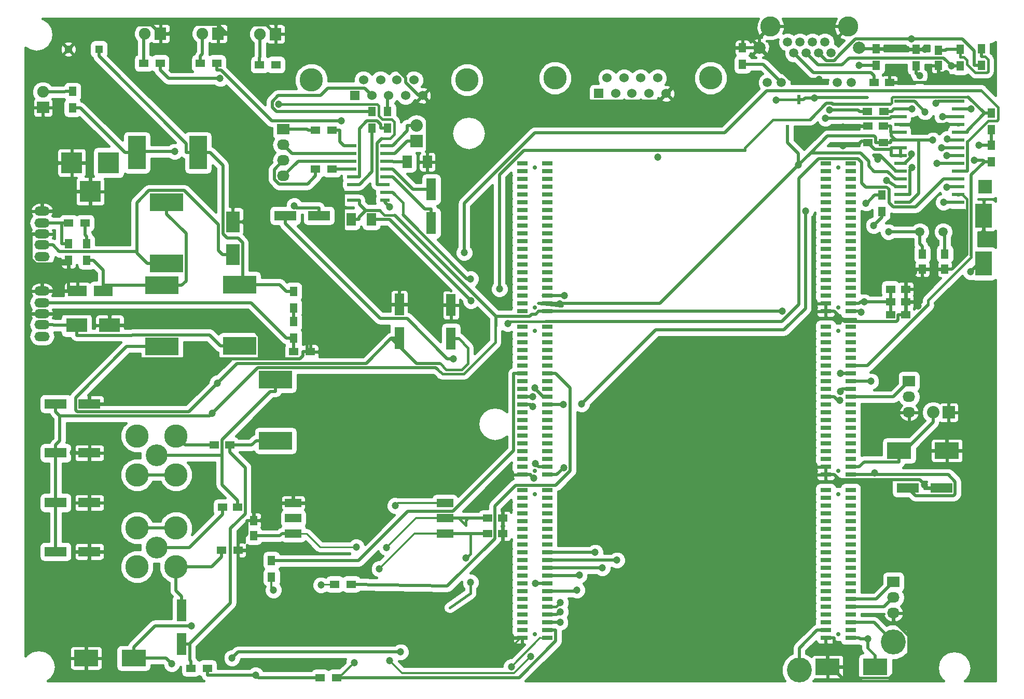
<source format=gbr>
G04 #@! TF.FileFunction,Copper,L1,Top,Signal*
%FSLAX46Y46*%
G04 Gerber Fmt 4.6, Leading zero omitted, Abs format (unit mm)*
G04 Created by KiCad (PCBNEW 4.0.2-1.fc23-product) date Thu 28 Jul 2016 11:49:27 AM EEST*
%MOMM*%
G01*
G04 APERTURE LIST*
%ADD10C,0.100000*%
%ADD11C,3.810000*%
%ADD12R,1.524000X1.524000*%
%ADD13C,1.524000*%
%ADD14R,4.000500X2.700020*%
%ADD15R,1.600200X3.599180*%
%ADD16R,3.599180X1.600200*%
%ADD17R,1.524000X2.032000*%
%ADD18R,3.149600X1.800860*%
%ADD19R,1.500000X1.250000*%
%ADD20R,1.250000X1.500000*%
%ADD21R,2.700020X4.000500*%
%ADD22R,3.500120X3.500120*%
%ADD23R,3.500120X2.301240*%
%ADD24R,2.301240X3.500120*%
%ADD25R,1.900000X2.000000*%
%ADD26C,1.900000*%
%ADD27R,2.000000X1.900000*%
%ADD28R,2.000000X0.600000*%
%ADD29R,5.400040X2.900680*%
%ADD30R,2.900680X5.400040*%
%ADD31R,0.599440X1.501140*%
%ADD32R,2.032000X2.032000*%
%ADD33O,2.032000X2.032000*%
%ADD34R,2.032000X1.727200*%
%ADD35O,2.032000X1.727200*%
%ADD36R,2.235200X2.235200*%
%ADD37R,1.500000X1.300000*%
%ADD38R,1.300000X1.500000*%
%ADD39R,1.500000X0.600000*%
%ADD40O,2.499360X1.501140*%
%ADD41C,4.064000*%
%ADD42C,1.501140*%
%ADD43R,1.300000X1.300000*%
%ADD44C,1.300000*%
%ADD45C,2.000000*%
%ADD46C,3.300000*%
%ADD47C,3.556000*%
%ADD48R,1.798320X0.698500*%
%ADD49C,0.700000*%
%ADD50R,2.700000X1.350000*%
%ADD51C,1.200000*%
%ADD52C,0.250000*%
%ADD53C,0.500000*%
%ADD54C,0.400000*%
%ADD55C,0.300000*%
G04 APERTURE END LIST*
D10*
D11*
X169164000Y-43942000D03*
X143764000Y-43942000D03*
D12*
X150876000Y-46482000D03*
D13*
X153670000Y-46482000D03*
X156337000Y-46482000D03*
X159131000Y-46482000D03*
X161925000Y-46482000D03*
X152273000Y-43942000D03*
X155067000Y-43942000D03*
X157734000Y-43942000D03*
X160528000Y-43942000D03*
D14*
X67231260Y-138684000D03*
X75008740Y-138684000D03*
D15*
X126797000Y-86520020D03*
X126797000Y-81018380D03*
D16*
X62273180Y-105156000D03*
X67774820Y-105156000D03*
X99738180Y-66421000D03*
X105239820Y-66421000D03*
D15*
X123571000Y-67647820D03*
X123571000Y-62146180D03*
D16*
X62273180Y-113284000D03*
X67774820Y-113284000D03*
X62273180Y-97155000D03*
X67774820Y-97155000D03*
X62273180Y-121285000D03*
X67774820Y-121285000D03*
D17*
X113792000Y-67056000D03*
X110490000Y-67056000D03*
X122936000Y-57658000D03*
X119634000Y-57658000D03*
D14*
X188262260Y-140081000D03*
X196039740Y-140081000D03*
X207723740Y-104775000D03*
X199946260Y-104775000D03*
D16*
X201338180Y-110871000D03*
X206839820Y-110871000D03*
D18*
X65819020Y-78740000D03*
X70070980Y-78740000D03*
D15*
X118364000Y-86443820D03*
X118364000Y-80942180D03*
D19*
X194838000Y-51816000D03*
X197338000Y-51816000D03*
D20*
X203708000Y-72664000D03*
X203708000Y-75164000D03*
X207391000Y-72664000D03*
X207391000Y-75164000D03*
D19*
X198521000Y-82613500D03*
X201021000Y-82613500D03*
X197338000Y-54483000D03*
X194838000Y-54483000D03*
X198521000Y-80518000D03*
X201021000Y-80518000D03*
X198521000Y-78422500D03*
X201021000Y-78422500D03*
D21*
X213741000Y-66469260D03*
X213741000Y-74246740D03*
D20*
X206375000Y-39390000D03*
X206375000Y-41890000D03*
D19*
X198354000Y-44704000D03*
X195854000Y-44704000D03*
D22*
X70906640Y-57785000D03*
X64907160Y-57785000D03*
X67906900Y-62484000D03*
D23*
X65689480Y-84328000D03*
X71089520Y-84328000D03*
D24*
X91186000Y-72804020D03*
X91186000Y-67403980D03*
D25*
X79375000Y-36703000D03*
D26*
X76835000Y-36703000D03*
D25*
X88773000Y-36703000D03*
D26*
X86233000Y-36703000D03*
D27*
X60198000Y-48768000D03*
D26*
X60198000Y-46228000D03*
D25*
X98171000Y-36766500D03*
D26*
X95631000Y-36766500D03*
D28*
X209551000Y-64262000D03*
X209551000Y-62992000D03*
X209551000Y-61722000D03*
X209551000Y-60452000D03*
X209551000Y-59182000D03*
X209551000Y-57912000D03*
X209551000Y-56642000D03*
X209551000Y-55372000D03*
X209551000Y-54102000D03*
X209551000Y-52832000D03*
X209551000Y-51562000D03*
X209551000Y-50292000D03*
X209551000Y-49022000D03*
X209551000Y-47752000D03*
X200151000Y-47752000D03*
X200151000Y-49022000D03*
X200151000Y-50292000D03*
X200151000Y-51562000D03*
X200151000Y-52832000D03*
X200151000Y-54102000D03*
X200151000Y-55372000D03*
X200151000Y-56642000D03*
X200151000Y-57912000D03*
X200151000Y-59182000D03*
X200151000Y-60452000D03*
X200151000Y-61722000D03*
X200151000Y-62992000D03*
X200151000Y-64262000D03*
D11*
X129413000Y-44259500D03*
X104013000Y-44259500D03*
D12*
X111125000Y-46799500D03*
D13*
X113919000Y-46799500D03*
X116586000Y-46799500D03*
X119380000Y-46799500D03*
X122174000Y-46799500D03*
X112522000Y-44259500D03*
X115316000Y-44259500D03*
X117983000Y-44259500D03*
X120777000Y-44259500D03*
D29*
X92329000Y-87678260D03*
X92329000Y-77675740D03*
D30*
X85519260Y-56134000D03*
X75516740Y-56134000D03*
D29*
X80391000Y-74216260D03*
X80391000Y-64213740D03*
X79629000Y-77802740D03*
X79629000Y-87805260D03*
D31*
X181711600Y-52362100D03*
X183540400Y-47459900D03*
D32*
X208026000Y-98552000D03*
D33*
X205486000Y-98552000D03*
D34*
X201549000Y-93472000D03*
D35*
X201549000Y-96012000D03*
X201549000Y-98552000D03*
D34*
X199009000Y-126238000D03*
D35*
X199009000Y-128778000D03*
X199009000Y-131318000D03*
D36*
X213995000Y-61722000D03*
D34*
X99441000Y-52324000D03*
D35*
X99441000Y-54864000D03*
X99441000Y-57404000D03*
X99441000Y-59944000D03*
D32*
X121158000Y-54229000D03*
D33*
X121158000Y-51689000D03*
D37*
X108157000Y-141859000D03*
X105457000Y-141859000D03*
X107395000Y-58801000D03*
X104695000Y-58801000D03*
X107395000Y-52451000D03*
X104695000Y-52451000D03*
D38*
X97497900Y-122742000D03*
X97497900Y-125442000D03*
D37*
X110529360Y-126598680D03*
X107829360Y-126598680D03*
D38*
X113919000Y-52150000D03*
X113919000Y-49450000D03*
X116459000Y-52150000D03*
X116459000Y-49450000D03*
X101092000Y-81487000D03*
X101092000Y-78787000D03*
X101092000Y-83740000D03*
X101092000Y-86440000D03*
D37*
X103839000Y-88646000D03*
X101139000Y-88646000D03*
D38*
X67310000Y-71040000D03*
X67310000Y-73740000D03*
D37*
X67072500Y-67627500D03*
X64372500Y-67627500D03*
D38*
X64389000Y-73740000D03*
X64389000Y-71040000D03*
D37*
X79328000Y-41529000D03*
X76628000Y-41529000D03*
X88599000Y-41529000D03*
X85899000Y-41529000D03*
D38*
X65024000Y-48848000D03*
X65024000Y-46148000D03*
D37*
X98251000Y-41783000D03*
X95551000Y-41783000D03*
D38*
X215011000Y-54911000D03*
X215011000Y-57611000D03*
X215011000Y-52404000D03*
X215011000Y-49704000D03*
X202692000Y-41990000D03*
X202692000Y-39290000D03*
X209931000Y-41990000D03*
X209931000Y-39290000D03*
X213360000Y-41863000D03*
X213360000Y-39163000D03*
D37*
X194738000Y-49403000D03*
X197438000Y-49403000D03*
D38*
X174371000Y-41736000D03*
X174371000Y-39036000D03*
X196215000Y-41863000D03*
X196215000Y-39163000D03*
X197104000Y-65739000D03*
X197104000Y-63039000D03*
D39*
X115984000Y-63881000D03*
X115984000Y-62611000D03*
X115984000Y-61341000D03*
X115984000Y-60071000D03*
X115984000Y-58801000D03*
X115984000Y-57531000D03*
X115984000Y-56261000D03*
X115984000Y-54991000D03*
X110584000Y-54991000D03*
X110584000Y-56261000D03*
X110584000Y-57531000D03*
X110584000Y-58801000D03*
X110584000Y-60071000D03*
X110584000Y-61341000D03*
X110584000Y-62611000D03*
X110584000Y-63881000D03*
D40*
X60043060Y-82423000D03*
X60043060Y-86123780D03*
X60043060Y-78722220D03*
X60043060Y-80622140D03*
X60043060Y-84223860D03*
X60043060Y-69405500D03*
X60043060Y-73106280D03*
X60043060Y-65704720D03*
X60043060Y-67604640D03*
X60043060Y-71206360D03*
D41*
X183642000Y-140589000D03*
X199009000Y-136017000D03*
D42*
X207131920Y-69088000D03*
X203332080Y-69088000D03*
D43*
X69342000Y-39243000D03*
D44*
X64342000Y-39243000D03*
D45*
X193421000Y-38989000D03*
D42*
X178435000Y-44704000D03*
X180721000Y-44704000D03*
X189865000Y-44704000D03*
X192151000Y-44704000D03*
X188849000Y-39878000D03*
X186817000Y-39878000D03*
X184785000Y-39878000D03*
X182753000Y-39878000D03*
X185801000Y-38100000D03*
X183769000Y-38100000D03*
X187833000Y-38100000D03*
X181737000Y-38100000D03*
D46*
X178943000Y-35560000D03*
X191643000Y-35560000D03*
D45*
X177165000Y-38989000D03*
D19*
X132735000Y-115824000D03*
X135235000Y-115824000D03*
X132735000Y-118364000D03*
X135235000Y-118364000D03*
D20*
X94589600Y-118700000D03*
X94589600Y-116200000D03*
D19*
X88158000Y-103886000D03*
X90658000Y-103886000D03*
D15*
X82854800Y-136354820D03*
X82854800Y-130853180D03*
D19*
X89478800Y-114046000D03*
X91978800Y-114046000D03*
D29*
X98171000Y-103172260D03*
X98171000Y-93169740D03*
D11*
X75565000Y-117424000D03*
D47*
X78740000Y-120599000D03*
D11*
X81915000Y-117424000D03*
X75565000Y-123774000D03*
X81915000Y-123774000D03*
X81915000Y-102387000D03*
D47*
X78740000Y-105562000D03*
D11*
X81915000Y-108737000D03*
X75565000Y-102387000D03*
X75565000Y-108737000D03*
D37*
X84349600Y-140310000D03*
X87049600Y-140310000D03*
X89328000Y-121031000D03*
X92028000Y-121031000D03*
D48*
X192024000Y-135382000D03*
X187960000Y-135382000D03*
X192024000Y-134112000D03*
X187960000Y-134112000D03*
X192024000Y-132842000D03*
X187960000Y-132842000D03*
X192024000Y-131572000D03*
X187960000Y-131572000D03*
X192024000Y-130302000D03*
X187960000Y-130302000D03*
X192024000Y-129032000D03*
X187960000Y-129032000D03*
X192024000Y-127762000D03*
X187960000Y-127762000D03*
X192024000Y-126492000D03*
X187960000Y-126492000D03*
X192024000Y-125222000D03*
X187960000Y-125222000D03*
X192024000Y-123952000D03*
X187960000Y-123952000D03*
X192024000Y-122682000D03*
X187960000Y-122682000D03*
X192024000Y-121412000D03*
X187960000Y-121412000D03*
X192024000Y-120142000D03*
X187960000Y-120142000D03*
X192024000Y-118872000D03*
X187960000Y-118872000D03*
X192024000Y-117602000D03*
X187960000Y-117602000D03*
X192024000Y-116332000D03*
X187960000Y-116332000D03*
X192024000Y-115062000D03*
X187960000Y-115062000D03*
X192024000Y-113792000D03*
X187960000Y-113792000D03*
X192024000Y-112522000D03*
X187960000Y-112522000D03*
X192024000Y-111252000D03*
X187960000Y-111252000D03*
X192024000Y-108712000D03*
X187960000Y-108712000D03*
X192024000Y-107442000D03*
X187960000Y-107442000D03*
X192024000Y-106172000D03*
X187960000Y-106172000D03*
X192024000Y-104902000D03*
X187960000Y-104902000D03*
X192024000Y-103632000D03*
X187960000Y-103632000D03*
X192024000Y-102362000D03*
X187960000Y-102362000D03*
X192024000Y-101092000D03*
X187960000Y-101092000D03*
X192024000Y-99822000D03*
X187960000Y-99822000D03*
X192024000Y-98552000D03*
X187960000Y-98552000D03*
X192024000Y-97282000D03*
X187960000Y-97282000D03*
X192024000Y-96012000D03*
X187960000Y-96012000D03*
X192024000Y-94742000D03*
X187960000Y-94742000D03*
X192024000Y-93472000D03*
X187960000Y-93472000D03*
X192024000Y-92202000D03*
X187960000Y-92202000D03*
X192024000Y-90932000D03*
X187960000Y-90932000D03*
X192024000Y-89662000D03*
X187960000Y-89662000D03*
X192024000Y-88392000D03*
X187960000Y-88392000D03*
X192024000Y-87122000D03*
X187960000Y-87122000D03*
X192024000Y-85852000D03*
X187960000Y-85852000D03*
X192024000Y-84582000D03*
X187960000Y-84582000D03*
X142494000Y-82042000D03*
X138430000Y-82042000D03*
X142494000Y-80772000D03*
X138430000Y-80772000D03*
X142494000Y-79502000D03*
X138430000Y-79502000D03*
X142494000Y-78232000D03*
X138430000Y-78232000D03*
X142494000Y-76962000D03*
X138430000Y-76962000D03*
X142494000Y-75692000D03*
X138430000Y-75692000D03*
X142494000Y-74422000D03*
X138430000Y-74422000D03*
X142494000Y-73152000D03*
X138430000Y-73152000D03*
X142494000Y-71882000D03*
X138430000Y-71882000D03*
X142494000Y-70612000D03*
X138430000Y-70612000D03*
X142494000Y-69342000D03*
X138430000Y-69342000D03*
X142494000Y-68072000D03*
X138430000Y-68072000D03*
X142494000Y-66802000D03*
X138430000Y-66802000D03*
X142494000Y-65532000D03*
X138430000Y-65532000D03*
X142494000Y-64262000D03*
X138430000Y-64262000D03*
X142494000Y-62992000D03*
X138430000Y-62992000D03*
X142494000Y-61722000D03*
X138430000Y-61722000D03*
X142494000Y-60452000D03*
X138430000Y-60452000D03*
X142494000Y-59182000D03*
X138430000Y-59182000D03*
X142494000Y-57912000D03*
X138430000Y-57912000D03*
X142494000Y-108712000D03*
X138430000Y-108712000D03*
X142494000Y-107442000D03*
X138430000Y-107442000D03*
X142494000Y-106172000D03*
X138430000Y-106172000D03*
X142494000Y-104902000D03*
X138430000Y-104902000D03*
X142494000Y-103632000D03*
X138430000Y-103632000D03*
X142494000Y-102362000D03*
X138430000Y-102362000D03*
X142494000Y-101092000D03*
X138430000Y-101092000D03*
X142494000Y-99822000D03*
X138430000Y-99822000D03*
X142494000Y-98552000D03*
X138430000Y-98552000D03*
X142494000Y-97282000D03*
X138430000Y-97282000D03*
X142494000Y-96012000D03*
X138430000Y-96012000D03*
X142494000Y-94742000D03*
X138430000Y-94742000D03*
X142494000Y-93472000D03*
X138430000Y-93472000D03*
X142494000Y-92202000D03*
X138430000Y-92202000D03*
X142494000Y-90932000D03*
X138430000Y-90932000D03*
X142494000Y-89662000D03*
X138430000Y-89662000D03*
X142494000Y-88392000D03*
X138430000Y-88392000D03*
X142494000Y-87122000D03*
X138430000Y-87122000D03*
X142494000Y-85852000D03*
X138430000Y-85852000D03*
X142494000Y-84582000D03*
X138430000Y-84582000D03*
X142494000Y-135382000D03*
X138430000Y-135382000D03*
X142494000Y-134112000D03*
X138430000Y-134112000D03*
X142494000Y-132842000D03*
X138430000Y-132842000D03*
X142494000Y-131572000D03*
X138430000Y-131572000D03*
X142494000Y-130302000D03*
X138430000Y-130302000D03*
X142494000Y-129032000D03*
X138430000Y-129032000D03*
X142494000Y-127762000D03*
X138430000Y-127762000D03*
X142494000Y-126492000D03*
X138430000Y-126492000D03*
X142494000Y-125222000D03*
X138430000Y-125222000D03*
X142494000Y-123952000D03*
X138430000Y-123952000D03*
X142494000Y-122682000D03*
X138430000Y-122682000D03*
X142494000Y-121412000D03*
X138430000Y-121412000D03*
X142494000Y-120142000D03*
X138430000Y-120142000D03*
X142494000Y-118872000D03*
X138430000Y-118872000D03*
X142494000Y-117602000D03*
X138430000Y-117602000D03*
X142494000Y-116332000D03*
X138430000Y-116332000D03*
X142494000Y-115062000D03*
X138430000Y-115062000D03*
X142494000Y-113792000D03*
X138430000Y-113792000D03*
X142494000Y-112522000D03*
X138430000Y-112522000D03*
X142494000Y-111252000D03*
X138430000Y-111252000D03*
X192024000Y-82042000D03*
X187960000Y-82042000D03*
X192024000Y-80772000D03*
X187960000Y-80772000D03*
X192024000Y-79502000D03*
X187960000Y-79502000D03*
X192024000Y-78232000D03*
X187960000Y-78232000D03*
X192024000Y-76962000D03*
X187960000Y-76962000D03*
X192024000Y-75692000D03*
X187960000Y-75692000D03*
X192024000Y-74422000D03*
X187960000Y-74422000D03*
X192024000Y-73152000D03*
X187960000Y-73152000D03*
X192024000Y-71882000D03*
X187960000Y-71882000D03*
X192024000Y-70612000D03*
X187960000Y-70612000D03*
X192024000Y-69342000D03*
X187960000Y-69342000D03*
X192024000Y-68072000D03*
X187960000Y-68072000D03*
X192024000Y-66802000D03*
X187960000Y-66802000D03*
X192024000Y-65532000D03*
X187960000Y-65532000D03*
X192024000Y-64262000D03*
X187960000Y-64262000D03*
X192024000Y-62992000D03*
X187960000Y-62992000D03*
X192024000Y-61722000D03*
X187960000Y-61722000D03*
X192024000Y-60452000D03*
X187960000Y-60452000D03*
X192024000Y-59182000D03*
X187960000Y-59182000D03*
X192024000Y-57912000D03*
X187960000Y-57912000D03*
D49*
X140462000Y-134747000D03*
X140462000Y-111887000D03*
X140462000Y-108077000D03*
X140462000Y-85217000D03*
X140462000Y-81407000D03*
X140462000Y-58547000D03*
X189992000Y-134747000D03*
X189992000Y-111887000D03*
X189992000Y-108077000D03*
X189992000Y-85217000D03*
X189992000Y-81407000D03*
X189992000Y-58547000D03*
D50*
X125808000Y-118328000D03*
X125808000Y-115828000D03*
X125808000Y-113328000D03*
X101058000Y-113328000D03*
X101058000Y-115828000D03*
X101058000Y-118328000D03*
D51*
X121008140Y-136989820D03*
X136147000Y-120545000D03*
X140289000Y-109272000D03*
X101092000Y-106375000D03*
X207642000Y-43243800D03*
X207732000Y-51727200D03*
X204151000Y-39290000D03*
X190751000Y-51955500D03*
X190754000Y-54965600D03*
X203004000Y-81154600D03*
X186838000Y-44131600D03*
X204046000Y-110377000D03*
X213741000Y-69271800D03*
X65136800Y-105156000D03*
X118577360Y-137660380D03*
X91059000Y-138645900D03*
X81244440Y-139613640D03*
X84459900Y-133380000D03*
X88625200Y-93781600D03*
X145186000Y-107594000D03*
X180888000Y-82042000D03*
X193727000Y-82157200D03*
X94920800Y-141460000D03*
X87795900Y-98726700D03*
X194827000Y-135540000D03*
X127198000Y-89775200D03*
X116733000Y-64987500D03*
X101216000Y-64790900D03*
X98691500Y-48249700D03*
X130053000Y-80302400D03*
X130004000Y-76746000D03*
X144577000Y-80822800D03*
X140577000Y-106924000D03*
X205436000Y-54102000D03*
X212989000Y-54932600D03*
X204180000Y-49462200D03*
X183499000Y-58172200D03*
X194197000Y-80518000D03*
X198198000Y-69088000D03*
X196444000Y-57200800D03*
X201968000Y-56375500D03*
X211570000Y-75610700D03*
X207164940Y-64259460D03*
X179883000Y-47548800D03*
X188530000Y-49129100D03*
X186104000Y-47207400D03*
X207728000Y-61772000D03*
X140491000Y-94552100D03*
X136042000Y-84023200D03*
X128949000Y-72474800D03*
X140136000Y-97588500D03*
X206103000Y-57912000D03*
X190308000Y-95112500D03*
X207735000Y-56642000D03*
X195299000Y-93472000D03*
X206819000Y-55372000D03*
X190314000Y-92202000D03*
X207745000Y-53863900D03*
X212156000Y-57378500D03*
X134704000Y-78381400D03*
X140136000Y-96012000D03*
X207012000Y-50292000D03*
X201904000Y-37518000D03*
X211714000Y-49022000D03*
X208422000Y-41990000D03*
X205953000Y-48099600D03*
X203263000Y-43566400D03*
X202006000Y-49022000D03*
X187915000Y-50503400D03*
X197866000Y-60655200D03*
X194532000Y-64360100D03*
X202049000Y-58532400D03*
X147371000Y-127559000D03*
X147726000Y-125120000D03*
X151485000Y-123952000D03*
X153875000Y-122682000D03*
X150301000Y-121412000D03*
X117683280Y-113771680D03*
X116758720Y-139070080D03*
X139781280Y-138394440D03*
X144597120Y-132831840D03*
X136682480Y-140063220D03*
X110987840Y-139374880D03*
X97810320Y-127543560D03*
X105582720Y-126751080D03*
X190252000Y-96547100D03*
X140546000Y-126453000D03*
X145339000Y-79451200D03*
X193364000Y-41903300D03*
X195783000Y-68021200D03*
X184658000Y-65633600D03*
X148133000Y-97180400D03*
X145136000Y-97282000D03*
X89099700Y-44033700D03*
X144635220Y-131124960D03*
X108929000Y-50969400D03*
X144635220Y-129583180D03*
X160528000Y-56853600D03*
X81690500Y-55957200D03*
X195934000Y-108441000D03*
X116286280Y-120616980D03*
X129997000Y-126289000D03*
X129235000Y-122326000D03*
X115100100Y-124091700D03*
X111312960Y-120533160D03*
D52*
X138430000Y-135382000D02*
X138069320Y-135382000D01*
X138069320Y-135382000D02*
X136461500Y-136989820D01*
D53*
X136461500Y-136989820D02*
X121008140Y-136989820D01*
X101058000Y-113328000D02*
X101092000Y-106375000D01*
X178943000Y-35560000D02*
X191643000Y-35560000D01*
X177165000Y-37338000D02*
X178943000Y-35560000D01*
X177165000Y-38989000D02*
X177165000Y-37338000D01*
D54*
X135947000Y-132283000D02*
X136147000Y-132083000D01*
X92028000Y-126724000D02*
X92028000Y-121031000D01*
X137211000Y-135382000D02*
X138430000Y-135382000D01*
D53*
X187960000Y-82042000D02*
X187960000Y-80772000D01*
X199771000Y-82613500D02*
X200396000Y-82613500D01*
X199771000Y-83420100D02*
X199771000Y-82613500D01*
X199502000Y-83688900D02*
X199771000Y-83420100D01*
X191006000Y-83688900D02*
X199502000Y-83688900D01*
X189359000Y-82042000D02*
X191006000Y-83688900D01*
X187960000Y-82042000D02*
X189359000Y-82042000D01*
X139829000Y-108712000D02*
X138430000Y-108712000D01*
X139829000Y-108812000D02*
X139829000Y-108712000D01*
X140289000Y-109272000D02*
X139829000Y-108812000D01*
X135235000Y-119633000D02*
X136147000Y-120545000D01*
X135235000Y-118364000D02*
X135235000Y-119633000D01*
X187960000Y-108712000D02*
X187960000Y-107442000D01*
X188262000Y-138231000D02*
X188262000Y-139532000D01*
X189359000Y-137134000D02*
X188262000Y-138231000D01*
X189359000Y-135382000D02*
X189359000Y-137134000D01*
X187960000Y-135382000D02*
X189359000Y-135382000D01*
X193595000Y-39163000D02*
X193421000Y-38989000D01*
X196215000Y-39163000D02*
X193595000Y-39163000D01*
X65013600Y-62484000D02*
X67906900Y-62484000D01*
X61792900Y-65704700D02*
X65013600Y-62484000D01*
X60043100Y-65704700D02*
X61792900Y-65704700D01*
X91186000Y-67404000D02*
X92836600Y-67404000D01*
X95714600Y-116200000D02*
X94589600Y-116200000D01*
X98586600Y-113328000D02*
X95714600Y-116200000D01*
X101058000Y-113328000D02*
X98586600Y-113328000D01*
X93464600Y-116200000D02*
X94589600Y-116200000D01*
X93464600Y-118444000D02*
X93464600Y-116200000D01*
X92028000Y-119881000D02*
X93464600Y-118444000D01*
X92028000Y-121031000D02*
X92028000Y-119881000D01*
X64389000Y-78722200D02*
X60043100Y-78722200D01*
X64406800Y-78740000D02*
X64389000Y-78722200D01*
X65819000Y-78740000D02*
X64406800Y-78740000D01*
X208026000Y-102623000D02*
X208026000Y-98552000D01*
X207724000Y-102925000D02*
X208026000Y-102623000D01*
X207724000Y-104775000D02*
X207724000Y-102925000D01*
X195913000Y-55558400D02*
X198651000Y-55558400D01*
X194838000Y-54483000D02*
X195913000Y-55558400D01*
X209551000Y-51562000D02*
X208051000Y-51562000D01*
X200151000Y-51562000D02*
X208051000Y-51562000D01*
X207886000Y-51727200D02*
X208051000Y-51562000D01*
X207732000Y-51727200D02*
X207886000Y-51727200D01*
X210249000Y-62992000D02*
X209551000Y-62992000D01*
D54*
X211001000Y-63744300D02*
X210249000Y-62992000D01*
X211001000Y-72678600D02*
X211001000Y-63744300D01*
D53*
X208516000Y-75164000D02*
X211001000Y-72678600D01*
X207391000Y-75164000D02*
X208516000Y-75164000D01*
X96704100Y-35299600D02*
X98171000Y-36766500D01*
X91626400Y-35299600D02*
X96704100Y-35299600D01*
X90223000Y-36703000D02*
X91626400Y-35299600D01*
X88773000Y-36703000D02*
X90223000Y-36703000D01*
X88702900Y-35182900D02*
X90223000Y-36703000D01*
X82345100Y-35182900D02*
X88702900Y-35182900D01*
X80825000Y-36703000D02*
X82345100Y-35182900D01*
X79375000Y-36703000D02*
X80825000Y-36703000D01*
X77908100Y-35236100D02*
X79375000Y-36703000D01*
X68348900Y-35236100D02*
X77908100Y-35236100D01*
X64342000Y-39243000D02*
X68348900Y-35236100D01*
X109234000Y-62711200D02*
X109334000Y-62611000D01*
X109234000Y-73112100D02*
X109234000Y-62711200D01*
X117064000Y-80942200D02*
X109234000Y-73112100D01*
X118364000Y-80942200D02*
X117064000Y-80942200D01*
X110584000Y-62611000D02*
X109334000Y-62611000D01*
X97629600Y-62611000D02*
X109334000Y-62611000D01*
X92836600Y-67404000D02*
X97629600Y-62611000D01*
X70835100Y-82423000D02*
X60043100Y-82423000D01*
X71089500Y-82677400D02*
X70835100Y-82423000D01*
X71089500Y-84328000D02*
X71089500Y-82677400D01*
X58293300Y-69405500D02*
X60043100Y-69405500D01*
X58293300Y-73581000D02*
X58293300Y-69405500D01*
X59058200Y-74345900D02*
X58293300Y-73581000D01*
X64389000Y-74345900D02*
X59058200Y-74345900D01*
X136147000Y-120545000D02*
X136147000Y-132083000D01*
X135235000Y-115824000D02*
X135235000Y-118364000D01*
X207538000Y-43140000D02*
X207642000Y-43243800D01*
X206375000Y-43140000D02*
X207538000Y-43140000D01*
X206375000Y-41890000D02*
X206375000Y-43140000D01*
X206181000Y-44704000D02*
X198354000Y-44704000D01*
X207642000Y-43243800D02*
X206181000Y-44704000D01*
X197492000Y-39290000D02*
X202692000Y-39290000D01*
X197365000Y-39163000D02*
X197492000Y-39290000D01*
X196215000Y-39163000D02*
X197365000Y-39163000D01*
X202692000Y-39290000D02*
X204151000Y-39290000D01*
X201021000Y-80518000D02*
X201021000Y-78422500D01*
X201021000Y-81988500D02*
X201021000Y-80518000D01*
X200396000Y-82613500D02*
X201021000Y-81988500D01*
X193070000Y-55000800D02*
X190754000Y-54965600D01*
X193817000Y-54254400D02*
X193070000Y-55000800D01*
X194838000Y-54483000D02*
X193817000Y-54254400D01*
X193448000Y-51955500D02*
X190751000Y-51955500D01*
X193588000Y-51816000D02*
X193448000Y-51955500D01*
X194838000Y-51816000D02*
X193588000Y-51816000D01*
X201021000Y-77297500D02*
X201021000Y-78422500D01*
X202583000Y-75735500D02*
X201021000Y-77297500D01*
X202583000Y-75164000D02*
X202583000Y-75735500D01*
X203708000Y-75164000D02*
X202583000Y-75164000D01*
X202908000Y-81154600D02*
X203004000Y-81154600D01*
X202271000Y-80518000D02*
X202908000Y-81154600D01*
X201021000Y-80518000D02*
X202271000Y-80518000D01*
X174371000Y-39036000D02*
X175744000Y-39036000D01*
X177118000Y-39036000D02*
X177165000Y-38989000D01*
X177029000Y-39036000D02*
X177118000Y-39036000D01*
X182124000Y-44131600D02*
X186838000Y-44131600D01*
X177029000Y-39036000D02*
X182124000Y-44131600D01*
X175744000Y-39036000D02*
X177029000Y-39036000D01*
X102079000Y-89770300D02*
X96726500Y-89770300D01*
X102589000Y-89260500D02*
X102079000Y-89770300D01*
X102589000Y-88646000D02*
X102589000Y-89260500D01*
X103289000Y-88646000D02*
X102589000Y-88646000D01*
X95531900Y-89770300D02*
X96726500Y-89770300D01*
X73859400Y-89770300D02*
X95531900Y-89770300D01*
X67774800Y-95854900D02*
X73859400Y-89770300D01*
X67774800Y-97155000D02*
X67774800Y-95854900D01*
X93816500Y-84328000D02*
X71089500Y-84328000D01*
X95531900Y-86043400D02*
X93816500Y-84328000D01*
X95531900Y-89770300D02*
X95531900Y-86043400D01*
X119740000Y-81018400D02*
X126797000Y-81018400D01*
X119664000Y-80942200D02*
X119740000Y-81018400D01*
X118364000Y-80942200D02*
X119664000Y-80942200D01*
X189359000Y-108712000D02*
X187960000Y-108712000D01*
X190208000Y-109561000D02*
X189359000Y-108712000D01*
X203310000Y-109561000D02*
X190208000Y-109561000D01*
X204046000Y-110298000D02*
X203310000Y-109561000D01*
X204046000Y-110377000D02*
X204046000Y-110298000D01*
X67774800Y-113284000D02*
X67774800Y-121285000D01*
X112261000Y-36766500D02*
X98171000Y-36766500D01*
X119380000Y-43885600D02*
X112261000Y-36766500D01*
X119380000Y-44632300D02*
X119380000Y-43885600D01*
X121547000Y-46799500D02*
X119380000Y-44632300D01*
X122174000Y-46799500D02*
X121547000Y-46799500D01*
X67774800Y-105156000D02*
X67774800Y-113284000D01*
X67231300Y-123129000D02*
X67231300Y-138684000D01*
X67774800Y-122585000D02*
X67231300Y-123129000D01*
X67774800Y-121285000D02*
X67774800Y-122585000D01*
X103289000Y-77856500D02*
X92836600Y-67404000D01*
X103289000Y-88646000D02*
X103289000Y-77856500D01*
X213741000Y-69271800D02*
X213741000Y-66469300D01*
X190611000Y-141881000D02*
X188262000Y-139532000D01*
D54*
X198294000Y-141881000D02*
X190611000Y-141881000D01*
X201502000Y-138674000D02*
X198294000Y-141881000D01*
D53*
X201502000Y-134995000D02*
X201502000Y-138674000D01*
X199188000Y-132682000D02*
X201502000Y-134995000D01*
X199009000Y-132682000D02*
X199188000Y-132682000D01*
X199009000Y-131318000D02*
X199009000Y-132682000D01*
X67774800Y-105156000D02*
X65136800Y-105156000D01*
X169371000Y-39036000D02*
X161925000Y-46482000D01*
X174371000Y-39036000D02*
X169371000Y-39036000D01*
X160679000Y-47727800D02*
X122936000Y-47727800D01*
X161925000Y-46482000D02*
X160679000Y-47727800D01*
X122936000Y-57658000D02*
X122936000Y-47727800D01*
X122936000Y-47561500D02*
X122174000Y-46799500D01*
X122936000Y-47727800D02*
X122936000Y-47561500D01*
X138430000Y-135382000D02*
X137211000Y-135382000D01*
X136147000Y-134498000D02*
X136147000Y-132083000D01*
X137031000Y-135382000D02*
X136147000Y-134498000D01*
X137211000Y-135382000D02*
X137031000Y-135382000D01*
X188262000Y-140081000D02*
X188262000Y-139532000D01*
X103839000Y-88646000D02*
X103289000Y-88646000D01*
X206840000Y-110871000D02*
X206839800Y-110871000D01*
X204540000Y-110871000D02*
X204046000Y-110377000D01*
X206839800Y-110871000D02*
X204540000Y-110871000D01*
X175744000Y-39036000D02*
X177029000Y-39036000D01*
X203708000Y-75164000D02*
X207391000Y-75164000D01*
X201021000Y-82613500D02*
X200396000Y-82613500D01*
X64389000Y-78722200D02*
X64389000Y-74345900D01*
X64389000Y-74345900D02*
X64389000Y-73740000D01*
X198651000Y-55372000D02*
X198651000Y-55558400D01*
X200151000Y-55372000D02*
X198651000Y-55372000D01*
X198651000Y-56642000D02*
X200151000Y-56642000D01*
X198651000Y-55558400D02*
X198651000Y-56642000D01*
X75008740Y-138684000D02*
X80314800Y-138684000D01*
X92044520Y-137660380D02*
X118577360Y-137660380D01*
X91059000Y-138645900D02*
X92044520Y-137660380D01*
X80314800Y-138684000D02*
X81244440Y-139613640D01*
X78462800Y-133380000D02*
X84459900Y-133380000D01*
X75008700Y-136834000D02*
X78462800Y-133380000D01*
X91838000Y-90568800D02*
X88625200Y-93781600D01*
X112939000Y-90568800D02*
X91838000Y-90568800D01*
X88625200Y-93781600D02*
X84001300Y-98405500D01*
D54*
X124963000Y-90568700D02*
X125031420Y-90568700D01*
X129560320Y-87983320D02*
X128097000Y-86520000D01*
X129560320Y-90545920D02*
X129560320Y-87983320D01*
X128562100Y-91544140D02*
X129560320Y-90545920D01*
X126006860Y-91544140D02*
X128562100Y-91544140D01*
X125031420Y-90568700D02*
X126006860Y-91544140D01*
D53*
X75008700Y-138684000D02*
X75008700Y-136834000D01*
X118364000Y-86443800D02*
X117064000Y-86443800D01*
X121189000Y-90568700D02*
X117064000Y-86443800D01*
X124963000Y-90568700D02*
X121189000Y-90568700D01*
X126797000Y-86520000D02*
X128097000Y-86520000D01*
X117064000Y-86443800D02*
X112939000Y-90568800D01*
X73851100Y-87805300D02*
X79629000Y-87805300D01*
X65524800Y-96131600D02*
X73851100Y-87805300D01*
X65524800Y-98145100D02*
X65524800Y-96131600D01*
X65785200Y-98405500D02*
X65524800Y-98145100D01*
X84001300Y-98405500D02*
X65785200Y-98405500D01*
D54*
X115244880Y-65564000D02*
X115244880Y-65669160D01*
X115961160Y-66385440D02*
X117627646Y-66385440D01*
X115244880Y-65669160D02*
X115961160Y-66385440D01*
X124647960Y-91531700D02*
X124647960Y-91577160D01*
X134073900Y-84353400D02*
X134084000Y-84353400D01*
X134073900Y-87096600D02*
X134073900Y-84353400D01*
X128877060Y-92293440D02*
X134073900Y-87096600D01*
X125364240Y-92293440D02*
X128877060Y-92293440D01*
X124647960Y-91577160D02*
X125364240Y-92293440D01*
D53*
X144069000Y-108712000D02*
X142494000Y-108712000D01*
X145186000Y-107594000D02*
X144069000Y-108712000D01*
X193538000Y-82157200D02*
X193727000Y-82157200D01*
X193423000Y-82042000D02*
X193538000Y-82157200D01*
X192024000Y-82042000D02*
X193423000Y-82042000D01*
X142494000Y-82042000D02*
X180888000Y-82042000D01*
X111752000Y-66661600D02*
X112850000Y-65564000D01*
X111752000Y-67056000D02*
X111752000Y-66661600D01*
X110490000Y-67056000D02*
X111752000Y-67056000D01*
X111834000Y-64548400D02*
X112850000Y-65564000D01*
X111834000Y-63881000D02*
X111834000Y-64548400D01*
X110584000Y-63881000D02*
X111834000Y-63881000D01*
X87049600Y-141460000D02*
X87049600Y-140310000D01*
X94920800Y-141460000D02*
X87049600Y-141460000D01*
X95319800Y-141859000D02*
X105457000Y-141859000D01*
X94920800Y-141460000D02*
X95319800Y-141859000D01*
X117627646Y-66385440D02*
X134084000Y-82841500D01*
X112850000Y-65564000D02*
X115244880Y-65564000D01*
X141095000Y-82042000D02*
X142494000Y-82042000D01*
X140645000Y-82492100D02*
X141095000Y-82042000D01*
X139978000Y-82492100D02*
X140645000Y-82492100D01*
X139629000Y-82841500D02*
X139978000Y-82492100D01*
X134084000Y-82841500D02*
X139629000Y-82841500D01*
X62273200Y-113284000D02*
X62273200Y-121285000D01*
X62273200Y-98455100D02*
X62928800Y-99110700D01*
X62273200Y-97155000D02*
X62273200Y-98455100D01*
X62928800Y-103200000D02*
X62928800Y-99110700D01*
X62273200Y-103856000D02*
X62928800Y-103200000D01*
X62273200Y-105156000D02*
X62273200Y-103856000D01*
X87411900Y-99110700D02*
X87795900Y-98726700D01*
X62928800Y-99110700D02*
X87411900Y-99110700D01*
X134084000Y-84353400D02*
X134084000Y-82841500D01*
X124586000Y-91531700D02*
X124647960Y-91531700D01*
X124323000Y-91269100D02*
X124586000Y-91531700D01*
X95253500Y-91269100D02*
X124323000Y-91269100D01*
X87795900Y-98726700D02*
X95253500Y-91269100D01*
X193423000Y-135382000D02*
X192024000Y-135382000D01*
X193582000Y-135540000D02*
X193423000Y-135382000D01*
X194827000Y-135540000D02*
X193582000Y-135540000D01*
X194827000Y-137018000D02*
X194827000Y-135540000D01*
D54*
X196040000Y-138231000D02*
X194827000Y-137018000D01*
D53*
X196040000Y-140081000D02*
X196040000Y-138231000D01*
X62273200Y-105156000D02*
X62273200Y-113284000D01*
X196039700Y-140081000D02*
X196040000Y-140081000D01*
X115984000Y-64238400D02*
X115984000Y-63881000D01*
X116733000Y-64987500D02*
X115984000Y-64238400D01*
X126198000Y-89775200D02*
X127198000Y-89775200D01*
X119614000Y-83192200D02*
X126198000Y-89775200D01*
X115209000Y-83192200D02*
X119614000Y-83192200D01*
X99738200Y-67721100D02*
X115209000Y-83192200D01*
X99738200Y-66421000D02*
X99738200Y-67721100D01*
D54*
X114769000Y-48249700D02*
X98691500Y-48249700D01*
X115019000Y-48500100D02*
X114769000Y-48249700D01*
X115019000Y-50047300D02*
X115019000Y-48500100D01*
X115622000Y-50650400D02*
X115019000Y-50047300D01*
X117075000Y-50650400D02*
X115622000Y-50650400D01*
X117559000Y-51134600D02*
X117075000Y-50650400D01*
X117559000Y-53119100D02*
X117559000Y-51134600D01*
X116859000Y-53819500D02*
X117559000Y-53119100D01*
X115468000Y-53819500D02*
X116859000Y-53819500D01*
D53*
X114734000Y-54553900D02*
X115468000Y-53819500D01*
X114734000Y-61341000D02*
X114734000Y-54553900D01*
X115984000Y-61341000D02*
X114734000Y-61341000D01*
X101546000Y-65120900D02*
X101216000Y-64790900D01*
X105240000Y-65120900D02*
X101546000Y-65120900D01*
X105240000Y-66421000D02*
X105240000Y-65120900D01*
X105239800Y-66421000D02*
X105240000Y-66421000D01*
X123571000Y-65348200D02*
X123571000Y-67647800D01*
X122511000Y-65348200D02*
X123571000Y-65348200D01*
X117234000Y-60071000D02*
X122511000Y-65348200D01*
X115984000Y-60071000D02*
X117234000Y-60071000D01*
X120579000Y-62146200D02*
X123571000Y-62146200D01*
X117234000Y-58801000D02*
X120579000Y-62146200D01*
X115984000Y-58801000D02*
X117234000Y-58801000D01*
D54*
X117698520Y-63075858D02*
X117741738Y-63075858D01*
X118978680Y-64312800D02*
X118978680Y-66302398D01*
X117741738Y-63075858D02*
X118978680Y-64312800D01*
D53*
X116806000Y-67056000D02*
X130053000Y-80302400D01*
X113792000Y-67056000D02*
X116806000Y-67056000D01*
X129423000Y-76746000D02*
X118978680Y-66302398D01*
X130004000Y-76746000D02*
X129423000Y-76746000D01*
X117234000Y-62611000D02*
X115984000Y-62611000D01*
X117698520Y-63075858D02*
X117234000Y-62611000D01*
X117361000Y-57658000D02*
X119634000Y-57658000D01*
X117234000Y-57531000D02*
X117361000Y-57658000D01*
X115984000Y-57531000D02*
X117234000Y-57531000D01*
X205486000Y-100160000D02*
X205486000Y-98552000D01*
X199946000Y-105700000D02*
X205486000Y-100160000D01*
X199946000Y-106625000D02*
X199946000Y-105700000D01*
X194240000Y-106625000D02*
X199946000Y-106625000D01*
X193423000Y-107442000D02*
X194240000Y-106625000D01*
X192024000Y-107442000D02*
X193423000Y-107442000D01*
X199946000Y-105700000D02*
X199946000Y-104775000D01*
X199946300Y-104775000D02*
X199946000Y-104775000D01*
X83569000Y-56134000D02*
X85519300Y-56134000D01*
X83569000Y-54620000D02*
X83569000Y-56134000D01*
X69342000Y-40393000D02*
X83569000Y-54620000D01*
X69342000Y-39243000D02*
X69342000Y-40393000D01*
X87469600Y-56134000D02*
X85519300Y-56134000D01*
X89555900Y-58220300D02*
X87469600Y-56134000D01*
X89555900Y-69356100D02*
X89555900Y-58220300D01*
X90303800Y-70104000D02*
X89555900Y-69356100D01*
X92047400Y-70104000D02*
X90303800Y-70104000D01*
X92793700Y-70850300D02*
X92047400Y-70104000D01*
X92793700Y-77675700D02*
X92793700Y-70850300D01*
X92329000Y-77675700D02*
X92793700Y-77675700D01*
X99942000Y-78787000D02*
X101092000Y-78787000D01*
X98830700Y-77675700D02*
X99942000Y-78787000D01*
X92793700Y-77675700D02*
X98830700Y-77675700D01*
X70071000Y-78740000D02*
X70071000Y-77802700D01*
X68460000Y-73740000D02*
X67310000Y-73740000D01*
X70071000Y-75351000D02*
X68460000Y-73740000D01*
X70071000Y-77802700D02*
X70071000Y-75351000D01*
X70071000Y-77802700D02*
X79629000Y-77802700D01*
X82829000Y-77802700D02*
X79629000Y-77802700D01*
X83549100Y-77082600D02*
X82829000Y-77802700D01*
X83549100Y-69322100D02*
X83549100Y-77082600D01*
X80391000Y-66164000D02*
X83549100Y-69322100D01*
X80391000Y-64213700D02*
X80391000Y-66164000D01*
X181712000Y-54508400D02*
X181712000Y-52362100D01*
X183499000Y-56295400D02*
X181712000Y-54508400D01*
X183499000Y-58172200D02*
X183499000Y-56295400D01*
X199288000Y-60452000D02*
X200151000Y-60452000D01*
X198069000Y-59232800D02*
X199288000Y-60452000D01*
X195885000Y-59232800D02*
X198069000Y-59232800D01*
X194970000Y-58318400D02*
X195885000Y-59232800D01*
X194970000Y-57505600D02*
X194970000Y-58318400D01*
X193632000Y-56167000D02*
X194970000Y-57505600D01*
X185504000Y-56167000D02*
X193632000Y-56167000D01*
X144920000Y-81165900D02*
X144577000Y-80822800D01*
X141095000Y-80772000D02*
X144920000Y-81165900D01*
X142494000Y-80772000D02*
X141095000Y-80772000D01*
X141095000Y-107442000D02*
X142494000Y-107442000D01*
X140577000Y-106924000D02*
X141095000Y-107442000D01*
X215011000Y-54911000D02*
X215011000Y-52404000D01*
X213839000Y-54932600D02*
X212989000Y-54932600D01*
X213861000Y-54911000D02*
X213839000Y-54932600D01*
X215011000Y-54911000D02*
X213861000Y-54911000D01*
X203154000Y-62758800D02*
X203154000Y-54102000D01*
X201651000Y-64262000D02*
X203154000Y-62758800D01*
X200151000Y-64262000D02*
X201651000Y-64262000D01*
X198651000Y-54102000D02*
X199401000Y-54102000D01*
X198588000Y-54165000D02*
X198651000Y-54102000D01*
X198588000Y-54483000D02*
X198588000Y-54165000D01*
X197338000Y-54483000D02*
X198588000Y-54483000D01*
X198651000Y-53352000D02*
X198651000Y-52832000D01*
X199401000Y-54102000D02*
X198651000Y-53352000D01*
X200151000Y-52832000D02*
X198651000Y-52832000D01*
X202470000Y-47752000D02*
X200151000Y-47752000D01*
X204180000Y-49462200D02*
X202470000Y-47752000D01*
X198588000Y-52769000D02*
X198651000Y-52832000D01*
X198588000Y-51816000D02*
X198588000Y-52769000D01*
X197338000Y-51816000D02*
X198588000Y-51816000D01*
X198521000Y-80518000D02*
X194197000Y-80518000D01*
X193423000Y-80772000D02*
X192024000Y-80772000D01*
X193677000Y-80518000D02*
X193423000Y-80772000D01*
X194197000Y-80518000D02*
X193677000Y-80518000D01*
X160899000Y-80772000D02*
X142494000Y-80772000D01*
X183499000Y-58172200D02*
X160899000Y-80772000D01*
X200151000Y-54102000D02*
X203154000Y-54102000D01*
X203154000Y-54102000D02*
X205436000Y-54102000D01*
X188263000Y-53407600D02*
X185504000Y-56167000D01*
X195819000Y-53407600D02*
X188263000Y-53407600D01*
X196088000Y-53676400D02*
X195819000Y-53407600D01*
X196088000Y-54483000D02*
X196088000Y-53676400D01*
X197338000Y-54483000D02*
X196088000Y-54483000D01*
X185504000Y-56167000D02*
X183499000Y-58172200D01*
X198521000Y-82613500D02*
X198521000Y-80518000D01*
X198521000Y-80518000D02*
X198521000Y-78422500D01*
X200151000Y-54102000D02*
X199401000Y-54102000D01*
X181711600Y-52362100D02*
X181712000Y-52362100D01*
X195732000Y-56489600D02*
X196444000Y-57200800D01*
X196748000Y-56489600D02*
X195732000Y-56489600D01*
X199441000Y-59182000D02*
X196748000Y-56489600D01*
X200151000Y-59182000D02*
X199441000Y-59182000D01*
X203332100Y-69088000D02*
X203332000Y-69088000D01*
X203332000Y-71038100D02*
X203332000Y-69088000D01*
X203708000Y-71414000D02*
X203332000Y-71038100D01*
X203708000Y-72664000D02*
X203708000Y-71414000D01*
X203332000Y-69088000D02*
X198198000Y-69088000D01*
X200852000Y-57912000D02*
X200151000Y-57912000D01*
X201968000Y-56796100D02*
X200852000Y-57912000D01*
X201968000Y-56375500D02*
X201968000Y-56796100D01*
X207391000Y-69347100D02*
X207261500Y-69217500D01*
X207391000Y-72664000D02*
X207391000Y-69347100D01*
X207261500Y-69217500D02*
X207196700Y-69152800D01*
X207196700Y-69152800D02*
X207132000Y-69088000D01*
X207131900Y-69088000D02*
X207132000Y-69088000D01*
X209551000Y-64262000D02*
X207164940Y-64259460D01*
X212934000Y-74246700D02*
X211570000Y-75610700D01*
X213741000Y-74246700D02*
X212934000Y-74246700D01*
D54*
X209931000Y-40540000D02*
X209931000Y-39290000D01*
X210533000Y-40540000D02*
X209931000Y-40540000D01*
X211031000Y-41038600D02*
X210533000Y-40540000D01*
X211031000Y-41734100D02*
X211031000Y-41038600D01*
X212368000Y-43070600D02*
X211031000Y-41734100D01*
X214255000Y-43070600D02*
X212368000Y-43070600D01*
X214460000Y-42865500D02*
X214255000Y-43070600D01*
X214460000Y-40911600D02*
X214460000Y-42865500D01*
X213962000Y-40413000D02*
X214460000Y-40911600D01*
X213360000Y-40413000D02*
X213962000Y-40413000D01*
D53*
X213360000Y-39163000D02*
X213360000Y-40413000D01*
X207600000Y-39290000D02*
X209931000Y-39290000D01*
X207500000Y-39390000D02*
X207600000Y-39290000D01*
X206375000Y-39390000D02*
X207500000Y-39390000D01*
X194738000Y-49403000D02*
X193488000Y-49403000D01*
X193488000Y-49403000D02*
X193214000Y-49129100D01*
X193214000Y-49129100D02*
X188530000Y-49129100D01*
D54*
X179972000Y-47459900D02*
X183540000Y-47459900D01*
X179883000Y-47548800D02*
X179972000Y-47459900D01*
D53*
X186195000Y-47117000D02*
X186104000Y-47207400D01*
X194738000Y-47117000D02*
X186195000Y-47117000D01*
X185956000Y-43081300D02*
X182753000Y-39878000D01*
X195356000Y-43081300D02*
X185956000Y-43081300D01*
X195854000Y-43579000D02*
X195356000Y-43081300D01*
X195854000Y-44704000D02*
X195854000Y-43579000D01*
X184340000Y-47459900D02*
X183540400Y-47459900D01*
X184593000Y-47207400D02*
X184340000Y-47459900D01*
X186104000Y-47207400D02*
X184593000Y-47207400D01*
X183540400Y-47459900D02*
X183540000Y-47459900D01*
X61897000Y-84328000D02*
X65689500Y-84328000D01*
X61792900Y-84223900D02*
X61897000Y-84328000D01*
X60043100Y-84223900D02*
X61792900Y-84223900D01*
X89129000Y-87678300D02*
X92329000Y-87678300D01*
X87355300Y-85904600D02*
X89129000Y-87678300D01*
X74799700Y-85904600D02*
X87355300Y-85904600D01*
X74725700Y-85978600D02*
X74799700Y-85904600D01*
X65689500Y-85978600D02*
X74725700Y-85978600D01*
X65689500Y-84328000D02*
X65689500Y-85978600D01*
X61792900Y-71206400D02*
X60043100Y-71206400D01*
X62876100Y-72289600D02*
X61792900Y-71206400D01*
X75514300Y-72289600D02*
X62876100Y-72289600D01*
X77191000Y-74216300D02*
X80391000Y-74216300D01*
X75514300Y-72539600D02*
X77191000Y-74216300D01*
X75514300Y-72289600D02*
X75514300Y-72539600D01*
X89535400Y-72804000D02*
X91186000Y-72804000D01*
X88835100Y-72103700D02*
X89535400Y-72804000D01*
X88835100Y-67866700D02*
X88835100Y-72103700D01*
X83281400Y-62313000D02*
X88835100Y-67866700D01*
X77478200Y-62313000D02*
X83281400Y-62313000D01*
X75514300Y-64276900D02*
X77478200Y-62313000D01*
X75514300Y-72289600D02*
X75514300Y-64276900D01*
X76628000Y-36910000D02*
X76628000Y-41529000D01*
X76835000Y-36703000D02*
X76628000Y-36910000D01*
X86233000Y-40045000D02*
X86233000Y-36703000D01*
X85899000Y-40379000D02*
X86233000Y-40045000D01*
X85899000Y-41529000D02*
X85899000Y-40379000D01*
X63794000Y-46228000D02*
X60198000Y-46228000D01*
X63874000Y-46148000D02*
X63794000Y-46228000D01*
X65024000Y-46148000D02*
X63874000Y-46148000D01*
X95631000Y-40553000D02*
X95631000Y-36766500D01*
X95551000Y-40633000D02*
X95631000Y-40553000D01*
X95551000Y-41783000D02*
X95551000Y-40633000D01*
X208001000Y-61772000D02*
X207728000Y-61772000D01*
X208051000Y-61722000D02*
X208001000Y-61772000D01*
X209551000Y-61722000D02*
X208051000Y-61722000D01*
X180736000Y-83740900D02*
X142240000Y-83740900D01*
X183559000Y-80917600D02*
X180736000Y-83740900D01*
X183559000Y-60370700D02*
X183559000Y-80917600D01*
X186817000Y-57112400D02*
X183559000Y-60370700D01*
X193227000Y-57112400D02*
X186817000Y-57112400D01*
X193853000Y-57738000D02*
X193227000Y-57112400D01*
X193853000Y-61112400D02*
X193853000Y-57738000D01*
X194477000Y-61736600D02*
X193853000Y-61112400D01*
X197851000Y-61736600D02*
X194477000Y-61736600D01*
X198265000Y-62150500D02*
X197851000Y-61736600D01*
X198265000Y-64323000D02*
X198265000Y-62150500D01*
X198955000Y-65012400D02*
X198265000Y-64323000D01*
X202646000Y-65012400D02*
X198955000Y-65012400D01*
X207206000Y-60452000D02*
X202646000Y-65012400D01*
X209551000Y-60452000D02*
X207206000Y-60452000D01*
D54*
X142240000Y-83718400D02*
X142240000Y-83740900D01*
X142218000Y-83740900D02*
X142240000Y-83718400D01*
X136325000Y-83740900D02*
X142218000Y-83740900D01*
X136042000Y-84023200D02*
X136325000Y-83740900D01*
D53*
X141866000Y-96012000D02*
X142494000Y-96012000D01*
X140491000Y-94637400D02*
X141866000Y-96012000D01*
X140491000Y-94552100D02*
X140491000Y-94637400D01*
X209551000Y-59182000D02*
X211051000Y-59182000D01*
X211051000Y-59182000D02*
X211051000Y-54311200D01*
D54*
X211051000Y-54311200D02*
X214458000Y-50904400D01*
X214458000Y-50904400D02*
X215905000Y-50904400D01*
X215905000Y-50904400D02*
X216111000Y-50697700D01*
X216111000Y-50697700D02*
X216111000Y-48767400D01*
X216111000Y-48767400D02*
X213361000Y-46016600D01*
D53*
X213361000Y-46016600D02*
X178328000Y-46016600D01*
X178328000Y-46016600D02*
X171422000Y-52922700D01*
X171422000Y-52922700D02*
X140459000Y-52922700D01*
X140459000Y-52922700D02*
X128949000Y-64433200D01*
X128949000Y-64433200D02*
X128949000Y-72474800D01*
X138430000Y-97282000D02*
X139829000Y-97282000D01*
X139829000Y-97282000D02*
X140136000Y-97588500D01*
X190625000Y-94742000D02*
X192024000Y-94742000D01*
X190625000Y-94796100D02*
X190625000Y-94742000D01*
X190308000Y-95112500D02*
X190625000Y-94796100D01*
X209551000Y-57912000D02*
X206103000Y-57912000D01*
X195299000Y-93472000D02*
X192024000Y-93472000D01*
X209551000Y-56642000D02*
X207735000Y-56642000D01*
X209551000Y-55372000D02*
X206819000Y-55372000D01*
X192024000Y-92202000D02*
X190314000Y-92202000D01*
D54*
X211714000Y-72969120D02*
X211714000Y-73182560D01*
X204688440Y-80208120D02*
X204688440Y-80984501D01*
X211714000Y-73182560D02*
X204688440Y-80208120D01*
D53*
X194741000Y-90932000D02*
X192024000Y-90932000D01*
X204688440Y-80984501D02*
X194741000Y-90932000D01*
X211714000Y-59757800D02*
X211714000Y-72969120D01*
X213861000Y-57611000D02*
X211714000Y-59757800D01*
X215011000Y-57611000D02*
X213861000Y-57611000D01*
X215011000Y-57611000D02*
X213861000Y-57611000D01*
X213628000Y-57378500D02*
X212156000Y-57378500D01*
X213861000Y-57611000D02*
X213628000Y-57378500D01*
X207983000Y-54102000D02*
X207745000Y-53863900D01*
X209551000Y-54102000D02*
X207983000Y-54102000D01*
D54*
X179324000Y-50749200D02*
X185425000Y-50749200D01*
X174752000Y-55321200D02*
X179324000Y-50749200D01*
X174752000Y-55760500D02*
X174752000Y-55321200D01*
D53*
X138430000Y-96012000D02*
X140136000Y-96012000D01*
X215011000Y-49704000D02*
X213861000Y-49704000D01*
X134704000Y-59725800D02*
X134704000Y-78381400D01*
X138669000Y-55760500D02*
X134704000Y-59725800D01*
X174752000Y-55760500D02*
X138669000Y-55760500D01*
X188095000Y-48078800D02*
X185425000Y-50749200D01*
X188966000Y-48078800D02*
X188095000Y-48078800D01*
X189104000Y-48217400D02*
X188966000Y-48078800D01*
X198451000Y-48217400D02*
X189104000Y-48217400D01*
D54*
X198701000Y-47967600D02*
X198451000Y-48217400D01*
X198701000Y-47217900D02*
X198701000Y-47967600D01*
X198917000Y-47001600D02*
X198701000Y-47217900D01*
X211179000Y-47001600D02*
X198917000Y-47001600D01*
D53*
X213861000Y-49683800D02*
X211179000Y-47001600D01*
X213861000Y-49704000D02*
X213861000Y-49683800D01*
X211051000Y-52514000D02*
X213861000Y-49704000D01*
X211051000Y-52832000D02*
X211051000Y-52514000D01*
X209551000Y-52832000D02*
X211051000Y-52832000D01*
X210250000Y-37518000D02*
X201904000Y-37518000D01*
X212210000Y-39477900D02*
X210250000Y-37518000D01*
X212210000Y-41863000D02*
X212210000Y-39477900D01*
X213360000Y-41863000D02*
X212210000Y-41863000D01*
X188067000Y-41128100D02*
X186817000Y-39878000D01*
X189303000Y-41128100D02*
X188067000Y-41128100D01*
X190385000Y-40046200D02*
X189303000Y-41128100D01*
X190385000Y-39973900D02*
X190385000Y-40046200D01*
X192841000Y-37518000D02*
X190385000Y-39973900D01*
X201904000Y-37518000D02*
X192841000Y-37518000D01*
X209551000Y-50292000D02*
X207012000Y-50292000D01*
X208422000Y-41990000D02*
X209931000Y-41990000D01*
X209551000Y-49022000D02*
X211714000Y-49022000D01*
X208422000Y-41900200D02*
X208422000Y-41990000D01*
X207184000Y-40662600D02*
X208422000Y-41900200D01*
X191794000Y-40662600D02*
X207184000Y-40662600D01*
X190628000Y-41828400D02*
X191794000Y-40662600D01*
X186735000Y-41828400D02*
X190628000Y-41828400D01*
X184785000Y-39878000D02*
X186735000Y-41828400D01*
X202692000Y-43240000D02*
X202692000Y-41990000D01*
X202937000Y-43240000D02*
X202692000Y-43240000D01*
X203263000Y-43566400D02*
X202937000Y-43240000D01*
X206301000Y-47752000D02*
X205953000Y-48099600D01*
X209551000Y-47752000D02*
X206301000Y-47752000D01*
X202006000Y-49022000D02*
X200151000Y-49022000D01*
X199069000Y-49022000D02*
X200151000Y-49022000D01*
X198688000Y-49403000D02*
X199069000Y-49022000D01*
X197438000Y-49403000D02*
X198688000Y-49403000D01*
X198440000Y-50503400D02*
X187915000Y-50503400D01*
X198651000Y-50292000D02*
X198440000Y-50503400D01*
X200151000Y-50292000D02*
X198651000Y-50292000D01*
X199469000Y-61722000D02*
X197866000Y-60655200D01*
X200151000Y-61722000D02*
X199469000Y-61722000D01*
X194633000Y-64360100D02*
X194532000Y-64360100D01*
X195954000Y-63039000D02*
X194633000Y-64360100D01*
X197104000Y-63039000D02*
X195954000Y-63039000D01*
X201651000Y-58930500D02*
X202049000Y-58532400D01*
X201651000Y-62992000D02*
X201651000Y-58930500D01*
X200151000Y-62992000D02*
X201651000Y-62992000D01*
X98346500Y-49450000D02*
X113919000Y-49450000D01*
X97600200Y-48703700D02*
X98346500Y-49450000D01*
X97600200Y-47780400D02*
X97600200Y-48703700D01*
X98584500Y-46796100D02*
X97600200Y-47780400D01*
X105487000Y-46796100D02*
X98584500Y-46796100D01*
X106717000Y-45566100D02*
X105487000Y-46796100D01*
X112686000Y-45566100D02*
X106717000Y-45566100D01*
X113919000Y-46799500D02*
X112686000Y-45566100D01*
X116459000Y-46926500D02*
X116459000Y-49450000D01*
X116586000Y-46799500D02*
X116459000Y-46926500D01*
X147027000Y-127559000D02*
X147371000Y-127559000D01*
X146847000Y-127738000D02*
X147027000Y-127559000D01*
X142494000Y-127762000D02*
X146847000Y-127738000D01*
X147291000Y-125120000D02*
X147726000Y-125120000D01*
X147203000Y-125209000D02*
X147291000Y-125120000D01*
X142494000Y-125222000D02*
X147203000Y-125209000D01*
X151485000Y-123952000D02*
X142494000Y-123952000D01*
X153875000Y-122682000D02*
X142494000Y-122682000D01*
X150301000Y-121412000D02*
X142494000Y-121412000D01*
D55*
X118126960Y-113328000D02*
X125808000Y-113328000D01*
D52*
X117683280Y-113771680D02*
X118126960Y-113328000D01*
X118765320Y-141076680D02*
X116758720Y-139070080D01*
D55*
X137099040Y-141076680D02*
X118765320Y-141076680D01*
X139781280Y-138394440D02*
X137099040Y-141076680D01*
D53*
X142494000Y-132842000D02*
X144597120Y-132831840D01*
D52*
X141363700Y-135382000D02*
X142494000Y-135382000D01*
D55*
X136682480Y-140063220D02*
X141363700Y-135382000D01*
X110987840Y-139374880D02*
X108503720Y-141859000D01*
D52*
X108503720Y-141859000D02*
X108157000Y-141859000D01*
D53*
X137913000Y-141859000D02*
X108157000Y-141859000D01*
X142494000Y-134112000D02*
X143893000Y-134112000D01*
X143893000Y-134112000D02*
X143893000Y-135879000D01*
X143893000Y-135879000D02*
X137913000Y-141859000D01*
D55*
X97497900Y-125442000D02*
X97497900Y-127231140D01*
D52*
X97497900Y-127231140D02*
X97810320Y-127543560D01*
X107829360Y-126598680D02*
X105735120Y-126598680D01*
X105735120Y-126598680D02*
X105582720Y-126751080D01*
D53*
X199009000Y-96012000D02*
X192024000Y-96012000D01*
X201549000Y-93472000D02*
X199009000Y-96012000D01*
X189894000Y-96547100D02*
X190252000Y-96547100D01*
X189359000Y-96012000D02*
X189894000Y-96547100D01*
X187960000Y-96012000D02*
X189359000Y-96012000D01*
X196215000Y-129032000D02*
X192024000Y-129032000D01*
X199009000Y-126238000D02*
X196215000Y-129032000D01*
X197485000Y-130302000D02*
X192024000Y-130302000D01*
X199009000Y-128778000D02*
X197485000Y-130302000D01*
X103318000Y-52324000D02*
X99441000Y-52324000D01*
X103445000Y-52451000D02*
X103318000Y-52324000D01*
X104695000Y-52451000D02*
X103445000Y-52451000D01*
X100838000Y-56261000D02*
X110584000Y-56261000D01*
X99441000Y-54864000D02*
X100838000Y-56261000D01*
X142494000Y-126492000D02*
X141095000Y-126492000D01*
X141095000Y-126492000D02*
X141056000Y-126453000D01*
X141056000Y-126453000D02*
X140546000Y-126453000D01*
X97934200Y-58910800D02*
X99441000Y-57404000D01*
X97934200Y-60487200D02*
X97934200Y-58910800D01*
X98722200Y-61275200D02*
X97934200Y-60487200D01*
X103371000Y-61275200D02*
X98722200Y-61275200D01*
X104695000Y-59951000D02*
X103371000Y-61275200D01*
X104695000Y-58801000D02*
X104695000Y-59951000D01*
X141840000Y-79502000D02*
X142494000Y-79502000D01*
X145339000Y-79451200D02*
X141840000Y-79502000D01*
X101854000Y-57531000D02*
X110584000Y-57531000D01*
X99441000Y-59944000D02*
X101854000Y-57531000D01*
X117610000Y-56261000D02*
X115984000Y-56261000D01*
X119642000Y-54229000D02*
X117610000Y-56261000D01*
X121158000Y-54229000D02*
X119642000Y-54229000D01*
X117234000Y-54991000D02*
X115984000Y-54991000D01*
X119642000Y-52583000D02*
X117234000Y-54991000D01*
X119642000Y-51689000D02*
X119642000Y-52583000D01*
X121158000Y-51689000D02*
X119642000Y-51689000D01*
X107395000Y-58801000D02*
X110584000Y-58801000D01*
X108645000Y-52451000D02*
X107395000Y-52451000D01*
X108645000Y-54302000D02*
X108645000Y-52451000D01*
X109334000Y-54991000D02*
X108645000Y-54302000D01*
X110584000Y-54991000D02*
X109334000Y-54991000D01*
X137030800Y-104768000D02*
X137030800Y-92202000D01*
X127096200Y-114702600D02*
X137030800Y-104768000D01*
X119749200Y-114702600D02*
X127096200Y-114702600D01*
X111709800Y-122742000D02*
X119749200Y-114702600D01*
X97497900Y-122742000D02*
X111709800Y-122742000D01*
X138430000Y-92202000D02*
X137030800Y-92202000D01*
X146252600Y-94561400D02*
X143893200Y-92202000D01*
X146252600Y-108086900D02*
X146252600Y-94561400D01*
X143887100Y-110452400D02*
X146252600Y-108086900D01*
X137319700Y-110452400D02*
X143887100Y-110452400D01*
X133935400Y-113836700D02*
X137319700Y-110452400D01*
X133935400Y-119179400D02*
X133935400Y-113836700D01*
X126203800Y-126911000D02*
X133935400Y-119179400D01*
X110529360Y-126598680D02*
X126203800Y-126911000D01*
X142494000Y-92202000D02*
X143893200Y-92202000D01*
X113919000Y-59256000D02*
X113919000Y-52150000D01*
X111834000Y-61341000D02*
X113919000Y-59256000D01*
X110584000Y-61341000D02*
X111834000Y-61341000D01*
X115309000Y-52150000D02*
X116459000Y-52150000D01*
X115309000Y-51503100D02*
X115309000Y-52150000D01*
X114756000Y-50949600D02*
X115309000Y-51503100D01*
X113057000Y-50949600D02*
X114756000Y-50949600D01*
X111834000Y-52172400D02*
X113057000Y-50949600D01*
X111834000Y-60071000D02*
X111834000Y-52172400D01*
X110584000Y-60071000D02*
X111834000Y-60071000D01*
X101092000Y-81487000D02*
X101092000Y-83740000D01*
X94124100Y-80622100D02*
X60043100Y-80622100D01*
X99942000Y-86440000D02*
X94124100Y-80622100D01*
X100517000Y-86440000D02*
X99942000Y-86440000D01*
X101139000Y-87062000D02*
X101139000Y-88646000D01*
X100517000Y-86440000D02*
X101139000Y-87062000D01*
X101092000Y-86440000D02*
X100517000Y-86440000D01*
X67072500Y-69552500D02*
X67072500Y-67627500D01*
X67310000Y-69790000D02*
X67072500Y-69552500D01*
X67310000Y-71040000D02*
X67310000Y-69790000D01*
X63239000Y-71040000D02*
X64389000Y-71040000D01*
X63239000Y-67627500D02*
X63239000Y-71040000D01*
X64372500Y-67627500D02*
X63239000Y-67627500D01*
X61792900Y-67604600D02*
X60043100Y-67604600D01*
X61815800Y-67627500D02*
X61792900Y-67604600D01*
X63239000Y-67627500D02*
X61815800Y-67627500D01*
X177753000Y-41736000D02*
X180721000Y-44704000D01*
X174371000Y-41736000D02*
X177753000Y-41736000D01*
X193404000Y-41863000D02*
X193364000Y-41903300D01*
X196215000Y-41863000D02*
X193404000Y-41863000D01*
X142494000Y-97282000D02*
X145136000Y-97282000D01*
X197104000Y-66700400D02*
X197104000Y-65739000D01*
X195783000Y-68021200D02*
X197104000Y-66700400D01*
X184658000Y-81584800D02*
X184658000Y-65633600D01*
X181153000Y-85090000D02*
X184658000Y-81584800D01*
X160223000Y-85090000D02*
X181153000Y-85090000D01*
X148133000Y-97180400D02*
X160223000Y-85090000D01*
X183642000Y-137031000D02*
X183642000Y-140589000D01*
X186561000Y-134112000D02*
X183642000Y-137031000D01*
X187960000Y-134112000D02*
X186561000Y-134112000D01*
X195834000Y-132842000D02*
X192024000Y-132842000D01*
X199009000Y-136017000D02*
X195834000Y-132842000D01*
X143893000Y-131572000D02*
X142494000Y-131572000D01*
X144308220Y-131451960D02*
X143893000Y-131572000D01*
X144635220Y-131124960D02*
X144308220Y-131451960D01*
X80682700Y-44033700D02*
X89099700Y-44033700D01*
X79328000Y-42679000D02*
X80682700Y-44033700D01*
X79328000Y-41529000D02*
X79328000Y-42679000D01*
D54*
X142494000Y-130302000D02*
X143916400Y-130302000D01*
X143916400Y-130302000D02*
X144635220Y-129583180D01*
D53*
X97520900Y-50969400D02*
X108929000Y-50969400D01*
X89230500Y-42679000D02*
X97520900Y-50969400D01*
X88599000Y-42679000D02*
X89230500Y-42679000D01*
X88599000Y-41529000D02*
X88599000Y-42679000D01*
X66280400Y-48848000D02*
X65024000Y-48848000D01*
X73566400Y-56134000D02*
X66280400Y-48848000D01*
X75516700Y-56134000D02*
X73566400Y-56134000D01*
X75693500Y-55957200D02*
X75516700Y-56134000D01*
X81690500Y-55957200D02*
X75693500Y-55957200D01*
X195934000Y-108712000D02*
X192024000Y-108712000D01*
X195934000Y-108441000D02*
X195934000Y-108712000D01*
X201338200Y-110871000D02*
X201338100Y-110871100D01*
X201338000Y-110871000D02*
X201338100Y-110871100D01*
X207959000Y-108712000D02*
X195934000Y-108712000D01*
X209090000Y-109842000D02*
X207959000Y-108712000D01*
X209090000Y-111861000D02*
X209090000Y-109842000D01*
X208829000Y-112122000D02*
X209090000Y-111861000D01*
X202589000Y-112122000D02*
X208829000Y-112122000D01*
X201338100Y-110871100D02*
X202589000Y-112122000D01*
D55*
X121075260Y-115828000D02*
X125808000Y-115828000D01*
X116286280Y-120616980D02*
X121075260Y-115828000D01*
D54*
X129184000Y-116230000D02*
X129591000Y-115824000D01*
X129184000Y-116942000D02*
X129184000Y-116230000D01*
X128168000Y-115926000D02*
X128168000Y-115824000D01*
X129184000Y-116942000D02*
X128168000Y-115926000D01*
D53*
X127662000Y-115824000D02*
X128168000Y-115824000D01*
X127658000Y-115828000D02*
X127662000Y-115824000D01*
X125808000Y-115828000D02*
X127658000Y-115828000D01*
X128168000Y-115824000D02*
X129591000Y-115824000D01*
X129591000Y-115824000D02*
X132735000Y-115824000D01*
D54*
X129235000Y-122326000D02*
X129946000Y-121615000D01*
X129946000Y-121615000D02*
X129946000Y-118364000D01*
X126594000Y-130404000D02*
X129997000Y-128067000D01*
X129997000Y-128067000D02*
X129997000Y-126289000D01*
D55*
X125808000Y-118328000D02*
X120863800Y-118328000D01*
X120863800Y-118328000D02*
X115100100Y-124091700D01*
D53*
X127694000Y-118364000D02*
X129946000Y-118364000D01*
X127658000Y-118328000D02*
X127694000Y-118364000D01*
X125808000Y-118328000D02*
X127658000Y-118328000D01*
X129946000Y-118364000D02*
X132735000Y-118364000D01*
D52*
X101058000Y-118328000D02*
X103207380Y-118328000D01*
X105412540Y-120533160D02*
X111312960Y-120533160D01*
X103207380Y-118328000D02*
X105412540Y-120533160D01*
D53*
X99208000Y-118328000D02*
X101058000Y-118328000D01*
X98836000Y-118700000D02*
X99208000Y-118328000D01*
X94589600Y-118700000D02*
X98836000Y-118700000D01*
X81915000Y-108737000D02*
X75565000Y-108737000D01*
X83414000Y-103886000D02*
X81915000Y-102387000D01*
X88158000Y-103886000D02*
X83414000Y-103886000D01*
X75565000Y-117424000D02*
X81915000Y-117424000D01*
X87735000Y-123774000D02*
X81915000Y-123774000D01*
X89328000Y-122181000D02*
X87735000Y-123774000D01*
X89328000Y-121031000D02*
X89328000Y-122181000D01*
X81915000Y-127614000D02*
X81915000Y-123774000D01*
X82854800Y-128554000D02*
X81915000Y-127614000D01*
X82854800Y-130853000D02*
X82854800Y-128554000D01*
X82854800Y-130853200D02*
X82854800Y-130853000D01*
X84154900Y-136355000D02*
X84105300Y-136355000D01*
X84154900Y-138965000D02*
X84154900Y-136355000D01*
X84349600Y-139160000D02*
X84154900Y-138965000D01*
X84349600Y-140310000D02*
X84349600Y-139160000D01*
X94257300Y-103886000D02*
X90658000Y-103886000D01*
X94971000Y-103172000D02*
X94257300Y-103886000D01*
X98171000Y-103172000D02*
X94971000Y-103172000D01*
X90796200Y-129664000D02*
X84105300Y-136355000D01*
X90796200Y-117466000D02*
X90796200Y-129664000D01*
X93189300Y-115073000D02*
X90796200Y-117466000D01*
X93189300Y-107542000D02*
X93189300Y-115073000D01*
X90658000Y-105011000D02*
X93189300Y-107542000D01*
X90658000Y-103886000D02*
X90658000Y-105011000D01*
X82854800Y-136355000D02*
X84105300Y-136355000D01*
X82854800Y-136354800D02*
X82854800Y-136355000D01*
X98171000Y-103172300D02*
X98171000Y-103172000D01*
X84050800Y-120599000D02*
X78740000Y-120599000D01*
X89478800Y-115171000D02*
X84050800Y-120599000D01*
X89478800Y-114046000D02*
X89478800Y-115171000D01*
X89408000Y-105562000D02*
X78740000Y-105562000D01*
X89408000Y-110350000D02*
X89408000Y-105562000D01*
X91978800Y-112921000D02*
X89408000Y-110350000D01*
X91978800Y-114046000D02*
X91978800Y-112921000D01*
X98171000Y-95120000D02*
X98171000Y-93169700D01*
X97317700Y-95120000D02*
X98171000Y-95120000D01*
X89408000Y-103030000D02*
X97317700Y-95120000D01*
X89408000Y-105562000D02*
X89408000Y-103030000D01*
D54*
G36*
X176593217Y-35051401D02*
X176577451Y-35989339D01*
X176921819Y-36861914D01*
X176966716Y-36929107D01*
X177330414Y-37096218D01*
X178866632Y-35560000D01*
X178852490Y-35545858D01*
X178928858Y-35469490D01*
X178943000Y-35483632D01*
X178957142Y-35469490D01*
X179033510Y-35545858D01*
X179019368Y-35560000D01*
X179033510Y-35574142D01*
X178957142Y-35650510D01*
X178943000Y-35636368D01*
X177406782Y-37172586D01*
X177457679Y-37283357D01*
X176839371Y-37278252D01*
X176209483Y-37533088D01*
X176185573Y-37549064D01*
X176097601Y-37845234D01*
X177165000Y-38912632D01*
X177179142Y-38898490D01*
X177255510Y-38974858D01*
X177241368Y-38989000D01*
X178308766Y-40056399D01*
X178604936Y-39968427D01*
X178870138Y-39342833D01*
X178875748Y-38663371D01*
X178620912Y-38033483D01*
X178604936Y-38009573D01*
X178308769Y-37921602D01*
X178355036Y-37875335D01*
X178434401Y-37909783D01*
X179372339Y-37925549D01*
X180149602Y-37618797D01*
X180086717Y-37770241D01*
X180086144Y-38426878D01*
X180336899Y-39033752D01*
X180800806Y-39498470D01*
X181102651Y-39623807D01*
X181102144Y-40204878D01*
X181352899Y-40811752D01*
X181816806Y-41276470D01*
X182423241Y-41528283D01*
X182777167Y-41528592D01*
X185142789Y-43894435D01*
X185142812Y-43894450D01*
X185142827Y-43894473D01*
X185328844Y-44018765D01*
X185515865Y-44143740D01*
X185515890Y-44143745D01*
X185515914Y-44143761D01*
X185741027Y-44188539D01*
X185955946Y-44231300D01*
X185955973Y-44231295D01*
X185956000Y-44231300D01*
X188274071Y-44231300D01*
X188214717Y-44374241D01*
X188214287Y-44866600D01*
X182371429Y-44866600D01*
X182371856Y-44377122D01*
X182121101Y-43770248D01*
X181657194Y-43305530D01*
X181050759Y-43053717D01*
X180696754Y-43053408D01*
X178566173Y-40922827D01*
X178193086Y-40673539D01*
X177765593Y-40588505D01*
X178120517Y-40444912D01*
X178144427Y-40428936D01*
X178232399Y-40132766D01*
X177165000Y-39065368D01*
X176097601Y-40132766D01*
X176185573Y-40428936D01*
X176556077Y-40586000D01*
X175833097Y-40586000D01*
X175678766Y-40346162D01*
X175550049Y-40258214D01*
X175621213Y-40187050D01*
X175716857Y-39956145D01*
X175725064Y-39968427D01*
X176021234Y-40056399D01*
X177088632Y-38989000D01*
X176021234Y-37921601D01*
X175725064Y-38009573D01*
X175698646Y-38071890D01*
X175621213Y-37884950D01*
X175422050Y-37685787D01*
X175161830Y-37578000D01*
X174602000Y-37578000D01*
X174425000Y-37755000D01*
X174425000Y-38982000D01*
X174445000Y-38982000D01*
X174445000Y-39090000D01*
X174425000Y-39090000D01*
X174425000Y-39110000D01*
X174317000Y-39110000D01*
X174317000Y-39090000D01*
X173190000Y-39090000D01*
X173013000Y-39267000D01*
X173013000Y-39926830D01*
X173120787Y-40187050D01*
X173191178Y-40257441D01*
X173081162Y-40328234D01*
X172875664Y-40628990D01*
X172803368Y-40986000D01*
X172803368Y-42486000D01*
X172866124Y-42819520D01*
X173063234Y-43125838D01*
X173363990Y-43331336D01*
X173721000Y-43403632D01*
X175021000Y-43403632D01*
X175354520Y-43340876D01*
X175660838Y-43143766D01*
X175836962Y-42886000D01*
X177276654Y-42886000D01*
X177638034Y-43247380D01*
X177501248Y-43303899D01*
X177036530Y-43767806D01*
X176784717Y-44374241D01*
X176784144Y-45030878D01*
X177034899Y-45637752D01*
X177057684Y-45660577D01*
X170945649Y-51772700D01*
X140459000Y-51772700D01*
X140458990Y-51772702D01*
X140458975Y-51772699D01*
X140210923Y-51822046D01*
X140018914Y-51860239D01*
X140018904Y-51860246D01*
X140018892Y-51860248D01*
X139846577Y-51975391D01*
X139645827Y-52109527D01*
X139645819Y-52109539D01*
X139645810Y-52109545D01*
X128135830Y-63620025D01*
X128135827Y-63620027D01*
X128135825Y-63620030D01*
X128135810Y-63620045D01*
X128022923Y-63789000D01*
X127886539Y-63993114D01*
X127886537Y-63993125D01*
X127886529Y-63993137D01*
X127842661Y-64213700D01*
X127799000Y-64433200D01*
X127799000Y-71503323D01*
X127678103Y-71624009D01*
X127449261Y-72175123D01*
X127448740Y-72771859D01*
X127676620Y-73323372D01*
X128098209Y-73745697D01*
X128649323Y-73974539D01*
X129246059Y-73975060D01*
X129797572Y-73747180D01*
X130219897Y-73325591D01*
X130448739Y-72774477D01*
X130449260Y-72177741D01*
X130221380Y-71626228D01*
X130099000Y-71503634D01*
X130099000Y-64909530D01*
X133554000Y-61454381D01*
X133554000Y-77409923D01*
X133433103Y-77530609D01*
X133204261Y-78081723D01*
X133203740Y-78678459D01*
X133431620Y-79229972D01*
X133853209Y-79652297D01*
X134404323Y-79881139D01*
X135001059Y-79881660D01*
X135552572Y-79653780D01*
X135974897Y-79232191D01*
X136203739Y-78681077D01*
X136204260Y-78084341D01*
X135976380Y-77532828D01*
X135854000Y-77410234D01*
X135854000Y-60202121D01*
X136613208Y-59442855D01*
X136613208Y-59531250D01*
X136668949Y-59827490D01*
X136613208Y-60102750D01*
X136613208Y-60801250D01*
X136668949Y-61097490D01*
X136613208Y-61372750D01*
X136613208Y-62071250D01*
X136668949Y-62367490D01*
X136613208Y-62642750D01*
X136613208Y-63341250D01*
X136668949Y-63637490D01*
X136613208Y-63912750D01*
X136613208Y-64611250D01*
X136668949Y-64907490D01*
X136613208Y-65182750D01*
X136613208Y-65881250D01*
X136668949Y-66177490D01*
X136613208Y-66452750D01*
X136613208Y-67151250D01*
X136668949Y-67447490D01*
X136613208Y-67722750D01*
X136613208Y-68421250D01*
X136668949Y-68717490D01*
X136613208Y-68992750D01*
X136613208Y-69691250D01*
X136668949Y-69987490D01*
X136613208Y-70262750D01*
X136613208Y-70961250D01*
X136668949Y-71257490D01*
X136613208Y-71532750D01*
X136613208Y-72231250D01*
X136668949Y-72527490D01*
X136613208Y-72802750D01*
X136613208Y-73501250D01*
X136668949Y-73797490D01*
X136613208Y-74072750D01*
X136613208Y-74771250D01*
X136668949Y-75067490D01*
X136613208Y-75342750D01*
X136613208Y-76041250D01*
X136668949Y-76337490D01*
X136613208Y-76612750D01*
X136613208Y-77311250D01*
X136668949Y-77607490D01*
X136613208Y-77882750D01*
X136613208Y-78581250D01*
X136668949Y-78877490D01*
X136613208Y-79152750D01*
X136613208Y-79851250D01*
X136668949Y-80147490D01*
X136613208Y-80422750D01*
X136613208Y-81121250D01*
X136668949Y-81417490D01*
X136613461Y-81691500D01*
X134560339Y-81691500D01*
X130869878Y-78001104D01*
X131274897Y-77596791D01*
X131503739Y-77045677D01*
X131504260Y-76448941D01*
X131276380Y-75897428D01*
X130854791Y-75475103D01*
X130303677Y-75246261D01*
X129706941Y-75245740D01*
X129595209Y-75291907D01*
X124620983Y-70318023D01*
X124704620Y-70302286D01*
X125010938Y-70105176D01*
X125216436Y-69804420D01*
X125288732Y-69447410D01*
X125288732Y-65848230D01*
X125225976Y-65514710D01*
X125028866Y-65208392D01*
X124728110Y-65002894D01*
X124649133Y-64986901D01*
X124633461Y-64908114D01*
X124577621Y-64824543D01*
X124704620Y-64800646D01*
X125010938Y-64603536D01*
X125216436Y-64302780D01*
X125288732Y-63945770D01*
X125288732Y-60346590D01*
X125225976Y-60013070D01*
X125028866Y-59706752D01*
X124728110Y-59501254D01*
X124371100Y-59428958D01*
X122770900Y-59428958D01*
X122437380Y-59491714D01*
X122131062Y-59688824D01*
X121925564Y-59989580D01*
X121853268Y-60346590D01*
X121853268Y-60996200D01*
X121055365Y-60996200D01*
X119650881Y-59591632D01*
X120396000Y-59591632D01*
X120729520Y-59528876D01*
X121035838Y-59331766D01*
X121241336Y-59031010D01*
X121313632Y-58674000D01*
X121313632Y-57889000D01*
X121466000Y-57889000D01*
X121466000Y-58814830D01*
X121573787Y-59075050D01*
X121772950Y-59274213D01*
X122033170Y-59382000D01*
X122705000Y-59382000D01*
X122882000Y-59205000D01*
X122882000Y-57712000D01*
X122990000Y-57712000D01*
X122990000Y-59205000D01*
X123167000Y-59382000D01*
X123838830Y-59382000D01*
X124099050Y-59274213D01*
X124298213Y-59075050D01*
X124406000Y-58814830D01*
X124406000Y-57889000D01*
X124229000Y-57712000D01*
X122990000Y-57712000D01*
X122882000Y-57712000D01*
X121643000Y-57712000D01*
X121466000Y-57889000D01*
X121313632Y-57889000D01*
X121313632Y-56642000D01*
X121250876Y-56308480D01*
X121157025Y-56162632D01*
X121652105Y-56162632D01*
X121573787Y-56240950D01*
X121466000Y-56501170D01*
X121466000Y-57427000D01*
X121643000Y-57604000D01*
X122882000Y-57604000D01*
X122882000Y-56111000D01*
X122990000Y-56111000D01*
X122990000Y-57604000D01*
X124229000Y-57604000D01*
X124406000Y-57427000D01*
X124406000Y-56501170D01*
X124298213Y-56240950D01*
X124099050Y-56041787D01*
X123838830Y-55934000D01*
X123167000Y-55934000D01*
X122990000Y-56111000D01*
X122882000Y-56111000D01*
X122728609Y-55957609D01*
X122813838Y-55902766D01*
X123019336Y-55602010D01*
X123091632Y-55245000D01*
X123091632Y-53213000D01*
X123043839Y-52959000D01*
X126882004Y-52959000D01*
X127095353Y-54031576D01*
X127702918Y-54940862D01*
X128612204Y-55548427D01*
X129684780Y-55761776D01*
X130757356Y-55548427D01*
X131666642Y-54940862D01*
X132274207Y-54031576D01*
X132487556Y-52959000D01*
X132274207Y-51886424D01*
X131666642Y-50977138D01*
X130757356Y-50369573D01*
X129684780Y-50156224D01*
X128612204Y-50369573D01*
X127702918Y-50977138D01*
X127095353Y-51886424D01*
X126882004Y-52959000D01*
X123043839Y-52959000D01*
X123028876Y-52879480D01*
X122847989Y-52598373D01*
X122965690Y-52422221D01*
X123111537Y-51689000D01*
X122965690Y-50955779D01*
X122550354Y-50334183D01*
X121928758Y-49918847D01*
X121195537Y-49773000D01*
X121120463Y-49773000D01*
X120387242Y-49918847D01*
X119765646Y-50334183D01*
X119626767Y-50542030D01*
X119201914Y-50626539D01*
X118828827Y-50875827D01*
X118658294Y-51131049D01*
X118616661Y-50921748D01*
X118575354Y-50713859D01*
X118575290Y-50713763D01*
X118575267Y-50713648D01*
X118456282Y-50535575D01*
X118336978Y-50356943D01*
X118026632Y-50046469D01*
X118026632Y-48700000D01*
X117963876Y-48366480D01*
X117766766Y-48060162D01*
X117712652Y-48023188D01*
X117983387Y-47752925D01*
X118437323Y-48207654D01*
X119047957Y-48461211D01*
X119709142Y-48461788D01*
X120320218Y-48209297D01*
X120758723Y-47771556D01*
X121278311Y-47771556D01*
X121337287Y-48043007D01*
X121876848Y-48268548D01*
X122461648Y-48270438D01*
X123002656Y-48048392D01*
X123010713Y-48043007D01*
X123069689Y-47771556D01*
X122174000Y-46875868D01*
X121278311Y-47771556D01*
X120758723Y-47771556D01*
X120788154Y-47742177D01*
X120880565Y-47519627D01*
X120925108Y-47628156D01*
X120930493Y-47636213D01*
X121201944Y-47695189D01*
X122097632Y-46799500D01*
X122250368Y-46799500D01*
X123146056Y-47695189D01*
X123417507Y-47636213D01*
X123643048Y-47096652D01*
X123644938Y-46511852D01*
X123422892Y-45970844D01*
X123417507Y-45962787D01*
X123146056Y-45903811D01*
X122250368Y-46799500D01*
X122097632Y-46799500D01*
X122083490Y-46785358D01*
X122159858Y-46708990D01*
X122174000Y-46723132D01*
X123069689Y-45827444D01*
X123010713Y-45555993D01*
X122471152Y-45330452D01*
X122057993Y-45329117D01*
X122185154Y-45202177D01*
X122345923Y-44815001D01*
X126607514Y-44815001D01*
X127033650Y-45846329D01*
X127822021Y-46636077D01*
X128852603Y-47064012D01*
X129968501Y-47064986D01*
X130999829Y-46638850D01*
X131789577Y-45850479D01*
X132217512Y-44819897D01*
X132217793Y-44497501D01*
X140958514Y-44497501D01*
X141384650Y-45528829D01*
X142173021Y-46318577D01*
X143203603Y-46746512D01*
X144319501Y-46747486D01*
X145350829Y-46321350D01*
X145953229Y-45720000D01*
X149196368Y-45720000D01*
X149196368Y-47244000D01*
X149259124Y-47577520D01*
X149456234Y-47883838D01*
X149756990Y-48089336D01*
X150114000Y-48161632D01*
X151638000Y-48161632D01*
X151971520Y-48098876D01*
X152277838Y-47901766D01*
X152465192Y-47627565D01*
X152727323Y-47890154D01*
X153337957Y-48143711D01*
X153999142Y-48144288D01*
X154610218Y-47891797D01*
X155003776Y-47498925D01*
X155394323Y-47890154D01*
X156004957Y-48143711D01*
X156666142Y-48144288D01*
X157277218Y-47891797D01*
X157734387Y-47435425D01*
X158188323Y-47890154D01*
X158798957Y-48143711D01*
X159460142Y-48144288D01*
X160071218Y-47891797D01*
X160509723Y-47454056D01*
X161029311Y-47454056D01*
X161088287Y-47725507D01*
X161627848Y-47951048D01*
X162212648Y-47952938D01*
X162753656Y-47730892D01*
X162761713Y-47725507D01*
X162820689Y-47454056D01*
X161925000Y-46558368D01*
X161029311Y-47454056D01*
X160509723Y-47454056D01*
X160539154Y-47424677D01*
X160631565Y-47202127D01*
X160676108Y-47310656D01*
X160681493Y-47318713D01*
X160952944Y-47377689D01*
X161848632Y-46482000D01*
X162001368Y-46482000D01*
X162897056Y-47377689D01*
X163168507Y-47318713D01*
X163394048Y-46779152D01*
X163395938Y-46194352D01*
X163173892Y-45653344D01*
X163168507Y-45645287D01*
X162897056Y-45586311D01*
X162001368Y-46482000D01*
X161848632Y-46482000D01*
X161834490Y-46467858D01*
X161910858Y-46391490D01*
X161925000Y-46405632D01*
X162820689Y-45509944D01*
X162761713Y-45238493D01*
X162222152Y-45012952D01*
X161808993Y-45011617D01*
X161936154Y-44884677D01*
X162096923Y-44497501D01*
X166358514Y-44497501D01*
X166784650Y-45528829D01*
X167573021Y-46318577D01*
X168603603Y-46746512D01*
X169719501Y-46747486D01*
X170750829Y-46321350D01*
X171540577Y-45532979D01*
X171968512Y-44502397D01*
X171969486Y-43386499D01*
X171543350Y-42355171D01*
X170754979Y-41565423D01*
X169724397Y-41137488D01*
X168608499Y-41136514D01*
X167577171Y-41562650D01*
X166787423Y-42351021D01*
X166359488Y-43381603D01*
X166358514Y-44497501D01*
X162096923Y-44497501D01*
X162189711Y-44274043D01*
X162190288Y-43612858D01*
X161937797Y-43001782D01*
X161470677Y-42533846D01*
X160860043Y-42280289D01*
X160198858Y-42279712D01*
X159587782Y-42532203D01*
X159130613Y-42988575D01*
X158676677Y-42533846D01*
X158066043Y-42280289D01*
X157404858Y-42279712D01*
X156793782Y-42532203D01*
X156400224Y-42925075D01*
X156009677Y-42533846D01*
X155399043Y-42280289D01*
X154737858Y-42279712D01*
X154126782Y-42532203D01*
X153669613Y-42988575D01*
X153215677Y-42533846D01*
X152605043Y-42280289D01*
X151943858Y-42279712D01*
X151332782Y-42532203D01*
X150864846Y-42999323D01*
X150611289Y-43609957D01*
X150610712Y-44271142D01*
X150830210Y-44802368D01*
X150114000Y-44802368D01*
X149780480Y-44865124D01*
X149474162Y-45062234D01*
X149268664Y-45362990D01*
X149196368Y-45720000D01*
X145953229Y-45720000D01*
X146140577Y-45532979D01*
X146568512Y-44502397D01*
X146569486Y-43386499D01*
X146143350Y-42355171D01*
X145354979Y-41565423D01*
X144324397Y-41137488D01*
X143208499Y-41136514D01*
X142177171Y-41562650D01*
X141387423Y-42351021D01*
X140959488Y-43381603D01*
X140958514Y-44497501D01*
X132217793Y-44497501D01*
X132218486Y-43703999D01*
X131792350Y-42672671D01*
X131003979Y-41882923D01*
X129973397Y-41454988D01*
X128857499Y-41454014D01*
X127826171Y-41880150D01*
X127036423Y-42668521D01*
X126608488Y-43699103D01*
X126607514Y-44815001D01*
X122345923Y-44815001D01*
X122438711Y-44591543D01*
X122439288Y-43930358D01*
X122186797Y-43319282D01*
X121719677Y-42851346D01*
X121109043Y-42597789D01*
X120447858Y-42597212D01*
X119836782Y-42849703D01*
X119379613Y-43306075D01*
X118925677Y-42851346D01*
X118315043Y-42597789D01*
X117653858Y-42597212D01*
X117042782Y-42849703D01*
X116649224Y-43242575D01*
X116258677Y-42851346D01*
X115648043Y-42597789D01*
X114986858Y-42597212D01*
X114375782Y-42849703D01*
X113918613Y-43306075D01*
X113464677Y-42851346D01*
X112854043Y-42597789D01*
X112192858Y-42597212D01*
X111581782Y-42849703D01*
X111113846Y-43316823D01*
X110860289Y-43927457D01*
X110859863Y-44416100D01*
X106817864Y-44416100D01*
X106818486Y-43703999D01*
X106392350Y-42672671D01*
X105603979Y-41882923D01*
X104573397Y-41454988D01*
X103457499Y-41454014D01*
X102426171Y-41880150D01*
X101636423Y-42668521D01*
X101208488Y-43699103D01*
X101207514Y-44815001D01*
X101550917Y-45646100D01*
X98584500Y-45646100D01*
X98144414Y-45733639D01*
X97771327Y-45982927D01*
X96787027Y-46967227D01*
X96537739Y-47340314D01*
X96450200Y-47780400D01*
X96450200Y-48272354D01*
X90266632Y-42088786D01*
X90266632Y-40879000D01*
X90203876Y-40545480D01*
X90006766Y-40239162D01*
X89706010Y-40033664D01*
X89349000Y-39961368D01*
X87849000Y-39961368D01*
X87515480Y-40024124D01*
X87368316Y-40118821D01*
X87383000Y-40045000D01*
X87383000Y-38264263D01*
X87421950Y-38303213D01*
X87682170Y-38411000D01*
X88542000Y-38411000D01*
X88719000Y-38234000D01*
X88719000Y-36757000D01*
X88827000Y-36757000D01*
X88827000Y-38234000D01*
X89004000Y-38411000D01*
X89863830Y-38411000D01*
X90124050Y-38303213D01*
X90323213Y-38104050D01*
X90431000Y-37843830D01*
X90431000Y-37132873D01*
X93780679Y-37132873D01*
X94061732Y-37813072D01*
X94481000Y-38233072D01*
X94481000Y-40230815D01*
X94471749Y-40277321D01*
X94467480Y-40278124D01*
X94161162Y-40475234D01*
X93955664Y-40775990D01*
X93883368Y-41133000D01*
X93883368Y-42433000D01*
X93946124Y-42766520D01*
X94143234Y-43072838D01*
X94443990Y-43278336D01*
X94801000Y-43350632D01*
X96301000Y-43350632D01*
X96634520Y-43287876D01*
X96904085Y-43114416D01*
X97143990Y-43278336D01*
X97501000Y-43350632D01*
X99001000Y-43350632D01*
X99334520Y-43287876D01*
X99640838Y-43090766D01*
X99846336Y-42790010D01*
X99918632Y-42433000D01*
X99918632Y-41133000D01*
X99855876Y-40799480D01*
X99658766Y-40493162D01*
X99358010Y-40287664D01*
X99001000Y-40215368D01*
X97501000Y-40215368D01*
X97167480Y-40278124D01*
X96897915Y-40451584D01*
X96781000Y-40371700D01*
X96781000Y-38327763D01*
X96819950Y-38366713D01*
X97080170Y-38474500D01*
X97940000Y-38474500D01*
X98117000Y-38297500D01*
X98117000Y-36820500D01*
X98225000Y-36820500D01*
X98225000Y-38297500D01*
X98402000Y-38474500D01*
X99261830Y-38474500D01*
X99522050Y-38366713D01*
X99721213Y-38167550D01*
X99730483Y-38145170D01*
X173013000Y-38145170D01*
X173013000Y-38805000D01*
X173190000Y-38982000D01*
X174317000Y-38982000D01*
X174317000Y-37755000D01*
X174140000Y-37578000D01*
X173580170Y-37578000D01*
X173319950Y-37685787D01*
X173120787Y-37884950D01*
X173013000Y-38145170D01*
X99730483Y-38145170D01*
X99829000Y-37907330D01*
X99829000Y-36997500D01*
X99652000Y-36820500D01*
X98225000Y-36820500D01*
X98117000Y-36820500D01*
X98097000Y-36820500D01*
X98097000Y-36712500D01*
X98117000Y-36712500D01*
X98117000Y-35235500D01*
X98225000Y-35235500D01*
X98225000Y-36712500D01*
X99652000Y-36712500D01*
X99829000Y-36535500D01*
X99829000Y-35625670D01*
X99721213Y-35365450D01*
X99522050Y-35166287D01*
X99261830Y-35058500D01*
X98402000Y-35058500D01*
X98225000Y-35235500D01*
X98117000Y-35235500D01*
X97940000Y-35058500D01*
X97080170Y-35058500D01*
X96819950Y-35166287D01*
X96733696Y-35252541D01*
X96680309Y-35199061D01*
X96000602Y-34916821D01*
X95264627Y-34916179D01*
X94584428Y-35197232D01*
X94063561Y-35717191D01*
X93781321Y-36396898D01*
X93780679Y-37132873D01*
X90431000Y-37132873D01*
X90431000Y-36934000D01*
X90254000Y-36757000D01*
X88827000Y-36757000D01*
X88719000Y-36757000D01*
X88699000Y-36757000D01*
X88699000Y-36649000D01*
X88719000Y-36649000D01*
X88719000Y-35172000D01*
X88827000Y-35172000D01*
X88827000Y-36649000D01*
X90254000Y-36649000D01*
X90431000Y-36472000D01*
X90431000Y-35562170D01*
X90323213Y-35301950D01*
X90124050Y-35102787D01*
X89863830Y-34995000D01*
X89004000Y-34995000D01*
X88827000Y-35172000D01*
X88719000Y-35172000D01*
X88542000Y-34995000D01*
X87682170Y-34995000D01*
X87421950Y-35102787D01*
X87335696Y-35189041D01*
X87282309Y-35135561D01*
X86602602Y-34853321D01*
X85866627Y-34852679D01*
X85186428Y-35133732D01*
X84665561Y-35653691D01*
X84383321Y-36333398D01*
X84382679Y-37069373D01*
X84663732Y-37749572D01*
X85083000Y-38169572D01*
X85083000Y-39570058D01*
X84836539Y-39938914D01*
X84819749Y-40023321D01*
X84815480Y-40024124D01*
X84509162Y-40221234D01*
X84303664Y-40521990D01*
X84231368Y-40879000D01*
X84231368Y-42179000D01*
X84294124Y-42512520D01*
X84491234Y-42818838D01*
X84586163Y-42883700D01*
X81159046Y-42883700D01*
X80877881Y-42602535D01*
X80923336Y-42536010D01*
X80995632Y-42179000D01*
X80995632Y-40879000D01*
X80932876Y-40545480D01*
X80735766Y-40239162D01*
X80435010Y-40033664D01*
X80078000Y-39961368D01*
X78578000Y-39961368D01*
X78244480Y-40024124D01*
X77974915Y-40197584D01*
X77778000Y-40063038D01*
X77778000Y-38315063D01*
X77881572Y-38272268D01*
X77937337Y-38216600D01*
X78023950Y-38303213D01*
X78284170Y-38411000D01*
X79144000Y-38411000D01*
X79321000Y-38234000D01*
X79321000Y-36757000D01*
X79429000Y-36757000D01*
X79429000Y-38234000D01*
X79606000Y-38411000D01*
X80465830Y-38411000D01*
X80726050Y-38303213D01*
X80925213Y-38104050D01*
X81033000Y-37843830D01*
X81033000Y-36934000D01*
X80856000Y-36757000D01*
X79429000Y-36757000D01*
X79321000Y-36757000D01*
X79301000Y-36757000D01*
X79301000Y-36649000D01*
X79321000Y-36649000D01*
X79321000Y-35172000D01*
X79429000Y-35172000D01*
X79429000Y-36649000D01*
X80856000Y-36649000D01*
X81033000Y-36472000D01*
X81033000Y-35562170D01*
X80925213Y-35301950D01*
X80726050Y-35102787D01*
X80465830Y-34995000D01*
X79606000Y-34995000D01*
X79429000Y-35172000D01*
X79321000Y-35172000D01*
X79144000Y-34995000D01*
X78284170Y-34995000D01*
X78023950Y-35102787D01*
X77937696Y-35189041D01*
X77884309Y-35135561D01*
X77204602Y-34853321D01*
X76468627Y-34852679D01*
X75788428Y-35133732D01*
X75267561Y-35653691D01*
X74985321Y-36333398D01*
X74984679Y-37069373D01*
X75265732Y-37749572D01*
X75478000Y-37962211D01*
X75478000Y-40066903D01*
X75238162Y-40221234D01*
X75032664Y-40521990D01*
X74960368Y-40879000D01*
X74960368Y-42179000D01*
X75023124Y-42512520D01*
X75220234Y-42818838D01*
X75520990Y-43024336D01*
X75878000Y-43096632D01*
X77378000Y-43096632D01*
X77711520Y-43033876D01*
X77981085Y-42860416D01*
X78220990Y-43024336D01*
X78247771Y-43029759D01*
X78265539Y-43119086D01*
X78514827Y-43492173D01*
X79869527Y-44846873D01*
X80242614Y-45096161D01*
X80682700Y-45183700D01*
X88128223Y-45183700D01*
X88248909Y-45304597D01*
X88800023Y-45533439D01*
X89396759Y-45533960D01*
X89948272Y-45306080D01*
X90089876Y-45164722D01*
X96707727Y-51782573D01*
X97080814Y-52031861D01*
X97507368Y-52116708D01*
X97507368Y-53187600D01*
X97570124Y-53521120D01*
X97767234Y-53827438D01*
X97833232Y-53872532D01*
X97621709Y-54189099D01*
X97487463Y-54864000D01*
X97621709Y-55538901D01*
X98004009Y-56111054D01*
X98038350Y-56134000D01*
X98004009Y-56156946D01*
X97621709Y-56729099D01*
X97487463Y-57404000D01*
X97541747Y-57676907D01*
X97121027Y-58097627D01*
X96871739Y-58470714D01*
X96784200Y-58910800D01*
X96784200Y-60487200D01*
X96871739Y-60927286D01*
X97121027Y-61300373D01*
X97909027Y-62088373D01*
X98282114Y-62337661D01*
X98722200Y-62425200D01*
X103371000Y-62425200D01*
X103371043Y-62425191D01*
X103371087Y-62425200D01*
X103592525Y-62381136D01*
X103811086Y-62337661D01*
X103811122Y-62337637D01*
X103811166Y-62337628D01*
X103994179Y-62215323D01*
X104184173Y-62088373D01*
X104184199Y-62088335D01*
X104184234Y-62088311D01*
X105508234Y-60764112D01*
X105633462Y-60576664D01*
X105757461Y-60391086D01*
X105757470Y-60391041D01*
X105757494Y-60391005D01*
X105774261Y-60306677D01*
X105778520Y-60305876D01*
X106048085Y-60132416D01*
X106287990Y-60296336D01*
X106645000Y-60368632D01*
X108145000Y-60368632D01*
X108478520Y-60305876D01*
X108784838Y-60108766D01*
X108892635Y-59951000D01*
X108916368Y-59951000D01*
X108916368Y-60371000D01*
X108979124Y-60704520D01*
X108983218Y-60710883D01*
X108916368Y-61041000D01*
X108916368Y-61641000D01*
X108979124Y-61974520D01*
X109126000Y-62202772D01*
X109126000Y-62380000D01*
X109303000Y-62557000D01*
X109825941Y-62557000D01*
X109834000Y-62558632D01*
X111334000Y-62558632D01*
X111342673Y-62557000D01*
X111865000Y-62557000D01*
X111955086Y-62466914D01*
X112274086Y-62403461D01*
X112647173Y-62154173D01*
X113584000Y-61217346D01*
X113584000Y-61341000D01*
X113671539Y-61781086D01*
X113920827Y-62154173D01*
X114293914Y-62403461D01*
X114316368Y-62407927D01*
X114316368Y-62911000D01*
X114379124Y-63244520D01*
X114383218Y-63250883D01*
X114316368Y-63581000D01*
X114316368Y-64181000D01*
X114360210Y-64414000D01*
X113326213Y-64414000D01*
X112984000Y-64071921D01*
X112984000Y-63881000D01*
X112896461Y-63440914D01*
X112647173Y-63067827D01*
X112274086Y-62818539D01*
X111955086Y-62755086D01*
X111865000Y-62665000D01*
X111342059Y-62665000D01*
X111334000Y-62663368D01*
X109834000Y-62663368D01*
X109825327Y-62665000D01*
X109303000Y-62665000D01*
X109126000Y-62842000D01*
X109126000Y-63022992D01*
X108988664Y-63223990D01*
X108916368Y-63581000D01*
X108916368Y-64181000D01*
X108979124Y-64514520D01*
X109176234Y-64820838D01*
X109476990Y-65026336D01*
X109834000Y-65098632D01*
X110845114Y-65098632D01*
X110860980Y-65122368D01*
X109728000Y-65122368D01*
X109394480Y-65185124D01*
X109088162Y-65382234D01*
X108882664Y-65682990D01*
X108810368Y-66040000D01*
X108810368Y-68072000D01*
X108873124Y-68405520D01*
X109070234Y-68711838D01*
X109370990Y-68917336D01*
X109728000Y-68989632D01*
X111252000Y-68989632D01*
X111585520Y-68926876D01*
X111891838Y-68729766D01*
X112097336Y-68429010D01*
X112139949Y-68218580D01*
X112175124Y-68405520D01*
X112372234Y-68711838D01*
X112672990Y-68917336D01*
X113030000Y-68989632D01*
X114554000Y-68989632D01*
X114887520Y-68926876D01*
X115193838Y-68729766D01*
X115399336Y-68429010D01*
X115444496Y-68206000D01*
X116329670Y-68206000D01*
X126742998Y-78618856D01*
X126742998Y-78687788D01*
X126566000Y-78510790D01*
X125856070Y-78510790D01*
X125595850Y-78618577D01*
X125396687Y-78817740D01*
X125288900Y-79077960D01*
X125288900Y-80787380D01*
X125465900Y-80964380D01*
X126743000Y-80964380D01*
X126743000Y-80944380D01*
X126851000Y-80944380D01*
X126851000Y-80964380D01*
X128128100Y-80964380D01*
X128305100Y-80787380D01*
X128305100Y-80180887D01*
X128552889Y-80428665D01*
X128552740Y-80599459D01*
X128780620Y-81150972D01*
X129202209Y-81573297D01*
X129753323Y-81802139D01*
X130350059Y-81802660D01*
X130901572Y-81574780D01*
X131046359Y-81430245D01*
X132934000Y-83317852D01*
X132934000Y-84353400D01*
X132973900Y-84553990D01*
X132973900Y-86640965D01*
X130660320Y-88954546D01*
X130660320Y-87983320D01*
X130576587Y-87562368D01*
X130338137Y-87205503D01*
X129052562Y-85919928D01*
X128910173Y-85706827D01*
X128537086Y-85457539D01*
X128514732Y-85453092D01*
X128514732Y-84720430D01*
X128451976Y-84386910D01*
X128254866Y-84080592D01*
X127954110Y-83875094D01*
X127597100Y-83802798D01*
X125996900Y-83802798D01*
X125663380Y-83865554D01*
X125357062Y-84062664D01*
X125151564Y-84363420D01*
X125079268Y-84720430D01*
X125079268Y-87030415D01*
X120427111Y-82378965D01*
X120238492Y-82252955D01*
X120054086Y-82129739D01*
X120054043Y-82129730D01*
X120054005Y-82129705D01*
X119872100Y-82093536D01*
X119872100Y-81249380D01*
X125288900Y-81249380D01*
X125288900Y-82958800D01*
X125396687Y-83219020D01*
X125595850Y-83418183D01*
X125856070Y-83525970D01*
X126566000Y-83525970D01*
X126743000Y-83348970D01*
X126743000Y-81072380D01*
X126851000Y-81072380D01*
X126851000Y-83348970D01*
X127028000Y-83525970D01*
X127737930Y-83525970D01*
X127998150Y-83418183D01*
X128197313Y-83219020D01*
X128305100Y-82958800D01*
X128305100Y-81249380D01*
X128128100Y-81072380D01*
X126851000Y-81072380D01*
X126743000Y-81072380D01*
X125465900Y-81072380D01*
X125288900Y-81249380D01*
X119872100Y-81249380D01*
X119872100Y-81173180D01*
X119695100Y-80996180D01*
X118418000Y-80996180D01*
X118418000Y-81016180D01*
X118310000Y-81016180D01*
X118310000Y-80996180D01*
X117032900Y-80996180D01*
X116855900Y-81173180D01*
X116855900Y-82042200D01*
X115685352Y-82042200D01*
X112644972Y-79001760D01*
X116855900Y-79001760D01*
X116855900Y-80711180D01*
X117032900Y-80888180D01*
X118310000Y-80888180D01*
X118310000Y-78611590D01*
X118418000Y-78611590D01*
X118418000Y-80888180D01*
X119695100Y-80888180D01*
X119872100Y-80711180D01*
X119872100Y-79001760D01*
X119764313Y-78741540D01*
X119565150Y-78542377D01*
X119304930Y-78434590D01*
X118595000Y-78434590D01*
X118418000Y-78611590D01*
X118310000Y-78611590D01*
X118133000Y-78434590D01*
X117423070Y-78434590D01*
X117162850Y-78542377D01*
X116963687Y-78741540D01*
X116855900Y-79001760D01*
X112644972Y-79001760D01*
X101743453Y-68100030D01*
X101871290Y-68075976D01*
X102177608Y-67878866D01*
X102383106Y-67578110D01*
X102455402Y-67221100D01*
X102455402Y-66270900D01*
X102522598Y-66270900D01*
X102522598Y-67221100D01*
X102585354Y-67554620D01*
X102782464Y-67860938D01*
X103083220Y-68066436D01*
X103440230Y-68138732D01*
X107039410Y-68138732D01*
X107372930Y-68075976D01*
X107679248Y-67878866D01*
X107884746Y-67578110D01*
X107957042Y-67221100D01*
X107957042Y-65620900D01*
X107894286Y-65287380D01*
X107697176Y-64981062D01*
X107396420Y-64775564D01*
X107039410Y-64703268D01*
X106306927Y-64703268D01*
X106302461Y-64680814D01*
X106053173Y-64307727D01*
X105680086Y-64058439D01*
X105240000Y-63970900D01*
X102500186Y-63970900D01*
X102488380Y-63942328D01*
X102066791Y-63520003D01*
X101515677Y-63291161D01*
X100918941Y-63290640D01*
X100367428Y-63518520D01*
X99945103Y-63940109D01*
X99716261Y-64491223D01*
X99716076Y-64703268D01*
X97938590Y-64703268D01*
X97605070Y-64766024D01*
X97298752Y-64963134D01*
X97093254Y-65263890D01*
X97020958Y-65620900D01*
X97020958Y-67221100D01*
X97083714Y-67554620D01*
X97280824Y-67860938D01*
X97581580Y-68066436D01*
X97938590Y-68138732D01*
X98671271Y-68138732D01*
X98675735Y-68161175D01*
X98675738Y-68161179D01*
X98675739Y-68161186D01*
X98795389Y-68340255D01*
X98925019Y-68534265D01*
X114395819Y-84005365D01*
X114395824Y-84005368D01*
X114395827Y-84005373D01*
X114579213Y-84127907D01*
X114768904Y-84254657D01*
X114768910Y-84254658D01*
X114768914Y-84254661D01*
X114979661Y-84296581D01*
X115208989Y-84342200D01*
X115208995Y-84342199D01*
X115209000Y-84342200D01*
X116707430Y-84342200D01*
X116646268Y-84644230D01*
X116646268Y-85376892D01*
X116623914Y-85381339D01*
X116623908Y-85381343D01*
X116623902Y-85381344D01*
X116458097Y-85492134D01*
X116250827Y-85630627D01*
X112462654Y-89418800D01*
X105297000Y-89418800D01*
X105297000Y-88877000D01*
X105120000Y-88700000D01*
X103893000Y-88700000D01*
X103893000Y-88720000D01*
X103785000Y-88720000D01*
X103785000Y-88700000D01*
X103765000Y-88700000D01*
X103765000Y-88592000D01*
X103785000Y-88592000D01*
X103785000Y-87465000D01*
X103893000Y-87465000D01*
X103893000Y-88592000D01*
X105120000Y-88592000D01*
X105297000Y-88415000D01*
X105297000Y-87855170D01*
X105189213Y-87594950D01*
X104990050Y-87395787D01*
X104729830Y-87288000D01*
X104070000Y-87288000D01*
X103893000Y-87465000D01*
X103785000Y-87465000D01*
X103608000Y-87288000D01*
X102948170Y-87288000D01*
X102687950Y-87395787D01*
X102617559Y-87466178D01*
X102607021Y-87449801D01*
X102659632Y-87190000D01*
X102659632Y-85690000D01*
X102596876Y-85356480D01*
X102423416Y-85086915D01*
X102587336Y-84847010D01*
X102659632Y-84490000D01*
X102659632Y-82990000D01*
X102596876Y-82656480D01*
X102571547Y-82617118D01*
X102587336Y-82594010D01*
X102659632Y-82237000D01*
X102659632Y-80737000D01*
X102596876Y-80403480D01*
X102423416Y-80133915D01*
X102587336Y-79894010D01*
X102659632Y-79537000D01*
X102659632Y-78037000D01*
X102596876Y-77703480D01*
X102399766Y-77397162D01*
X102099010Y-77191664D01*
X101742000Y-77119368D01*
X100442000Y-77119368D01*
X100108480Y-77182124D01*
X100020246Y-77238901D01*
X99643873Y-76862527D01*
X99270786Y-76613239D01*
X98830700Y-76525700D01*
X95946652Y-76525700D01*
X95946652Y-76225400D01*
X95883896Y-75891880D01*
X95686786Y-75585562D01*
X95386030Y-75380064D01*
X95029020Y-75307768D01*
X93943700Y-75307768D01*
X93943700Y-70850305D01*
X93943701Y-70850300D01*
X93856161Y-70410215D01*
X93856161Y-70410214D01*
X93606873Y-70037127D01*
X92991898Y-69422152D01*
X93044620Y-69294870D01*
X93044620Y-67634980D01*
X92867620Y-67457980D01*
X91240000Y-67457980D01*
X91240000Y-67477980D01*
X91132000Y-67477980D01*
X91132000Y-67457980D01*
X91112000Y-67457980D01*
X91112000Y-67349980D01*
X91132000Y-67349980D01*
X91132000Y-65122920D01*
X91240000Y-65122920D01*
X91240000Y-67349980D01*
X92867620Y-67349980D01*
X93044620Y-67172980D01*
X93044620Y-65513090D01*
X92936833Y-65252870D01*
X92737670Y-65053707D01*
X92477450Y-64945920D01*
X91417000Y-64945920D01*
X91240000Y-65122920D01*
X91132000Y-65122920D01*
X90955000Y-64945920D01*
X90705900Y-64945920D01*
X90705900Y-58220300D01*
X90618361Y-57780214D01*
X90369073Y-57407127D01*
X88282773Y-55320827D01*
X87909686Y-55071539D01*
X87887232Y-55067073D01*
X87887232Y-53433980D01*
X87824476Y-53100460D01*
X87627366Y-52794142D01*
X87326610Y-52588644D01*
X86969600Y-52516348D01*
X84068920Y-52516348D01*
X83735400Y-52579104D01*
X83429082Y-52776214D01*
X83397614Y-52822268D01*
X70832473Y-40257127D01*
X70837336Y-40250010D01*
X70909632Y-39893000D01*
X70909632Y-38593000D01*
X70846876Y-38259480D01*
X70649766Y-37953162D01*
X70349010Y-37747664D01*
X69992000Y-37675368D01*
X68692000Y-37675368D01*
X68358480Y-37738124D01*
X68052162Y-37935234D01*
X67846664Y-38235990D01*
X67774368Y-38593000D01*
X67774368Y-39893000D01*
X67837124Y-40226520D01*
X68034234Y-40532838D01*
X68249006Y-40679585D01*
X68279539Y-40833086D01*
X68528827Y-41206173D01*
X81779931Y-54457277D01*
X81393441Y-54456940D01*
X80841928Y-54684820D01*
X80719334Y-54807200D01*
X77884712Y-54807200D01*
X77884712Y-53433980D01*
X77821956Y-53100460D01*
X77624846Y-52794142D01*
X77324090Y-52588644D01*
X76967080Y-52516348D01*
X74066400Y-52516348D01*
X73732880Y-52579104D01*
X73426562Y-52776214D01*
X73221064Y-53076970D01*
X73148768Y-53433980D01*
X73148768Y-54090022D01*
X67093573Y-48034827D01*
X66720486Y-47785539D01*
X66516291Y-47744922D01*
X66355416Y-47494915D01*
X66519336Y-47255010D01*
X66591632Y-46898000D01*
X66591632Y-45398000D01*
X66528876Y-45064480D01*
X66331766Y-44758162D01*
X66031010Y-44552664D01*
X65674000Y-44480368D01*
X64374000Y-44480368D01*
X64040480Y-44543124D01*
X63734162Y-44740234D01*
X63528664Y-45040990D01*
X63523241Y-45067771D01*
X63471815Y-45078000D01*
X61664020Y-45078000D01*
X61247309Y-44660561D01*
X60567602Y-44378321D01*
X59831627Y-44377679D01*
X59151428Y-44658732D01*
X58630561Y-45178691D01*
X58348321Y-45858398D01*
X58347679Y-46594373D01*
X58628732Y-47274572D01*
X58684400Y-47330337D01*
X58597787Y-47416950D01*
X58490000Y-47677170D01*
X58490000Y-48537000D01*
X58667000Y-48714000D01*
X60144000Y-48714000D01*
X60144000Y-48694000D01*
X60252000Y-48694000D01*
X60252000Y-48714000D01*
X61729000Y-48714000D01*
X61906000Y-48537000D01*
X61906000Y-47677170D01*
X61798213Y-47416950D01*
X61759263Y-47378000D01*
X63613381Y-47378000D01*
X63692584Y-47501085D01*
X63528664Y-47740990D01*
X63456368Y-48098000D01*
X63456368Y-49598000D01*
X63519124Y-49931520D01*
X63716234Y-50237838D01*
X64016990Y-50443336D01*
X64374000Y-50515632D01*
X65674000Y-50515632D01*
X66007520Y-50452876D01*
X66160494Y-50354440D01*
X70923362Y-55117308D01*
X69156580Y-55117308D01*
X68823060Y-55180064D01*
X68516742Y-55377174D01*
X68311244Y-55677930D01*
X68238948Y-56034940D01*
X68238948Y-59535060D01*
X68301704Y-59868580D01*
X68402962Y-60025940D01*
X68137900Y-60025940D01*
X67960900Y-60202940D01*
X67960900Y-62430000D01*
X70187960Y-62430000D01*
X70364960Y-62253000D01*
X70364960Y-60593110D01*
X70306797Y-60452692D01*
X72656700Y-60452692D01*
X72990220Y-60389936D01*
X73296538Y-60192826D01*
X73502036Y-59892070D01*
X73565079Y-59580752D01*
X73709390Y-59679356D01*
X74066400Y-59751652D01*
X76967080Y-59751652D01*
X77300600Y-59688896D01*
X77606918Y-59491786D01*
X77812416Y-59191030D01*
X77884712Y-58834020D01*
X77884712Y-57107200D01*
X80719023Y-57107200D01*
X80839709Y-57228097D01*
X81390823Y-57456939D01*
X81987559Y-57457460D01*
X82539072Y-57229580D01*
X82795450Y-56973648D01*
X83128914Y-57196461D01*
X83151288Y-57200911D01*
X83151288Y-58834020D01*
X83214044Y-59167540D01*
X83411154Y-59473858D01*
X83711910Y-59679356D01*
X84068920Y-59751652D01*
X86969600Y-59751652D01*
X87303120Y-59688896D01*
X87609438Y-59491786D01*
X87814936Y-59191030D01*
X87887232Y-58834020D01*
X87887232Y-58177978D01*
X88405900Y-58696646D01*
X88405900Y-65811154D01*
X84094573Y-61499827D01*
X83721486Y-61250539D01*
X83281400Y-61163000D01*
X77478200Y-61163000D01*
X77038114Y-61250539D01*
X76665027Y-61499827D01*
X74701127Y-63463727D01*
X74451839Y-63836814D01*
X74364300Y-64276900D01*
X74364300Y-71139600D01*
X68877632Y-71139600D01*
X68877632Y-70290000D01*
X68814876Y-69956480D01*
X68617766Y-69650162D01*
X68402994Y-69503415D01*
X68372461Y-69349914D01*
X68222500Y-69125481D01*
X68222500Y-69089597D01*
X68462338Y-68935266D01*
X68667836Y-68634510D01*
X68740132Y-68277500D01*
X68740132Y-66977500D01*
X68677376Y-66643980D01*
X68480266Y-66337662D01*
X68179510Y-66132164D01*
X67822500Y-66059868D01*
X66322500Y-66059868D01*
X65988980Y-66122624D01*
X65719415Y-66296084D01*
X65479510Y-66132164D01*
X65122500Y-66059868D01*
X63622500Y-66059868D01*
X63288980Y-66122624D01*
X62982662Y-66319734D01*
X62874865Y-66477500D01*
X61908025Y-66477500D01*
X61792900Y-66454600D01*
X61762833Y-66454600D01*
X61762176Y-66453618D01*
X61910377Y-66213001D01*
X61973347Y-65986069D01*
X61822602Y-65758720D01*
X60097060Y-65758720D01*
X60097060Y-65778720D01*
X59989060Y-65778720D01*
X59989060Y-65758720D01*
X58263518Y-65758720D01*
X58112773Y-65986069D01*
X58175743Y-66213001D01*
X58323944Y-66453618D01*
X57976907Y-66972994D01*
X57851265Y-67604640D01*
X57976907Y-68236286D01*
X58292196Y-68708148D01*
X58175743Y-68897219D01*
X58112773Y-69124151D01*
X58263518Y-69351500D01*
X59989060Y-69351500D01*
X59989060Y-69331500D01*
X60097060Y-69331500D01*
X60097060Y-69351500D01*
X61822602Y-69351500D01*
X61973347Y-69124151D01*
X61910377Y-68897219D01*
X61836640Y-68777500D01*
X62089000Y-68777500D01*
X62089000Y-70115298D01*
X61819301Y-70061651D01*
X61910377Y-69913781D01*
X61973347Y-69686849D01*
X61822602Y-69459500D01*
X60097060Y-69459500D01*
X60097060Y-69479500D01*
X59989060Y-69479500D01*
X59989060Y-69459500D01*
X58263518Y-69459500D01*
X58112773Y-69686849D01*
X58175743Y-69913781D01*
X58292196Y-70102852D01*
X57976907Y-70574714D01*
X57851265Y-71206360D01*
X57976907Y-71838006D01*
X58189598Y-72156320D01*
X57976907Y-72474634D01*
X57851265Y-73106280D01*
X57976907Y-73737926D01*
X58334706Y-74273409D01*
X58870189Y-74631208D01*
X59501835Y-74756850D01*
X60584285Y-74756850D01*
X61215931Y-74631208D01*
X61751414Y-74273409D01*
X61953477Y-73971000D01*
X63031000Y-73971000D01*
X63031000Y-74630830D01*
X63138787Y-74891050D01*
X63337950Y-75090213D01*
X63598170Y-75198000D01*
X64158000Y-75198000D01*
X64335000Y-75021000D01*
X64335000Y-73794000D01*
X63208000Y-73794000D01*
X63031000Y-73971000D01*
X61953477Y-73971000D01*
X62109213Y-73737926D01*
X62215301Y-73204586D01*
X62436014Y-73352061D01*
X62876100Y-73439600D01*
X63031000Y-73439600D01*
X63031000Y-73509000D01*
X63208000Y-73686000D01*
X64335000Y-73686000D01*
X64335000Y-73666000D01*
X64443000Y-73666000D01*
X64443000Y-73686000D01*
X64463000Y-73686000D01*
X64463000Y-73794000D01*
X64443000Y-73794000D01*
X64443000Y-75021000D01*
X64620000Y-75198000D01*
X65179830Y-75198000D01*
X65440050Y-75090213D01*
X65639213Y-74891050D01*
X65747000Y-74630830D01*
X65747000Y-74514617D01*
X65805124Y-74823520D01*
X66002234Y-75129838D01*
X66302990Y-75335336D01*
X66660000Y-75407632D01*
X67960000Y-75407632D01*
X68293520Y-75344876D01*
X68381753Y-75288099D01*
X68921000Y-75827346D01*
X68921000Y-76921938D01*
X68496180Y-76921938D01*
X68162660Y-76984694D01*
X67856342Y-77181804D01*
X67808028Y-77252515D01*
X67794870Y-77239357D01*
X67534650Y-77131570D01*
X66050020Y-77131570D01*
X65873020Y-77308570D01*
X65873020Y-78686000D01*
X65893020Y-78686000D01*
X65893020Y-78794000D01*
X65873020Y-78794000D01*
X65873020Y-78814000D01*
X65765020Y-78814000D01*
X65765020Y-78794000D01*
X63713220Y-78794000D01*
X63536220Y-78971000D01*
X63536220Y-79472100D01*
X61762833Y-79472100D01*
X61762176Y-79471118D01*
X61910377Y-79230501D01*
X61973347Y-79003569D01*
X61822602Y-78776220D01*
X60097060Y-78776220D01*
X60097060Y-78796220D01*
X59989060Y-78796220D01*
X59989060Y-78776220D01*
X58263518Y-78776220D01*
X58112773Y-79003569D01*
X58175743Y-79230501D01*
X58323944Y-79471118D01*
X57976907Y-79990494D01*
X57851265Y-80622140D01*
X57976907Y-81253786D01*
X58292196Y-81725648D01*
X58175743Y-81914719D01*
X58112773Y-82141651D01*
X58263518Y-82369000D01*
X59989060Y-82369000D01*
X59989060Y-82349000D01*
X60097060Y-82349000D01*
X60097060Y-82369000D01*
X61822602Y-82369000D01*
X61973347Y-82141651D01*
X61910377Y-81914719D01*
X61822535Y-81772100D01*
X93647754Y-81772100D01*
X99128827Y-87253173D01*
X99501914Y-87502461D01*
X99586321Y-87519251D01*
X99587124Y-87523520D01*
X99604311Y-87550230D01*
X99543664Y-87638990D01*
X99471368Y-87996000D01*
X99471368Y-89296000D01*
X99494474Y-89418800D01*
X95887885Y-89418800D01*
X95946652Y-89128600D01*
X95946652Y-86227920D01*
X95883896Y-85894400D01*
X95686786Y-85588082D01*
X95386030Y-85382584D01*
X95029020Y-85310288D01*
X89628980Y-85310288D01*
X89295460Y-85373044D01*
X88989142Y-85570154D01*
X88850341Y-85773295D01*
X88168473Y-85091427D01*
X87795386Y-84842139D01*
X87355300Y-84754600D01*
X74799700Y-84754600D01*
X74427679Y-84828600D01*
X73547580Y-84828600D01*
X73547580Y-84559000D01*
X73370580Y-84382000D01*
X71143520Y-84382000D01*
X71143520Y-84402000D01*
X71035520Y-84402000D01*
X71035520Y-84382000D01*
X68808460Y-84382000D01*
X68631460Y-84559000D01*
X68631460Y-84828600D01*
X68357172Y-84828600D01*
X68357172Y-83177380D01*
X68330674Y-83036550D01*
X68631460Y-83036550D01*
X68631460Y-84097000D01*
X68808460Y-84274000D01*
X71035520Y-84274000D01*
X71035520Y-82646380D01*
X71143520Y-82646380D01*
X71143520Y-84274000D01*
X73370580Y-84274000D01*
X73547580Y-84097000D01*
X73547580Y-83036550D01*
X73439793Y-82776330D01*
X73240630Y-82577167D01*
X72980410Y-82469380D01*
X71320520Y-82469380D01*
X71143520Y-82646380D01*
X71035520Y-82646380D01*
X70858520Y-82469380D01*
X69198630Y-82469380D01*
X68938410Y-82577167D01*
X68739247Y-82776330D01*
X68631460Y-83036550D01*
X68330674Y-83036550D01*
X68294416Y-82843860D01*
X68097306Y-82537542D01*
X67796550Y-82332044D01*
X67439540Y-82259748D01*
X63939420Y-82259748D01*
X63605900Y-82322504D01*
X63299582Y-82519614D01*
X63094084Y-82820370D01*
X63021788Y-83177380D01*
X63021788Y-83178000D01*
X62257771Y-83178000D01*
X62232986Y-83161439D01*
X61819301Y-83079151D01*
X61910377Y-82931281D01*
X61973347Y-82704349D01*
X61822602Y-82477000D01*
X60097060Y-82477000D01*
X60097060Y-82497000D01*
X59989060Y-82497000D01*
X59989060Y-82477000D01*
X58263518Y-82477000D01*
X58112773Y-82704349D01*
X58175743Y-82931281D01*
X58292196Y-83120352D01*
X57976907Y-83592214D01*
X57851265Y-84223860D01*
X57976907Y-84855506D01*
X58189598Y-85173820D01*
X57976907Y-85492134D01*
X57851265Y-86123780D01*
X57976907Y-86755426D01*
X58334706Y-87290909D01*
X58870189Y-87648708D01*
X59501835Y-87774350D01*
X60584285Y-87774350D01*
X61215931Y-87648708D01*
X61751414Y-87290909D01*
X62109213Y-86755426D01*
X62234855Y-86123780D01*
X62109213Y-85492134D01*
X62099769Y-85478000D01*
X63021788Y-85478000D01*
X63021788Y-85478620D01*
X63084544Y-85812140D01*
X63281654Y-86118458D01*
X63582410Y-86323956D01*
X63939420Y-86396252D01*
X64622577Y-86396252D01*
X64627039Y-86418686D01*
X64876327Y-86791773D01*
X65249414Y-87041061D01*
X65689500Y-87128600D01*
X72901454Y-87128600D01*
X64711627Y-95318427D01*
X64535601Y-95581869D01*
X64429780Y-95509564D01*
X64072770Y-95437268D01*
X60473590Y-95437268D01*
X60140070Y-95500024D01*
X59833752Y-95697134D01*
X59628254Y-95997890D01*
X59555958Y-96354900D01*
X59555958Y-97955100D01*
X59618714Y-98288620D01*
X59815824Y-98594938D01*
X60116580Y-98800436D01*
X60473590Y-98872732D01*
X61206273Y-98872732D01*
X61210739Y-98895186D01*
X61460027Y-99268273D01*
X61778800Y-99587046D01*
X61778800Y-102723859D01*
X61459779Y-103043075D01*
X61335341Y-103229433D01*
X61210739Y-103415914D01*
X61210704Y-103416090D01*
X61210605Y-103416238D01*
X61206230Y-103438268D01*
X60473590Y-103438268D01*
X60140070Y-103501024D01*
X59833752Y-103698134D01*
X59628254Y-103998890D01*
X59555958Y-104355900D01*
X59555958Y-105956100D01*
X59618714Y-106289620D01*
X59815824Y-106595938D01*
X60116580Y-106801436D01*
X60473590Y-106873732D01*
X61123200Y-106873732D01*
X61123200Y-111566268D01*
X60473590Y-111566268D01*
X60140070Y-111629024D01*
X59833752Y-111826134D01*
X59628254Y-112126890D01*
X59555958Y-112483900D01*
X59555958Y-114084100D01*
X59618714Y-114417620D01*
X59815824Y-114723938D01*
X60116580Y-114929436D01*
X60473590Y-115001732D01*
X61123200Y-115001732D01*
X61123200Y-119567268D01*
X60473590Y-119567268D01*
X60140070Y-119630024D01*
X59833752Y-119827134D01*
X59628254Y-120127890D01*
X59555958Y-120484900D01*
X59555958Y-122085100D01*
X59618714Y-122418620D01*
X59815824Y-122724938D01*
X60116580Y-122930436D01*
X60473590Y-123002732D01*
X64072770Y-123002732D01*
X64406290Y-122939976D01*
X64712608Y-122742866D01*
X64918106Y-122442110D01*
X64990402Y-122085100D01*
X64990402Y-121516000D01*
X65267230Y-121516000D01*
X65267230Y-122225930D01*
X65375017Y-122486150D01*
X65574180Y-122685313D01*
X65834400Y-122793100D01*
X67543820Y-122793100D01*
X67720820Y-122616100D01*
X67720820Y-121339000D01*
X67828820Y-121339000D01*
X67828820Y-122616100D01*
X68005820Y-122793100D01*
X69715240Y-122793100D01*
X69975460Y-122685313D01*
X70174623Y-122486150D01*
X70282410Y-122225930D01*
X70282410Y-121516000D01*
X70105410Y-121339000D01*
X67828820Y-121339000D01*
X67720820Y-121339000D01*
X65444230Y-121339000D01*
X65267230Y-121516000D01*
X64990402Y-121516000D01*
X64990402Y-120484900D01*
X64963904Y-120344070D01*
X65267230Y-120344070D01*
X65267230Y-121054000D01*
X65444230Y-121231000D01*
X67720820Y-121231000D01*
X67720820Y-119953900D01*
X67828820Y-119953900D01*
X67828820Y-121231000D01*
X70105410Y-121231000D01*
X70282410Y-121054000D01*
X70282410Y-120344070D01*
X70174623Y-120083850D01*
X69975460Y-119884687D01*
X69715240Y-119776900D01*
X68005820Y-119776900D01*
X67828820Y-119953900D01*
X67720820Y-119953900D01*
X67543820Y-119776900D01*
X65834400Y-119776900D01*
X65574180Y-119884687D01*
X65375017Y-120083850D01*
X65267230Y-120344070D01*
X64963904Y-120344070D01*
X64927646Y-120151380D01*
X64730536Y-119845062D01*
X64429780Y-119639564D01*
X64072770Y-119567268D01*
X63423200Y-119567268D01*
X63423200Y-115001732D01*
X64072770Y-115001732D01*
X64406290Y-114938976D01*
X64712608Y-114741866D01*
X64918106Y-114441110D01*
X64990402Y-114084100D01*
X64990402Y-113515000D01*
X65267230Y-113515000D01*
X65267230Y-114224930D01*
X65375017Y-114485150D01*
X65574180Y-114684313D01*
X65834400Y-114792100D01*
X67543820Y-114792100D01*
X67720820Y-114615100D01*
X67720820Y-113338000D01*
X67828820Y-113338000D01*
X67828820Y-114615100D01*
X68005820Y-114792100D01*
X69715240Y-114792100D01*
X69975460Y-114684313D01*
X70174623Y-114485150D01*
X70282410Y-114224930D01*
X70282410Y-113515000D01*
X70105410Y-113338000D01*
X67828820Y-113338000D01*
X67720820Y-113338000D01*
X65444230Y-113338000D01*
X65267230Y-113515000D01*
X64990402Y-113515000D01*
X64990402Y-112483900D01*
X64963904Y-112343070D01*
X65267230Y-112343070D01*
X65267230Y-113053000D01*
X65444230Y-113230000D01*
X67720820Y-113230000D01*
X67720820Y-111952900D01*
X67828820Y-111952900D01*
X67828820Y-113230000D01*
X70105410Y-113230000D01*
X70282410Y-113053000D01*
X70282410Y-112343070D01*
X70174623Y-112082850D01*
X69975460Y-111883687D01*
X69715240Y-111775900D01*
X68005820Y-111775900D01*
X67828820Y-111952900D01*
X67720820Y-111952900D01*
X67543820Y-111775900D01*
X65834400Y-111775900D01*
X65574180Y-111883687D01*
X65375017Y-112082850D01*
X65267230Y-112343070D01*
X64963904Y-112343070D01*
X64927646Y-112150380D01*
X64730536Y-111844062D01*
X64429780Y-111638564D01*
X64072770Y-111566268D01*
X63423200Y-111566268D01*
X63423200Y-106873732D01*
X64072770Y-106873732D01*
X64406290Y-106810976D01*
X64712608Y-106613866D01*
X64918106Y-106313110D01*
X64990402Y-105956100D01*
X64990402Y-105387000D01*
X65267230Y-105387000D01*
X65267230Y-106096930D01*
X65375017Y-106357150D01*
X65574180Y-106556313D01*
X65834400Y-106664100D01*
X67543820Y-106664100D01*
X67720820Y-106487100D01*
X67720820Y-105210000D01*
X67828820Y-105210000D01*
X67828820Y-106487100D01*
X68005820Y-106664100D01*
X69715240Y-106664100D01*
X69975460Y-106556313D01*
X70174623Y-106357150D01*
X70282410Y-106096930D01*
X70282410Y-105387000D01*
X70105410Y-105210000D01*
X67828820Y-105210000D01*
X67720820Y-105210000D01*
X65444230Y-105210000D01*
X65267230Y-105387000D01*
X64990402Y-105387000D01*
X64990402Y-104355900D01*
X64963904Y-104215070D01*
X65267230Y-104215070D01*
X65267230Y-104925000D01*
X65444230Y-105102000D01*
X67720820Y-105102000D01*
X67720820Y-103824900D01*
X67828820Y-103824900D01*
X67828820Y-105102000D01*
X70105410Y-105102000D01*
X70282410Y-104925000D01*
X70282410Y-104215070D01*
X70174623Y-103954850D01*
X69975460Y-103755687D01*
X69715240Y-103647900D01*
X68005820Y-103647900D01*
X67828820Y-103824900D01*
X67720820Y-103824900D01*
X67543820Y-103647900D01*
X65834400Y-103647900D01*
X65574180Y-103755687D01*
X65375017Y-103954850D01*
X65267230Y-104215070D01*
X64963904Y-104215070D01*
X64927646Y-104022380D01*
X64730536Y-103716062D01*
X64429780Y-103510564D01*
X64072770Y-103438268D01*
X64031411Y-103438268D01*
X64035014Y-103420126D01*
X64078800Y-103200000D01*
X64078800Y-100260700D01*
X73724679Y-100260700D01*
X73188423Y-100796021D01*
X72760488Y-101826603D01*
X72759514Y-102942501D01*
X73185650Y-103973829D01*
X73974021Y-104763577D01*
X75004603Y-105191512D01*
X76062322Y-105192435D01*
X76061676Y-105932432D01*
X75009499Y-105931514D01*
X73978171Y-106357650D01*
X73188423Y-107146021D01*
X72760488Y-108176603D01*
X72759514Y-109292501D01*
X73185650Y-110323829D01*
X73974021Y-111113577D01*
X75004603Y-111541512D01*
X76120501Y-111542486D01*
X77151829Y-111116350D01*
X77941577Y-110327979D01*
X78124687Y-109887000D01*
X79355156Y-109887000D01*
X79535650Y-110323829D01*
X80324021Y-111113577D01*
X81354603Y-111541512D01*
X82470501Y-111542486D01*
X83501829Y-111116350D01*
X84291577Y-110327979D01*
X84719512Y-109297397D01*
X84720486Y-108181499D01*
X84294350Y-107150171D01*
X83856943Y-106712000D01*
X88258000Y-106712000D01*
X88258000Y-110350000D01*
X88301608Y-110569230D01*
X88345522Y-110790044D01*
X88345534Y-110790062D01*
X88345539Y-110790086D01*
X88478868Y-110989627D01*
X88594796Y-111163141D01*
X88594825Y-111163170D01*
X88594827Y-111163173D01*
X88594830Y-111163175D01*
X89934919Y-112503368D01*
X88728800Y-112503368D01*
X88395280Y-112566124D01*
X88088962Y-112763234D01*
X87883464Y-113063990D01*
X87811168Y-113421000D01*
X87811168Y-114671000D01*
X87873924Y-115004520D01*
X87930701Y-115092753D01*
X84492606Y-118530848D01*
X84719512Y-117984397D01*
X84720486Y-116868499D01*
X84294350Y-115837171D01*
X83505979Y-115047423D01*
X82475397Y-114619488D01*
X81359499Y-114618514D01*
X80328171Y-115044650D01*
X79538423Y-115833021D01*
X79355313Y-116274000D01*
X78124844Y-116274000D01*
X77944350Y-115837171D01*
X77155979Y-115047423D01*
X76125397Y-114619488D01*
X75009499Y-114618514D01*
X73978171Y-115044650D01*
X73188423Y-115833021D01*
X72760488Y-116863603D01*
X72759514Y-117979501D01*
X73185650Y-119010829D01*
X73974021Y-119800577D01*
X75004603Y-120228512D01*
X76062322Y-120229435D01*
X76061676Y-120969432D01*
X75009499Y-120968514D01*
X73978171Y-121394650D01*
X73188423Y-122183021D01*
X72760488Y-123213603D01*
X72759514Y-124329501D01*
X73185650Y-125360829D01*
X73974021Y-126150577D01*
X75004603Y-126578512D01*
X76120501Y-126579486D01*
X77151829Y-126153350D01*
X77941577Y-125364979D01*
X78369512Y-124334397D01*
X78370435Y-123276678D01*
X79110432Y-123277324D01*
X79109514Y-124329501D01*
X79535650Y-125360829D01*
X80324021Y-126150577D01*
X80765000Y-126333687D01*
X80765000Y-127614000D01*
X80808517Y-127832774D01*
X80852492Y-128053973D01*
X80852527Y-128054025D01*
X80852539Y-128054086D01*
X80978521Y-128242632D01*
X81101741Y-128427086D01*
X81101825Y-128427170D01*
X81101827Y-128427173D01*
X81101830Y-128427175D01*
X81275055Y-128600437D01*
X81209364Y-128696580D01*
X81137068Y-129053590D01*
X81137068Y-132230000D01*
X78462800Y-132230000D01*
X78229379Y-132276431D01*
X78022730Y-132317533D01*
X78022724Y-132317537D01*
X78022714Y-132317539D01*
X77794635Y-132469936D01*
X77649639Y-132566816D01*
X77649630Y-132566825D01*
X77649627Y-132566827D01*
X77649625Y-132566830D01*
X74195539Y-136020815D01*
X74195534Y-136020822D01*
X74195527Y-136020827D01*
X74079033Y-136195173D01*
X73946245Y-136393899D01*
X73946243Y-136393908D01*
X73946239Y-136393914D01*
X73941775Y-136416358D01*
X73008490Y-136416358D01*
X72674970Y-136479114D01*
X72368652Y-136676224D01*
X72163154Y-136976980D01*
X72090858Y-137333990D01*
X72090858Y-140034010D01*
X72153614Y-140367530D01*
X72350724Y-140673848D01*
X72651480Y-140879346D01*
X73008490Y-140951642D01*
X77008990Y-140951642D01*
X77342510Y-140888886D01*
X77648828Y-140691776D01*
X77854326Y-140391020D01*
X77926622Y-140034010D01*
X77926622Y-139834000D01*
X79744247Y-139834000D01*
X79744180Y-139910699D01*
X79972060Y-140462212D01*
X80393649Y-140884537D01*
X80944763Y-141113379D01*
X81541499Y-141113900D01*
X82093012Y-140886020D01*
X82515337Y-140464431D01*
X82681968Y-140063138D01*
X82681968Y-140960000D01*
X82744724Y-141293520D01*
X82941834Y-141599838D01*
X83242590Y-141805336D01*
X83599600Y-141877632D01*
X85099600Y-141877632D01*
X85433120Y-141814876D01*
X85702685Y-141641416D01*
X85942590Y-141805336D01*
X85969371Y-141810759D01*
X85987139Y-141900086D01*
X86236427Y-142273173D01*
X86438210Y-142408000D01*
X60961025Y-142408000D01*
X61481362Y-142060322D01*
X62088927Y-141151036D01*
X62302276Y-140078460D01*
X62088927Y-139005884D01*
X62028201Y-138915000D01*
X64523010Y-138915000D01*
X64523010Y-140174840D01*
X64630797Y-140435060D01*
X64829960Y-140634223D01*
X65090180Y-140742010D01*
X67000260Y-140742010D01*
X67177260Y-140565010D01*
X67177260Y-138738000D01*
X67285260Y-138738000D01*
X67285260Y-140565010D01*
X67462260Y-140742010D01*
X69372340Y-140742010D01*
X69632560Y-140634223D01*
X69831723Y-140435060D01*
X69939510Y-140174840D01*
X69939510Y-138915000D01*
X69762510Y-138738000D01*
X67285260Y-138738000D01*
X67177260Y-138738000D01*
X64700010Y-138738000D01*
X64523010Y-138915000D01*
X62028201Y-138915000D01*
X61481362Y-138096598D01*
X60572076Y-137489033D01*
X59499500Y-137275684D01*
X58426924Y-137489033D01*
X57517638Y-138096598D01*
X57363000Y-138328030D01*
X57363000Y-137193160D01*
X64523010Y-137193160D01*
X64523010Y-138453000D01*
X64700010Y-138630000D01*
X67177260Y-138630000D01*
X67177260Y-136802990D01*
X67285260Y-136802990D01*
X67285260Y-138630000D01*
X69762510Y-138630000D01*
X69939510Y-138453000D01*
X69939510Y-137193160D01*
X69831723Y-136932940D01*
X69632560Y-136733777D01*
X69372340Y-136625990D01*
X67462260Y-136625990D01*
X67285260Y-136802990D01*
X67177260Y-136802990D01*
X67000260Y-136625990D01*
X65090180Y-136625990D01*
X64829960Y-136733777D01*
X64630797Y-136932940D01*
X64523010Y-137193160D01*
X57363000Y-137193160D01*
X57363000Y-78440871D01*
X58112773Y-78440871D01*
X58263518Y-78668220D01*
X59989060Y-78668220D01*
X59989060Y-77263650D01*
X60097060Y-77263650D01*
X60097060Y-78668220D01*
X61822602Y-78668220D01*
X61973347Y-78440871D01*
X61910377Y-78213939D01*
X61611718Y-77729039D01*
X61569816Y-77698740D01*
X63536220Y-77698740D01*
X63536220Y-78509000D01*
X63713220Y-78686000D01*
X65765020Y-78686000D01*
X65765020Y-77308570D01*
X65588020Y-77131570D01*
X64103390Y-77131570D01*
X63843170Y-77239357D01*
X63644007Y-77438520D01*
X63536220Y-77698740D01*
X61569816Y-77698740D01*
X61150230Y-77395342D01*
X60596170Y-77263650D01*
X60097060Y-77263650D01*
X59989060Y-77263650D01*
X59489950Y-77263650D01*
X58935890Y-77395342D01*
X58474402Y-77729039D01*
X58175743Y-78213939D01*
X58112773Y-78440871D01*
X57363000Y-78440871D01*
X57363000Y-65423371D01*
X58112773Y-65423371D01*
X58263518Y-65650720D01*
X59989060Y-65650720D01*
X59989060Y-64246150D01*
X60097060Y-64246150D01*
X60097060Y-65650720D01*
X61822602Y-65650720D01*
X61973347Y-65423371D01*
X61910377Y-65196439D01*
X61611718Y-64711539D01*
X61150230Y-64377842D01*
X60596170Y-64246150D01*
X60097060Y-64246150D01*
X59989060Y-64246150D01*
X59489950Y-64246150D01*
X58935890Y-64377842D01*
X58474402Y-64711539D01*
X58175743Y-65196439D01*
X58112773Y-65423371D01*
X57363000Y-65423371D01*
X57363000Y-62715000D01*
X65448840Y-62715000D01*
X65448840Y-64374890D01*
X65556627Y-64635110D01*
X65755790Y-64834273D01*
X66016010Y-64942060D01*
X67675900Y-64942060D01*
X67852900Y-64765060D01*
X67852900Y-62538000D01*
X67960900Y-62538000D01*
X67960900Y-64765060D01*
X68137900Y-64942060D01*
X69797790Y-64942060D01*
X70058010Y-64834273D01*
X70257173Y-64635110D01*
X70364960Y-64374890D01*
X70364960Y-62715000D01*
X70187960Y-62538000D01*
X67960900Y-62538000D01*
X67852900Y-62538000D01*
X65625840Y-62538000D01*
X65448840Y-62715000D01*
X57363000Y-62715000D01*
X57363000Y-58016000D01*
X62449100Y-58016000D01*
X62449100Y-59675890D01*
X62556887Y-59936110D01*
X62756050Y-60135273D01*
X63016270Y-60243060D01*
X64676160Y-60243060D01*
X64853160Y-60066060D01*
X64853160Y-57839000D01*
X64961160Y-57839000D01*
X64961160Y-60066060D01*
X65138160Y-60243060D01*
X65646457Y-60243060D01*
X65556627Y-60332890D01*
X65448840Y-60593110D01*
X65448840Y-62253000D01*
X65625840Y-62430000D01*
X67852900Y-62430000D01*
X67852900Y-60202940D01*
X67675900Y-60025940D01*
X67167603Y-60025940D01*
X67257433Y-59936110D01*
X67365220Y-59675890D01*
X67365220Y-58016000D01*
X67188220Y-57839000D01*
X64961160Y-57839000D01*
X64853160Y-57839000D01*
X62626100Y-57839000D01*
X62449100Y-58016000D01*
X57363000Y-58016000D01*
X57363000Y-55894110D01*
X62449100Y-55894110D01*
X62449100Y-57554000D01*
X62626100Y-57731000D01*
X64853160Y-57731000D01*
X64853160Y-55503940D01*
X64961160Y-55503940D01*
X64961160Y-57731000D01*
X67188220Y-57731000D01*
X67365220Y-57554000D01*
X67365220Y-55894110D01*
X67257433Y-55633890D01*
X67058270Y-55434727D01*
X66798050Y-55326940D01*
X65138160Y-55326940D01*
X64961160Y-55503940D01*
X64853160Y-55503940D01*
X64676160Y-55326940D01*
X63016270Y-55326940D01*
X62756050Y-55434727D01*
X62556887Y-55633890D01*
X62449100Y-55894110D01*
X57363000Y-55894110D01*
X57363000Y-48999000D01*
X58490000Y-48999000D01*
X58490000Y-49858830D01*
X58597787Y-50119050D01*
X58796950Y-50318213D01*
X59057170Y-50426000D01*
X59967000Y-50426000D01*
X60144000Y-50249000D01*
X60144000Y-48822000D01*
X60252000Y-48822000D01*
X60252000Y-50249000D01*
X60429000Y-50426000D01*
X61338830Y-50426000D01*
X61599050Y-50318213D01*
X61798213Y-50119050D01*
X61906000Y-49858830D01*
X61906000Y-48999000D01*
X61729000Y-48822000D01*
X60252000Y-48822000D01*
X60144000Y-48822000D01*
X58667000Y-48822000D01*
X58490000Y-48999000D01*
X57363000Y-48999000D01*
X57363000Y-40134235D01*
X63527132Y-40134235D01*
X63572455Y-40394057D01*
X64071524Y-40600930D01*
X64611770Y-40601071D01*
X65110946Y-40394457D01*
X65111545Y-40394057D01*
X65156868Y-40134235D01*
X64342000Y-39319368D01*
X63527132Y-40134235D01*
X57363000Y-40134235D01*
X57363000Y-38973249D01*
X58061164Y-39439747D01*
X59133740Y-39653096D01*
X59839205Y-39512770D01*
X62983929Y-39512770D01*
X63190543Y-40011946D01*
X63190943Y-40012545D01*
X63450765Y-40057868D01*
X64265632Y-39243000D01*
X64418368Y-39243000D01*
X65233235Y-40057868D01*
X65493057Y-40012545D01*
X65699930Y-39513476D01*
X65700071Y-38973230D01*
X65493457Y-38474054D01*
X65493057Y-38473455D01*
X65233235Y-38428132D01*
X64418368Y-39243000D01*
X64265632Y-39243000D01*
X63450765Y-38428132D01*
X63190943Y-38473455D01*
X62984070Y-38972524D01*
X62983929Y-39512770D01*
X59839205Y-39512770D01*
X60206316Y-39439747D01*
X61115602Y-38832182D01*
X61436606Y-38351765D01*
X63527132Y-38351765D01*
X64342000Y-39166632D01*
X65156868Y-38351765D01*
X65111545Y-38091943D01*
X64612476Y-37885070D01*
X64072230Y-37884929D01*
X63573054Y-38091543D01*
X63572455Y-38091943D01*
X63527132Y-38351765D01*
X61436606Y-38351765D01*
X61723167Y-37922896D01*
X61936516Y-36850320D01*
X61723167Y-35777744D01*
X61115602Y-34868458D01*
X60206316Y-34260893D01*
X60146526Y-34249000D01*
X176941495Y-34249000D01*
X176593217Y-35051401D01*
X176593217Y-35051401D01*
G37*
X176593217Y-35051401D02*
X176577451Y-35989339D01*
X176921819Y-36861914D01*
X176966716Y-36929107D01*
X177330414Y-37096218D01*
X178866632Y-35560000D01*
X178852490Y-35545858D01*
X178928858Y-35469490D01*
X178943000Y-35483632D01*
X178957142Y-35469490D01*
X179033510Y-35545858D01*
X179019368Y-35560000D01*
X179033510Y-35574142D01*
X178957142Y-35650510D01*
X178943000Y-35636368D01*
X177406782Y-37172586D01*
X177457679Y-37283357D01*
X176839371Y-37278252D01*
X176209483Y-37533088D01*
X176185573Y-37549064D01*
X176097601Y-37845234D01*
X177165000Y-38912632D01*
X177179142Y-38898490D01*
X177255510Y-38974858D01*
X177241368Y-38989000D01*
X178308766Y-40056399D01*
X178604936Y-39968427D01*
X178870138Y-39342833D01*
X178875748Y-38663371D01*
X178620912Y-38033483D01*
X178604936Y-38009573D01*
X178308769Y-37921602D01*
X178355036Y-37875335D01*
X178434401Y-37909783D01*
X179372339Y-37925549D01*
X180149602Y-37618797D01*
X180086717Y-37770241D01*
X180086144Y-38426878D01*
X180336899Y-39033752D01*
X180800806Y-39498470D01*
X181102651Y-39623807D01*
X181102144Y-40204878D01*
X181352899Y-40811752D01*
X181816806Y-41276470D01*
X182423241Y-41528283D01*
X182777167Y-41528592D01*
X185142789Y-43894435D01*
X185142812Y-43894450D01*
X185142827Y-43894473D01*
X185328844Y-44018765D01*
X185515865Y-44143740D01*
X185515890Y-44143745D01*
X185515914Y-44143761D01*
X185741027Y-44188539D01*
X185955946Y-44231300D01*
X185955973Y-44231295D01*
X185956000Y-44231300D01*
X188274071Y-44231300D01*
X188214717Y-44374241D01*
X188214287Y-44866600D01*
X182371429Y-44866600D01*
X182371856Y-44377122D01*
X182121101Y-43770248D01*
X181657194Y-43305530D01*
X181050759Y-43053717D01*
X180696754Y-43053408D01*
X178566173Y-40922827D01*
X178193086Y-40673539D01*
X177765593Y-40588505D01*
X178120517Y-40444912D01*
X178144427Y-40428936D01*
X178232399Y-40132766D01*
X177165000Y-39065368D01*
X176097601Y-40132766D01*
X176185573Y-40428936D01*
X176556077Y-40586000D01*
X175833097Y-40586000D01*
X175678766Y-40346162D01*
X175550049Y-40258214D01*
X175621213Y-40187050D01*
X175716857Y-39956145D01*
X175725064Y-39968427D01*
X176021234Y-40056399D01*
X177088632Y-38989000D01*
X176021234Y-37921601D01*
X175725064Y-38009573D01*
X175698646Y-38071890D01*
X175621213Y-37884950D01*
X175422050Y-37685787D01*
X175161830Y-37578000D01*
X174602000Y-37578000D01*
X174425000Y-37755000D01*
X174425000Y-38982000D01*
X174445000Y-38982000D01*
X174445000Y-39090000D01*
X174425000Y-39090000D01*
X174425000Y-39110000D01*
X174317000Y-39110000D01*
X174317000Y-39090000D01*
X173190000Y-39090000D01*
X173013000Y-39267000D01*
X173013000Y-39926830D01*
X173120787Y-40187050D01*
X173191178Y-40257441D01*
X173081162Y-40328234D01*
X172875664Y-40628990D01*
X172803368Y-40986000D01*
X172803368Y-42486000D01*
X172866124Y-42819520D01*
X173063234Y-43125838D01*
X173363990Y-43331336D01*
X173721000Y-43403632D01*
X175021000Y-43403632D01*
X175354520Y-43340876D01*
X175660838Y-43143766D01*
X175836962Y-42886000D01*
X177276654Y-42886000D01*
X177638034Y-43247380D01*
X177501248Y-43303899D01*
X177036530Y-43767806D01*
X176784717Y-44374241D01*
X176784144Y-45030878D01*
X177034899Y-45637752D01*
X177057684Y-45660577D01*
X170945649Y-51772700D01*
X140459000Y-51772700D01*
X140458990Y-51772702D01*
X140458975Y-51772699D01*
X140210923Y-51822046D01*
X140018914Y-51860239D01*
X140018904Y-51860246D01*
X140018892Y-51860248D01*
X139846577Y-51975391D01*
X139645827Y-52109527D01*
X139645819Y-52109539D01*
X139645810Y-52109545D01*
X128135830Y-63620025D01*
X128135827Y-63620027D01*
X128135825Y-63620030D01*
X128135810Y-63620045D01*
X128022923Y-63789000D01*
X127886539Y-63993114D01*
X127886537Y-63993125D01*
X127886529Y-63993137D01*
X127842661Y-64213700D01*
X127799000Y-64433200D01*
X127799000Y-71503323D01*
X127678103Y-71624009D01*
X127449261Y-72175123D01*
X127448740Y-72771859D01*
X127676620Y-73323372D01*
X128098209Y-73745697D01*
X128649323Y-73974539D01*
X129246059Y-73975060D01*
X129797572Y-73747180D01*
X130219897Y-73325591D01*
X130448739Y-72774477D01*
X130449260Y-72177741D01*
X130221380Y-71626228D01*
X130099000Y-71503634D01*
X130099000Y-64909530D01*
X133554000Y-61454381D01*
X133554000Y-77409923D01*
X133433103Y-77530609D01*
X133204261Y-78081723D01*
X133203740Y-78678459D01*
X133431620Y-79229972D01*
X133853209Y-79652297D01*
X134404323Y-79881139D01*
X135001059Y-79881660D01*
X135552572Y-79653780D01*
X135974897Y-79232191D01*
X136203739Y-78681077D01*
X136204260Y-78084341D01*
X135976380Y-77532828D01*
X135854000Y-77410234D01*
X135854000Y-60202121D01*
X136613208Y-59442855D01*
X136613208Y-59531250D01*
X136668949Y-59827490D01*
X136613208Y-60102750D01*
X136613208Y-60801250D01*
X136668949Y-61097490D01*
X136613208Y-61372750D01*
X136613208Y-62071250D01*
X136668949Y-62367490D01*
X136613208Y-62642750D01*
X136613208Y-63341250D01*
X136668949Y-63637490D01*
X136613208Y-63912750D01*
X136613208Y-64611250D01*
X136668949Y-64907490D01*
X136613208Y-65182750D01*
X136613208Y-65881250D01*
X136668949Y-66177490D01*
X136613208Y-66452750D01*
X136613208Y-67151250D01*
X136668949Y-67447490D01*
X136613208Y-67722750D01*
X136613208Y-68421250D01*
X136668949Y-68717490D01*
X136613208Y-68992750D01*
X136613208Y-69691250D01*
X136668949Y-69987490D01*
X136613208Y-70262750D01*
X136613208Y-70961250D01*
X136668949Y-71257490D01*
X136613208Y-71532750D01*
X136613208Y-72231250D01*
X136668949Y-72527490D01*
X136613208Y-72802750D01*
X136613208Y-73501250D01*
X136668949Y-73797490D01*
X136613208Y-74072750D01*
X136613208Y-74771250D01*
X136668949Y-75067490D01*
X136613208Y-75342750D01*
X136613208Y-76041250D01*
X136668949Y-76337490D01*
X136613208Y-76612750D01*
X136613208Y-77311250D01*
X136668949Y-77607490D01*
X136613208Y-77882750D01*
X136613208Y-78581250D01*
X136668949Y-78877490D01*
X136613208Y-79152750D01*
X136613208Y-79851250D01*
X136668949Y-80147490D01*
X136613208Y-80422750D01*
X136613208Y-81121250D01*
X136668949Y-81417490D01*
X136613461Y-81691500D01*
X134560339Y-81691500D01*
X130869878Y-78001104D01*
X131274897Y-77596791D01*
X131503739Y-77045677D01*
X131504260Y-76448941D01*
X131276380Y-75897428D01*
X130854791Y-75475103D01*
X130303677Y-75246261D01*
X129706941Y-75245740D01*
X129595209Y-75291907D01*
X124620983Y-70318023D01*
X124704620Y-70302286D01*
X125010938Y-70105176D01*
X125216436Y-69804420D01*
X125288732Y-69447410D01*
X125288732Y-65848230D01*
X125225976Y-65514710D01*
X125028866Y-65208392D01*
X124728110Y-65002894D01*
X124649133Y-64986901D01*
X124633461Y-64908114D01*
X124577621Y-64824543D01*
X124704620Y-64800646D01*
X125010938Y-64603536D01*
X125216436Y-64302780D01*
X125288732Y-63945770D01*
X125288732Y-60346590D01*
X125225976Y-60013070D01*
X125028866Y-59706752D01*
X124728110Y-59501254D01*
X124371100Y-59428958D01*
X122770900Y-59428958D01*
X122437380Y-59491714D01*
X122131062Y-59688824D01*
X121925564Y-59989580D01*
X121853268Y-60346590D01*
X121853268Y-60996200D01*
X121055365Y-60996200D01*
X119650881Y-59591632D01*
X120396000Y-59591632D01*
X120729520Y-59528876D01*
X121035838Y-59331766D01*
X121241336Y-59031010D01*
X121313632Y-58674000D01*
X121313632Y-57889000D01*
X121466000Y-57889000D01*
X121466000Y-58814830D01*
X121573787Y-59075050D01*
X121772950Y-59274213D01*
X122033170Y-59382000D01*
X122705000Y-59382000D01*
X122882000Y-59205000D01*
X122882000Y-57712000D01*
X122990000Y-57712000D01*
X122990000Y-59205000D01*
X123167000Y-59382000D01*
X123838830Y-59382000D01*
X124099050Y-59274213D01*
X124298213Y-59075050D01*
X124406000Y-58814830D01*
X124406000Y-57889000D01*
X124229000Y-57712000D01*
X122990000Y-57712000D01*
X122882000Y-57712000D01*
X121643000Y-57712000D01*
X121466000Y-57889000D01*
X121313632Y-57889000D01*
X121313632Y-56642000D01*
X121250876Y-56308480D01*
X121157025Y-56162632D01*
X121652105Y-56162632D01*
X121573787Y-56240950D01*
X121466000Y-56501170D01*
X121466000Y-57427000D01*
X121643000Y-57604000D01*
X122882000Y-57604000D01*
X122882000Y-56111000D01*
X122990000Y-56111000D01*
X122990000Y-57604000D01*
X124229000Y-57604000D01*
X124406000Y-57427000D01*
X124406000Y-56501170D01*
X124298213Y-56240950D01*
X124099050Y-56041787D01*
X123838830Y-55934000D01*
X123167000Y-55934000D01*
X122990000Y-56111000D01*
X122882000Y-56111000D01*
X122728609Y-55957609D01*
X122813838Y-55902766D01*
X123019336Y-55602010D01*
X123091632Y-55245000D01*
X123091632Y-53213000D01*
X123043839Y-52959000D01*
X126882004Y-52959000D01*
X127095353Y-54031576D01*
X127702918Y-54940862D01*
X128612204Y-55548427D01*
X129684780Y-55761776D01*
X130757356Y-55548427D01*
X131666642Y-54940862D01*
X132274207Y-54031576D01*
X132487556Y-52959000D01*
X132274207Y-51886424D01*
X131666642Y-50977138D01*
X130757356Y-50369573D01*
X129684780Y-50156224D01*
X128612204Y-50369573D01*
X127702918Y-50977138D01*
X127095353Y-51886424D01*
X126882004Y-52959000D01*
X123043839Y-52959000D01*
X123028876Y-52879480D01*
X122847989Y-52598373D01*
X122965690Y-52422221D01*
X123111537Y-51689000D01*
X122965690Y-50955779D01*
X122550354Y-50334183D01*
X121928758Y-49918847D01*
X121195537Y-49773000D01*
X121120463Y-49773000D01*
X120387242Y-49918847D01*
X119765646Y-50334183D01*
X119626767Y-50542030D01*
X119201914Y-50626539D01*
X118828827Y-50875827D01*
X118658294Y-51131049D01*
X118616661Y-50921748D01*
X118575354Y-50713859D01*
X118575290Y-50713763D01*
X118575267Y-50713648D01*
X118456282Y-50535575D01*
X118336978Y-50356943D01*
X118026632Y-50046469D01*
X118026632Y-48700000D01*
X117963876Y-48366480D01*
X117766766Y-48060162D01*
X117712652Y-48023188D01*
X117983387Y-47752925D01*
X118437323Y-48207654D01*
X119047957Y-48461211D01*
X119709142Y-48461788D01*
X120320218Y-48209297D01*
X120758723Y-47771556D01*
X121278311Y-47771556D01*
X121337287Y-48043007D01*
X121876848Y-48268548D01*
X122461648Y-48270438D01*
X123002656Y-48048392D01*
X123010713Y-48043007D01*
X123069689Y-47771556D01*
X122174000Y-46875868D01*
X121278311Y-47771556D01*
X120758723Y-47771556D01*
X120788154Y-47742177D01*
X120880565Y-47519627D01*
X120925108Y-47628156D01*
X120930493Y-47636213D01*
X121201944Y-47695189D01*
X122097632Y-46799500D01*
X122250368Y-46799500D01*
X123146056Y-47695189D01*
X123417507Y-47636213D01*
X123643048Y-47096652D01*
X123644938Y-46511852D01*
X123422892Y-45970844D01*
X123417507Y-45962787D01*
X123146056Y-45903811D01*
X122250368Y-46799500D01*
X122097632Y-46799500D01*
X122083490Y-46785358D01*
X122159858Y-46708990D01*
X122174000Y-46723132D01*
X123069689Y-45827444D01*
X123010713Y-45555993D01*
X122471152Y-45330452D01*
X122057993Y-45329117D01*
X122185154Y-45202177D01*
X122345923Y-44815001D01*
X126607514Y-44815001D01*
X127033650Y-45846329D01*
X127822021Y-46636077D01*
X128852603Y-47064012D01*
X129968501Y-47064986D01*
X130999829Y-46638850D01*
X131789577Y-45850479D01*
X132217512Y-44819897D01*
X132217793Y-44497501D01*
X140958514Y-44497501D01*
X141384650Y-45528829D01*
X142173021Y-46318577D01*
X143203603Y-46746512D01*
X144319501Y-46747486D01*
X145350829Y-46321350D01*
X145953229Y-45720000D01*
X149196368Y-45720000D01*
X149196368Y-47244000D01*
X149259124Y-47577520D01*
X149456234Y-47883838D01*
X149756990Y-48089336D01*
X150114000Y-48161632D01*
X151638000Y-48161632D01*
X151971520Y-48098876D01*
X152277838Y-47901766D01*
X152465192Y-47627565D01*
X152727323Y-47890154D01*
X153337957Y-48143711D01*
X153999142Y-48144288D01*
X154610218Y-47891797D01*
X155003776Y-47498925D01*
X155394323Y-47890154D01*
X156004957Y-48143711D01*
X156666142Y-48144288D01*
X157277218Y-47891797D01*
X157734387Y-47435425D01*
X158188323Y-47890154D01*
X158798957Y-48143711D01*
X159460142Y-48144288D01*
X160071218Y-47891797D01*
X160509723Y-47454056D01*
X161029311Y-47454056D01*
X161088287Y-47725507D01*
X161627848Y-47951048D01*
X162212648Y-47952938D01*
X162753656Y-47730892D01*
X162761713Y-47725507D01*
X162820689Y-47454056D01*
X161925000Y-46558368D01*
X161029311Y-47454056D01*
X160509723Y-47454056D01*
X160539154Y-47424677D01*
X160631565Y-47202127D01*
X160676108Y-47310656D01*
X160681493Y-47318713D01*
X160952944Y-47377689D01*
X161848632Y-46482000D01*
X162001368Y-46482000D01*
X162897056Y-47377689D01*
X163168507Y-47318713D01*
X163394048Y-46779152D01*
X163395938Y-46194352D01*
X163173892Y-45653344D01*
X163168507Y-45645287D01*
X162897056Y-45586311D01*
X162001368Y-46482000D01*
X161848632Y-46482000D01*
X161834490Y-46467858D01*
X161910858Y-46391490D01*
X161925000Y-46405632D01*
X162820689Y-45509944D01*
X162761713Y-45238493D01*
X162222152Y-45012952D01*
X161808993Y-45011617D01*
X161936154Y-44884677D01*
X162096923Y-44497501D01*
X166358514Y-44497501D01*
X166784650Y-45528829D01*
X167573021Y-46318577D01*
X168603603Y-46746512D01*
X169719501Y-46747486D01*
X170750829Y-46321350D01*
X171540577Y-45532979D01*
X171968512Y-44502397D01*
X171969486Y-43386499D01*
X171543350Y-42355171D01*
X170754979Y-41565423D01*
X169724397Y-41137488D01*
X168608499Y-41136514D01*
X167577171Y-41562650D01*
X166787423Y-42351021D01*
X166359488Y-43381603D01*
X166358514Y-44497501D01*
X162096923Y-44497501D01*
X162189711Y-44274043D01*
X162190288Y-43612858D01*
X161937797Y-43001782D01*
X161470677Y-42533846D01*
X160860043Y-42280289D01*
X160198858Y-42279712D01*
X159587782Y-42532203D01*
X159130613Y-42988575D01*
X158676677Y-42533846D01*
X158066043Y-42280289D01*
X157404858Y-42279712D01*
X156793782Y-42532203D01*
X156400224Y-42925075D01*
X156009677Y-42533846D01*
X155399043Y-42280289D01*
X154737858Y-42279712D01*
X154126782Y-42532203D01*
X153669613Y-42988575D01*
X153215677Y-42533846D01*
X152605043Y-42280289D01*
X151943858Y-42279712D01*
X151332782Y-42532203D01*
X150864846Y-42999323D01*
X150611289Y-43609957D01*
X150610712Y-44271142D01*
X150830210Y-44802368D01*
X150114000Y-44802368D01*
X149780480Y-44865124D01*
X149474162Y-45062234D01*
X149268664Y-45362990D01*
X149196368Y-45720000D01*
X145953229Y-45720000D01*
X146140577Y-45532979D01*
X146568512Y-44502397D01*
X146569486Y-43386499D01*
X146143350Y-42355171D01*
X145354979Y-41565423D01*
X144324397Y-41137488D01*
X143208499Y-41136514D01*
X142177171Y-41562650D01*
X141387423Y-42351021D01*
X140959488Y-43381603D01*
X140958514Y-44497501D01*
X132217793Y-44497501D01*
X132218486Y-43703999D01*
X131792350Y-42672671D01*
X131003979Y-41882923D01*
X129973397Y-41454988D01*
X128857499Y-41454014D01*
X127826171Y-41880150D01*
X127036423Y-42668521D01*
X126608488Y-43699103D01*
X126607514Y-44815001D01*
X122345923Y-44815001D01*
X122438711Y-44591543D01*
X122439288Y-43930358D01*
X122186797Y-43319282D01*
X121719677Y-42851346D01*
X121109043Y-42597789D01*
X120447858Y-42597212D01*
X119836782Y-42849703D01*
X119379613Y-43306075D01*
X118925677Y-42851346D01*
X118315043Y-42597789D01*
X117653858Y-42597212D01*
X117042782Y-42849703D01*
X116649224Y-43242575D01*
X116258677Y-42851346D01*
X115648043Y-42597789D01*
X114986858Y-42597212D01*
X114375782Y-42849703D01*
X113918613Y-43306075D01*
X113464677Y-42851346D01*
X112854043Y-42597789D01*
X112192858Y-42597212D01*
X111581782Y-42849703D01*
X111113846Y-43316823D01*
X110860289Y-43927457D01*
X110859863Y-44416100D01*
X106817864Y-44416100D01*
X106818486Y-43703999D01*
X106392350Y-42672671D01*
X105603979Y-41882923D01*
X104573397Y-41454988D01*
X103457499Y-41454014D01*
X102426171Y-41880150D01*
X101636423Y-42668521D01*
X101208488Y-43699103D01*
X101207514Y-44815001D01*
X101550917Y-45646100D01*
X98584500Y-45646100D01*
X98144414Y-45733639D01*
X97771327Y-45982927D01*
X96787027Y-46967227D01*
X96537739Y-47340314D01*
X96450200Y-47780400D01*
X96450200Y-48272354D01*
X90266632Y-42088786D01*
X90266632Y-40879000D01*
X90203876Y-40545480D01*
X90006766Y-40239162D01*
X89706010Y-40033664D01*
X89349000Y-39961368D01*
X87849000Y-39961368D01*
X87515480Y-40024124D01*
X87368316Y-40118821D01*
X87383000Y-40045000D01*
X87383000Y-38264263D01*
X87421950Y-38303213D01*
X87682170Y-38411000D01*
X88542000Y-38411000D01*
X88719000Y-38234000D01*
X88719000Y-36757000D01*
X88827000Y-36757000D01*
X88827000Y-38234000D01*
X89004000Y-38411000D01*
X89863830Y-38411000D01*
X90124050Y-38303213D01*
X90323213Y-38104050D01*
X90431000Y-37843830D01*
X90431000Y-37132873D01*
X93780679Y-37132873D01*
X94061732Y-37813072D01*
X94481000Y-38233072D01*
X94481000Y-40230815D01*
X94471749Y-40277321D01*
X94467480Y-40278124D01*
X94161162Y-40475234D01*
X93955664Y-40775990D01*
X93883368Y-41133000D01*
X93883368Y-42433000D01*
X93946124Y-42766520D01*
X94143234Y-43072838D01*
X94443990Y-43278336D01*
X94801000Y-43350632D01*
X96301000Y-43350632D01*
X96634520Y-43287876D01*
X96904085Y-43114416D01*
X97143990Y-43278336D01*
X97501000Y-43350632D01*
X99001000Y-43350632D01*
X99334520Y-43287876D01*
X99640838Y-43090766D01*
X99846336Y-42790010D01*
X99918632Y-42433000D01*
X99918632Y-41133000D01*
X99855876Y-40799480D01*
X99658766Y-40493162D01*
X99358010Y-40287664D01*
X99001000Y-40215368D01*
X97501000Y-40215368D01*
X97167480Y-40278124D01*
X96897915Y-40451584D01*
X96781000Y-40371700D01*
X96781000Y-38327763D01*
X96819950Y-38366713D01*
X97080170Y-38474500D01*
X97940000Y-38474500D01*
X98117000Y-38297500D01*
X98117000Y-36820500D01*
X98225000Y-36820500D01*
X98225000Y-38297500D01*
X98402000Y-38474500D01*
X99261830Y-38474500D01*
X99522050Y-38366713D01*
X99721213Y-38167550D01*
X99730483Y-38145170D01*
X173013000Y-38145170D01*
X173013000Y-38805000D01*
X173190000Y-38982000D01*
X174317000Y-38982000D01*
X174317000Y-37755000D01*
X174140000Y-37578000D01*
X173580170Y-37578000D01*
X173319950Y-37685787D01*
X173120787Y-37884950D01*
X173013000Y-38145170D01*
X99730483Y-38145170D01*
X99829000Y-37907330D01*
X99829000Y-36997500D01*
X99652000Y-36820500D01*
X98225000Y-36820500D01*
X98117000Y-36820500D01*
X98097000Y-36820500D01*
X98097000Y-36712500D01*
X98117000Y-36712500D01*
X98117000Y-35235500D01*
X98225000Y-35235500D01*
X98225000Y-36712500D01*
X99652000Y-36712500D01*
X99829000Y-36535500D01*
X99829000Y-35625670D01*
X99721213Y-35365450D01*
X99522050Y-35166287D01*
X99261830Y-35058500D01*
X98402000Y-35058500D01*
X98225000Y-35235500D01*
X98117000Y-35235500D01*
X97940000Y-35058500D01*
X97080170Y-35058500D01*
X96819950Y-35166287D01*
X96733696Y-35252541D01*
X96680309Y-35199061D01*
X96000602Y-34916821D01*
X95264627Y-34916179D01*
X94584428Y-35197232D01*
X94063561Y-35717191D01*
X93781321Y-36396898D01*
X93780679Y-37132873D01*
X90431000Y-37132873D01*
X90431000Y-36934000D01*
X90254000Y-36757000D01*
X88827000Y-36757000D01*
X88719000Y-36757000D01*
X88699000Y-36757000D01*
X88699000Y-36649000D01*
X88719000Y-36649000D01*
X88719000Y-35172000D01*
X88827000Y-35172000D01*
X88827000Y-36649000D01*
X90254000Y-36649000D01*
X90431000Y-36472000D01*
X90431000Y-35562170D01*
X90323213Y-35301950D01*
X90124050Y-35102787D01*
X89863830Y-34995000D01*
X89004000Y-34995000D01*
X88827000Y-35172000D01*
X88719000Y-35172000D01*
X88542000Y-34995000D01*
X87682170Y-34995000D01*
X87421950Y-35102787D01*
X87335696Y-35189041D01*
X87282309Y-35135561D01*
X86602602Y-34853321D01*
X85866627Y-34852679D01*
X85186428Y-35133732D01*
X84665561Y-35653691D01*
X84383321Y-36333398D01*
X84382679Y-37069373D01*
X84663732Y-37749572D01*
X85083000Y-38169572D01*
X85083000Y-39570058D01*
X84836539Y-39938914D01*
X84819749Y-40023321D01*
X84815480Y-40024124D01*
X84509162Y-40221234D01*
X84303664Y-40521990D01*
X84231368Y-40879000D01*
X84231368Y-42179000D01*
X84294124Y-42512520D01*
X84491234Y-42818838D01*
X84586163Y-42883700D01*
X81159046Y-42883700D01*
X80877881Y-42602535D01*
X80923336Y-42536010D01*
X80995632Y-42179000D01*
X80995632Y-40879000D01*
X80932876Y-40545480D01*
X80735766Y-40239162D01*
X80435010Y-40033664D01*
X80078000Y-39961368D01*
X78578000Y-39961368D01*
X78244480Y-40024124D01*
X77974915Y-40197584D01*
X77778000Y-40063038D01*
X77778000Y-38315063D01*
X77881572Y-38272268D01*
X77937337Y-38216600D01*
X78023950Y-38303213D01*
X78284170Y-38411000D01*
X79144000Y-38411000D01*
X79321000Y-38234000D01*
X79321000Y-36757000D01*
X79429000Y-36757000D01*
X79429000Y-38234000D01*
X79606000Y-38411000D01*
X80465830Y-38411000D01*
X80726050Y-38303213D01*
X80925213Y-38104050D01*
X81033000Y-37843830D01*
X81033000Y-36934000D01*
X80856000Y-36757000D01*
X79429000Y-36757000D01*
X79321000Y-36757000D01*
X79301000Y-36757000D01*
X79301000Y-36649000D01*
X79321000Y-36649000D01*
X79321000Y-35172000D01*
X79429000Y-35172000D01*
X79429000Y-36649000D01*
X80856000Y-36649000D01*
X81033000Y-36472000D01*
X81033000Y-35562170D01*
X80925213Y-35301950D01*
X80726050Y-35102787D01*
X80465830Y-34995000D01*
X79606000Y-34995000D01*
X79429000Y-35172000D01*
X79321000Y-35172000D01*
X79144000Y-34995000D01*
X78284170Y-34995000D01*
X78023950Y-35102787D01*
X77937696Y-35189041D01*
X77884309Y-35135561D01*
X77204602Y-34853321D01*
X76468627Y-34852679D01*
X75788428Y-35133732D01*
X75267561Y-35653691D01*
X74985321Y-36333398D01*
X74984679Y-37069373D01*
X75265732Y-37749572D01*
X75478000Y-37962211D01*
X75478000Y-40066903D01*
X75238162Y-40221234D01*
X75032664Y-40521990D01*
X74960368Y-40879000D01*
X74960368Y-42179000D01*
X75023124Y-42512520D01*
X75220234Y-42818838D01*
X75520990Y-43024336D01*
X75878000Y-43096632D01*
X77378000Y-43096632D01*
X77711520Y-43033876D01*
X77981085Y-42860416D01*
X78220990Y-43024336D01*
X78247771Y-43029759D01*
X78265539Y-43119086D01*
X78514827Y-43492173D01*
X79869527Y-44846873D01*
X80242614Y-45096161D01*
X80682700Y-45183700D01*
X88128223Y-45183700D01*
X88248909Y-45304597D01*
X88800023Y-45533439D01*
X89396759Y-45533960D01*
X89948272Y-45306080D01*
X90089876Y-45164722D01*
X96707727Y-51782573D01*
X97080814Y-52031861D01*
X97507368Y-52116708D01*
X97507368Y-53187600D01*
X97570124Y-53521120D01*
X97767234Y-53827438D01*
X97833232Y-53872532D01*
X97621709Y-54189099D01*
X97487463Y-54864000D01*
X97621709Y-55538901D01*
X98004009Y-56111054D01*
X98038350Y-56134000D01*
X98004009Y-56156946D01*
X97621709Y-56729099D01*
X97487463Y-57404000D01*
X97541747Y-57676907D01*
X97121027Y-58097627D01*
X96871739Y-58470714D01*
X96784200Y-58910800D01*
X96784200Y-60487200D01*
X96871739Y-60927286D01*
X97121027Y-61300373D01*
X97909027Y-62088373D01*
X98282114Y-62337661D01*
X98722200Y-62425200D01*
X103371000Y-62425200D01*
X103371043Y-62425191D01*
X103371087Y-62425200D01*
X103592525Y-62381136D01*
X103811086Y-62337661D01*
X103811122Y-62337637D01*
X103811166Y-62337628D01*
X103994179Y-62215323D01*
X104184173Y-62088373D01*
X104184199Y-62088335D01*
X104184234Y-62088311D01*
X105508234Y-60764112D01*
X105633462Y-60576664D01*
X105757461Y-60391086D01*
X105757470Y-60391041D01*
X105757494Y-60391005D01*
X105774261Y-60306677D01*
X105778520Y-60305876D01*
X106048085Y-60132416D01*
X106287990Y-60296336D01*
X106645000Y-60368632D01*
X108145000Y-60368632D01*
X108478520Y-60305876D01*
X108784838Y-60108766D01*
X108892635Y-59951000D01*
X108916368Y-59951000D01*
X108916368Y-60371000D01*
X108979124Y-60704520D01*
X108983218Y-60710883D01*
X108916368Y-61041000D01*
X108916368Y-61641000D01*
X108979124Y-61974520D01*
X109126000Y-62202772D01*
X109126000Y-62380000D01*
X109303000Y-62557000D01*
X109825941Y-62557000D01*
X109834000Y-62558632D01*
X111334000Y-62558632D01*
X111342673Y-62557000D01*
X111865000Y-62557000D01*
X111955086Y-62466914D01*
X112274086Y-62403461D01*
X112647173Y-62154173D01*
X113584000Y-61217346D01*
X113584000Y-61341000D01*
X113671539Y-61781086D01*
X113920827Y-62154173D01*
X114293914Y-62403461D01*
X114316368Y-62407927D01*
X114316368Y-62911000D01*
X114379124Y-63244520D01*
X114383218Y-63250883D01*
X114316368Y-63581000D01*
X114316368Y-64181000D01*
X114360210Y-64414000D01*
X113326213Y-64414000D01*
X112984000Y-64071921D01*
X112984000Y-63881000D01*
X112896461Y-63440914D01*
X112647173Y-63067827D01*
X112274086Y-62818539D01*
X111955086Y-62755086D01*
X111865000Y-62665000D01*
X111342059Y-62665000D01*
X111334000Y-62663368D01*
X109834000Y-62663368D01*
X109825327Y-62665000D01*
X109303000Y-62665000D01*
X109126000Y-62842000D01*
X109126000Y-63022992D01*
X108988664Y-63223990D01*
X108916368Y-63581000D01*
X108916368Y-64181000D01*
X108979124Y-64514520D01*
X109176234Y-64820838D01*
X109476990Y-65026336D01*
X109834000Y-65098632D01*
X110845114Y-65098632D01*
X110860980Y-65122368D01*
X109728000Y-65122368D01*
X109394480Y-65185124D01*
X109088162Y-65382234D01*
X108882664Y-65682990D01*
X108810368Y-66040000D01*
X108810368Y-68072000D01*
X108873124Y-68405520D01*
X109070234Y-68711838D01*
X109370990Y-68917336D01*
X109728000Y-68989632D01*
X111252000Y-68989632D01*
X111585520Y-68926876D01*
X111891838Y-68729766D01*
X112097336Y-68429010D01*
X112139949Y-68218580D01*
X112175124Y-68405520D01*
X112372234Y-68711838D01*
X112672990Y-68917336D01*
X113030000Y-68989632D01*
X114554000Y-68989632D01*
X114887520Y-68926876D01*
X115193838Y-68729766D01*
X115399336Y-68429010D01*
X115444496Y-68206000D01*
X116329670Y-68206000D01*
X126742998Y-78618856D01*
X126742998Y-78687788D01*
X126566000Y-78510790D01*
X125856070Y-78510790D01*
X125595850Y-78618577D01*
X125396687Y-78817740D01*
X125288900Y-79077960D01*
X125288900Y-80787380D01*
X125465900Y-80964380D01*
X126743000Y-80964380D01*
X126743000Y-80944380D01*
X126851000Y-80944380D01*
X126851000Y-80964380D01*
X128128100Y-80964380D01*
X128305100Y-80787380D01*
X128305100Y-80180887D01*
X128552889Y-80428665D01*
X128552740Y-80599459D01*
X128780620Y-81150972D01*
X129202209Y-81573297D01*
X129753323Y-81802139D01*
X130350059Y-81802660D01*
X130901572Y-81574780D01*
X131046359Y-81430245D01*
X132934000Y-83317852D01*
X132934000Y-84353400D01*
X132973900Y-84553990D01*
X132973900Y-86640965D01*
X130660320Y-88954546D01*
X130660320Y-87983320D01*
X130576587Y-87562368D01*
X130338137Y-87205503D01*
X129052562Y-85919928D01*
X128910173Y-85706827D01*
X128537086Y-85457539D01*
X128514732Y-85453092D01*
X128514732Y-84720430D01*
X128451976Y-84386910D01*
X128254866Y-84080592D01*
X127954110Y-83875094D01*
X127597100Y-83802798D01*
X125996900Y-83802798D01*
X125663380Y-83865554D01*
X125357062Y-84062664D01*
X125151564Y-84363420D01*
X125079268Y-84720430D01*
X125079268Y-87030415D01*
X120427111Y-82378965D01*
X120238492Y-82252955D01*
X120054086Y-82129739D01*
X120054043Y-82129730D01*
X120054005Y-82129705D01*
X119872100Y-82093536D01*
X119872100Y-81249380D01*
X125288900Y-81249380D01*
X125288900Y-82958800D01*
X125396687Y-83219020D01*
X125595850Y-83418183D01*
X125856070Y-83525970D01*
X126566000Y-83525970D01*
X126743000Y-83348970D01*
X126743000Y-81072380D01*
X126851000Y-81072380D01*
X126851000Y-83348970D01*
X127028000Y-83525970D01*
X127737930Y-83525970D01*
X127998150Y-83418183D01*
X128197313Y-83219020D01*
X128305100Y-82958800D01*
X128305100Y-81249380D01*
X128128100Y-81072380D01*
X126851000Y-81072380D01*
X126743000Y-81072380D01*
X125465900Y-81072380D01*
X125288900Y-81249380D01*
X119872100Y-81249380D01*
X119872100Y-81173180D01*
X119695100Y-80996180D01*
X118418000Y-80996180D01*
X118418000Y-81016180D01*
X118310000Y-81016180D01*
X118310000Y-80996180D01*
X117032900Y-80996180D01*
X116855900Y-81173180D01*
X116855900Y-82042200D01*
X115685352Y-82042200D01*
X112644972Y-79001760D01*
X116855900Y-79001760D01*
X116855900Y-80711180D01*
X117032900Y-80888180D01*
X118310000Y-80888180D01*
X118310000Y-78611590D01*
X118418000Y-78611590D01*
X118418000Y-80888180D01*
X119695100Y-80888180D01*
X119872100Y-80711180D01*
X119872100Y-79001760D01*
X119764313Y-78741540D01*
X119565150Y-78542377D01*
X119304930Y-78434590D01*
X118595000Y-78434590D01*
X118418000Y-78611590D01*
X118310000Y-78611590D01*
X118133000Y-78434590D01*
X117423070Y-78434590D01*
X117162850Y-78542377D01*
X116963687Y-78741540D01*
X116855900Y-79001760D01*
X112644972Y-79001760D01*
X101743453Y-68100030D01*
X101871290Y-68075976D01*
X102177608Y-67878866D01*
X102383106Y-67578110D01*
X102455402Y-67221100D01*
X102455402Y-66270900D01*
X102522598Y-66270900D01*
X102522598Y-67221100D01*
X102585354Y-67554620D01*
X102782464Y-67860938D01*
X103083220Y-68066436D01*
X103440230Y-68138732D01*
X107039410Y-68138732D01*
X107372930Y-68075976D01*
X107679248Y-67878866D01*
X107884746Y-67578110D01*
X107957042Y-67221100D01*
X107957042Y-65620900D01*
X107894286Y-65287380D01*
X107697176Y-64981062D01*
X107396420Y-64775564D01*
X107039410Y-64703268D01*
X106306927Y-64703268D01*
X106302461Y-64680814D01*
X106053173Y-64307727D01*
X105680086Y-64058439D01*
X105240000Y-63970900D01*
X102500186Y-63970900D01*
X102488380Y-63942328D01*
X102066791Y-63520003D01*
X101515677Y-63291161D01*
X100918941Y-63290640D01*
X100367428Y-63518520D01*
X99945103Y-63940109D01*
X99716261Y-64491223D01*
X99716076Y-64703268D01*
X97938590Y-64703268D01*
X97605070Y-64766024D01*
X97298752Y-64963134D01*
X97093254Y-65263890D01*
X97020958Y-65620900D01*
X97020958Y-67221100D01*
X97083714Y-67554620D01*
X97280824Y-67860938D01*
X97581580Y-68066436D01*
X97938590Y-68138732D01*
X98671271Y-68138732D01*
X98675735Y-68161175D01*
X98675738Y-68161179D01*
X98675739Y-68161186D01*
X98795389Y-68340255D01*
X98925019Y-68534265D01*
X114395819Y-84005365D01*
X114395824Y-84005368D01*
X114395827Y-84005373D01*
X114579213Y-84127907D01*
X114768904Y-84254657D01*
X114768910Y-84254658D01*
X114768914Y-84254661D01*
X114979661Y-84296581D01*
X115208989Y-84342200D01*
X115208995Y-84342199D01*
X115209000Y-84342200D01*
X116707430Y-84342200D01*
X116646268Y-84644230D01*
X116646268Y-85376892D01*
X116623914Y-85381339D01*
X116623908Y-85381343D01*
X116623902Y-85381344D01*
X116458097Y-85492134D01*
X116250827Y-85630627D01*
X112462654Y-89418800D01*
X105297000Y-89418800D01*
X105297000Y-88877000D01*
X105120000Y-88700000D01*
X103893000Y-88700000D01*
X103893000Y-88720000D01*
X103785000Y-88720000D01*
X103785000Y-88700000D01*
X103765000Y-88700000D01*
X103765000Y-88592000D01*
X103785000Y-88592000D01*
X103785000Y-87465000D01*
X103893000Y-87465000D01*
X103893000Y-88592000D01*
X105120000Y-88592000D01*
X105297000Y-88415000D01*
X105297000Y-87855170D01*
X105189213Y-87594950D01*
X104990050Y-87395787D01*
X104729830Y-87288000D01*
X104070000Y-87288000D01*
X103893000Y-87465000D01*
X103785000Y-87465000D01*
X103608000Y-87288000D01*
X102948170Y-87288000D01*
X102687950Y-87395787D01*
X102617559Y-87466178D01*
X102607021Y-87449801D01*
X102659632Y-87190000D01*
X102659632Y-85690000D01*
X102596876Y-85356480D01*
X102423416Y-85086915D01*
X102587336Y-84847010D01*
X102659632Y-84490000D01*
X102659632Y-82990000D01*
X102596876Y-82656480D01*
X102571547Y-82617118D01*
X102587336Y-82594010D01*
X102659632Y-82237000D01*
X102659632Y-80737000D01*
X102596876Y-80403480D01*
X102423416Y-80133915D01*
X102587336Y-79894010D01*
X102659632Y-79537000D01*
X102659632Y-78037000D01*
X102596876Y-77703480D01*
X102399766Y-77397162D01*
X102099010Y-77191664D01*
X101742000Y-77119368D01*
X100442000Y-77119368D01*
X100108480Y-77182124D01*
X100020246Y-77238901D01*
X99643873Y-76862527D01*
X99270786Y-76613239D01*
X98830700Y-76525700D01*
X95946652Y-76525700D01*
X95946652Y-76225400D01*
X95883896Y-75891880D01*
X95686786Y-75585562D01*
X95386030Y-75380064D01*
X95029020Y-75307768D01*
X93943700Y-75307768D01*
X93943700Y-70850305D01*
X93943701Y-70850300D01*
X93856161Y-70410215D01*
X93856161Y-70410214D01*
X93606873Y-70037127D01*
X92991898Y-69422152D01*
X93044620Y-69294870D01*
X93044620Y-67634980D01*
X92867620Y-67457980D01*
X91240000Y-67457980D01*
X91240000Y-67477980D01*
X91132000Y-67477980D01*
X91132000Y-67457980D01*
X91112000Y-67457980D01*
X91112000Y-67349980D01*
X91132000Y-67349980D01*
X91132000Y-65122920D01*
X91240000Y-65122920D01*
X91240000Y-67349980D01*
X92867620Y-67349980D01*
X93044620Y-67172980D01*
X93044620Y-65513090D01*
X92936833Y-65252870D01*
X92737670Y-65053707D01*
X92477450Y-64945920D01*
X91417000Y-64945920D01*
X91240000Y-65122920D01*
X91132000Y-65122920D01*
X90955000Y-64945920D01*
X90705900Y-64945920D01*
X90705900Y-58220300D01*
X90618361Y-57780214D01*
X90369073Y-57407127D01*
X88282773Y-55320827D01*
X87909686Y-55071539D01*
X87887232Y-55067073D01*
X87887232Y-53433980D01*
X87824476Y-53100460D01*
X87627366Y-52794142D01*
X87326610Y-52588644D01*
X86969600Y-52516348D01*
X84068920Y-52516348D01*
X83735400Y-52579104D01*
X83429082Y-52776214D01*
X83397614Y-52822268D01*
X70832473Y-40257127D01*
X70837336Y-40250010D01*
X70909632Y-39893000D01*
X70909632Y-38593000D01*
X70846876Y-38259480D01*
X70649766Y-37953162D01*
X70349010Y-37747664D01*
X69992000Y-37675368D01*
X68692000Y-37675368D01*
X68358480Y-37738124D01*
X68052162Y-37935234D01*
X67846664Y-38235990D01*
X67774368Y-38593000D01*
X67774368Y-39893000D01*
X67837124Y-40226520D01*
X68034234Y-40532838D01*
X68249006Y-40679585D01*
X68279539Y-40833086D01*
X68528827Y-41206173D01*
X81779931Y-54457277D01*
X81393441Y-54456940D01*
X80841928Y-54684820D01*
X80719334Y-54807200D01*
X77884712Y-54807200D01*
X77884712Y-53433980D01*
X77821956Y-53100460D01*
X77624846Y-52794142D01*
X77324090Y-52588644D01*
X76967080Y-52516348D01*
X74066400Y-52516348D01*
X73732880Y-52579104D01*
X73426562Y-52776214D01*
X73221064Y-53076970D01*
X73148768Y-53433980D01*
X73148768Y-54090022D01*
X67093573Y-48034827D01*
X66720486Y-47785539D01*
X66516291Y-47744922D01*
X66355416Y-47494915D01*
X66519336Y-47255010D01*
X66591632Y-46898000D01*
X66591632Y-45398000D01*
X66528876Y-45064480D01*
X66331766Y-44758162D01*
X66031010Y-44552664D01*
X65674000Y-44480368D01*
X64374000Y-44480368D01*
X64040480Y-44543124D01*
X63734162Y-44740234D01*
X63528664Y-45040990D01*
X63523241Y-45067771D01*
X63471815Y-45078000D01*
X61664020Y-45078000D01*
X61247309Y-44660561D01*
X60567602Y-44378321D01*
X59831627Y-44377679D01*
X59151428Y-44658732D01*
X58630561Y-45178691D01*
X58348321Y-45858398D01*
X58347679Y-46594373D01*
X58628732Y-47274572D01*
X58684400Y-47330337D01*
X58597787Y-47416950D01*
X58490000Y-47677170D01*
X58490000Y-48537000D01*
X58667000Y-48714000D01*
X60144000Y-48714000D01*
X60144000Y-48694000D01*
X60252000Y-48694000D01*
X60252000Y-48714000D01*
X61729000Y-48714000D01*
X61906000Y-48537000D01*
X61906000Y-47677170D01*
X61798213Y-47416950D01*
X61759263Y-47378000D01*
X63613381Y-47378000D01*
X63692584Y-47501085D01*
X63528664Y-47740990D01*
X63456368Y-48098000D01*
X63456368Y-49598000D01*
X63519124Y-49931520D01*
X63716234Y-50237838D01*
X64016990Y-50443336D01*
X64374000Y-50515632D01*
X65674000Y-50515632D01*
X66007520Y-50452876D01*
X66160494Y-50354440D01*
X70923362Y-55117308D01*
X69156580Y-55117308D01*
X68823060Y-55180064D01*
X68516742Y-55377174D01*
X68311244Y-55677930D01*
X68238948Y-56034940D01*
X68238948Y-59535060D01*
X68301704Y-59868580D01*
X68402962Y-60025940D01*
X68137900Y-60025940D01*
X67960900Y-60202940D01*
X67960900Y-62430000D01*
X70187960Y-62430000D01*
X70364960Y-62253000D01*
X70364960Y-60593110D01*
X70306797Y-60452692D01*
X72656700Y-60452692D01*
X72990220Y-60389936D01*
X73296538Y-60192826D01*
X73502036Y-59892070D01*
X73565079Y-59580752D01*
X73709390Y-59679356D01*
X74066400Y-59751652D01*
X76967080Y-59751652D01*
X77300600Y-59688896D01*
X77606918Y-59491786D01*
X77812416Y-59191030D01*
X77884712Y-58834020D01*
X77884712Y-57107200D01*
X80719023Y-57107200D01*
X80839709Y-57228097D01*
X81390823Y-57456939D01*
X81987559Y-57457460D01*
X82539072Y-57229580D01*
X82795450Y-56973648D01*
X83128914Y-57196461D01*
X83151288Y-57200911D01*
X83151288Y-58834020D01*
X83214044Y-59167540D01*
X83411154Y-59473858D01*
X83711910Y-59679356D01*
X84068920Y-59751652D01*
X86969600Y-59751652D01*
X87303120Y-59688896D01*
X87609438Y-59491786D01*
X87814936Y-59191030D01*
X87887232Y-58834020D01*
X87887232Y-58177978D01*
X88405900Y-58696646D01*
X88405900Y-65811154D01*
X84094573Y-61499827D01*
X83721486Y-61250539D01*
X83281400Y-61163000D01*
X77478200Y-61163000D01*
X77038114Y-61250539D01*
X76665027Y-61499827D01*
X74701127Y-63463727D01*
X74451839Y-63836814D01*
X74364300Y-64276900D01*
X74364300Y-71139600D01*
X68877632Y-71139600D01*
X68877632Y-70290000D01*
X68814876Y-69956480D01*
X68617766Y-69650162D01*
X68402994Y-69503415D01*
X68372461Y-69349914D01*
X68222500Y-69125481D01*
X68222500Y-69089597D01*
X68462338Y-68935266D01*
X68667836Y-68634510D01*
X68740132Y-68277500D01*
X68740132Y-66977500D01*
X68677376Y-66643980D01*
X68480266Y-66337662D01*
X68179510Y-66132164D01*
X67822500Y-66059868D01*
X66322500Y-66059868D01*
X65988980Y-66122624D01*
X65719415Y-66296084D01*
X65479510Y-66132164D01*
X65122500Y-66059868D01*
X63622500Y-66059868D01*
X63288980Y-66122624D01*
X62982662Y-66319734D01*
X62874865Y-66477500D01*
X61908025Y-66477500D01*
X61792900Y-66454600D01*
X61762833Y-66454600D01*
X61762176Y-66453618D01*
X61910377Y-66213001D01*
X61973347Y-65986069D01*
X61822602Y-65758720D01*
X60097060Y-65758720D01*
X60097060Y-65778720D01*
X59989060Y-65778720D01*
X59989060Y-65758720D01*
X58263518Y-65758720D01*
X58112773Y-65986069D01*
X58175743Y-66213001D01*
X58323944Y-66453618D01*
X57976907Y-66972994D01*
X57851265Y-67604640D01*
X57976907Y-68236286D01*
X58292196Y-68708148D01*
X58175743Y-68897219D01*
X58112773Y-69124151D01*
X58263518Y-69351500D01*
X59989060Y-69351500D01*
X59989060Y-69331500D01*
X60097060Y-69331500D01*
X60097060Y-69351500D01*
X61822602Y-69351500D01*
X61973347Y-69124151D01*
X61910377Y-68897219D01*
X61836640Y-68777500D01*
X62089000Y-68777500D01*
X62089000Y-70115298D01*
X61819301Y-70061651D01*
X61910377Y-69913781D01*
X61973347Y-69686849D01*
X61822602Y-69459500D01*
X60097060Y-69459500D01*
X60097060Y-69479500D01*
X59989060Y-69479500D01*
X59989060Y-69459500D01*
X58263518Y-69459500D01*
X58112773Y-69686849D01*
X58175743Y-69913781D01*
X58292196Y-70102852D01*
X57976907Y-70574714D01*
X57851265Y-71206360D01*
X57976907Y-71838006D01*
X58189598Y-72156320D01*
X57976907Y-72474634D01*
X57851265Y-73106280D01*
X57976907Y-73737926D01*
X58334706Y-74273409D01*
X58870189Y-74631208D01*
X59501835Y-74756850D01*
X60584285Y-74756850D01*
X61215931Y-74631208D01*
X61751414Y-74273409D01*
X61953477Y-73971000D01*
X63031000Y-73971000D01*
X63031000Y-74630830D01*
X63138787Y-74891050D01*
X63337950Y-75090213D01*
X63598170Y-75198000D01*
X64158000Y-75198000D01*
X64335000Y-75021000D01*
X64335000Y-73794000D01*
X63208000Y-73794000D01*
X63031000Y-73971000D01*
X61953477Y-73971000D01*
X62109213Y-73737926D01*
X62215301Y-73204586D01*
X62436014Y-73352061D01*
X62876100Y-73439600D01*
X63031000Y-73439600D01*
X63031000Y-73509000D01*
X63208000Y-73686000D01*
X64335000Y-73686000D01*
X64335000Y-73666000D01*
X64443000Y-73666000D01*
X64443000Y-73686000D01*
X64463000Y-73686000D01*
X64463000Y-73794000D01*
X64443000Y-73794000D01*
X64443000Y-75021000D01*
X64620000Y-75198000D01*
X65179830Y-75198000D01*
X65440050Y-75090213D01*
X65639213Y-74891050D01*
X65747000Y-74630830D01*
X65747000Y-74514617D01*
X65805124Y-74823520D01*
X66002234Y-75129838D01*
X66302990Y-75335336D01*
X66660000Y-75407632D01*
X67960000Y-75407632D01*
X68293520Y-75344876D01*
X68381753Y-75288099D01*
X68921000Y-75827346D01*
X68921000Y-76921938D01*
X68496180Y-76921938D01*
X68162660Y-76984694D01*
X67856342Y-77181804D01*
X67808028Y-77252515D01*
X67794870Y-77239357D01*
X67534650Y-77131570D01*
X66050020Y-77131570D01*
X65873020Y-77308570D01*
X65873020Y-78686000D01*
X65893020Y-78686000D01*
X65893020Y-78794000D01*
X65873020Y-78794000D01*
X65873020Y-78814000D01*
X65765020Y-78814000D01*
X65765020Y-78794000D01*
X63713220Y-78794000D01*
X63536220Y-78971000D01*
X63536220Y-79472100D01*
X61762833Y-79472100D01*
X61762176Y-79471118D01*
X61910377Y-79230501D01*
X61973347Y-79003569D01*
X61822602Y-78776220D01*
X60097060Y-78776220D01*
X60097060Y-78796220D01*
X59989060Y-78796220D01*
X59989060Y-78776220D01*
X58263518Y-78776220D01*
X58112773Y-79003569D01*
X58175743Y-79230501D01*
X58323944Y-79471118D01*
X57976907Y-79990494D01*
X57851265Y-80622140D01*
X57976907Y-81253786D01*
X58292196Y-81725648D01*
X58175743Y-81914719D01*
X58112773Y-82141651D01*
X58263518Y-82369000D01*
X59989060Y-82369000D01*
X59989060Y-82349000D01*
X60097060Y-82349000D01*
X60097060Y-82369000D01*
X61822602Y-82369000D01*
X61973347Y-82141651D01*
X61910377Y-81914719D01*
X61822535Y-81772100D01*
X93647754Y-81772100D01*
X99128827Y-87253173D01*
X99501914Y-87502461D01*
X99586321Y-87519251D01*
X99587124Y-87523520D01*
X99604311Y-87550230D01*
X99543664Y-87638990D01*
X99471368Y-87996000D01*
X99471368Y-89296000D01*
X99494474Y-89418800D01*
X95887885Y-89418800D01*
X95946652Y-89128600D01*
X95946652Y-86227920D01*
X95883896Y-85894400D01*
X95686786Y-85588082D01*
X95386030Y-85382584D01*
X95029020Y-85310288D01*
X89628980Y-85310288D01*
X89295460Y-85373044D01*
X88989142Y-85570154D01*
X88850341Y-85773295D01*
X88168473Y-85091427D01*
X87795386Y-84842139D01*
X87355300Y-84754600D01*
X74799700Y-84754600D01*
X74427679Y-84828600D01*
X73547580Y-84828600D01*
X73547580Y-84559000D01*
X73370580Y-84382000D01*
X71143520Y-84382000D01*
X71143520Y-84402000D01*
X71035520Y-84402000D01*
X71035520Y-84382000D01*
X68808460Y-84382000D01*
X68631460Y-84559000D01*
X68631460Y-84828600D01*
X68357172Y-84828600D01*
X68357172Y-83177380D01*
X68330674Y-83036550D01*
X68631460Y-83036550D01*
X68631460Y-84097000D01*
X68808460Y-84274000D01*
X71035520Y-84274000D01*
X71035520Y-82646380D01*
X71143520Y-82646380D01*
X71143520Y-84274000D01*
X73370580Y-84274000D01*
X73547580Y-84097000D01*
X73547580Y-83036550D01*
X73439793Y-82776330D01*
X73240630Y-82577167D01*
X72980410Y-82469380D01*
X71320520Y-82469380D01*
X71143520Y-82646380D01*
X71035520Y-82646380D01*
X70858520Y-82469380D01*
X69198630Y-82469380D01*
X68938410Y-82577167D01*
X68739247Y-82776330D01*
X68631460Y-83036550D01*
X68330674Y-83036550D01*
X68294416Y-82843860D01*
X68097306Y-82537542D01*
X67796550Y-82332044D01*
X67439540Y-82259748D01*
X63939420Y-82259748D01*
X63605900Y-82322504D01*
X63299582Y-82519614D01*
X63094084Y-82820370D01*
X63021788Y-83177380D01*
X63021788Y-83178000D01*
X62257771Y-83178000D01*
X62232986Y-83161439D01*
X61819301Y-83079151D01*
X61910377Y-82931281D01*
X61973347Y-82704349D01*
X61822602Y-82477000D01*
X60097060Y-82477000D01*
X60097060Y-82497000D01*
X59989060Y-82497000D01*
X59989060Y-82477000D01*
X58263518Y-82477000D01*
X58112773Y-82704349D01*
X58175743Y-82931281D01*
X58292196Y-83120352D01*
X57976907Y-83592214D01*
X57851265Y-84223860D01*
X57976907Y-84855506D01*
X58189598Y-85173820D01*
X57976907Y-85492134D01*
X57851265Y-86123780D01*
X57976907Y-86755426D01*
X58334706Y-87290909D01*
X58870189Y-87648708D01*
X59501835Y-87774350D01*
X60584285Y-87774350D01*
X61215931Y-87648708D01*
X61751414Y-87290909D01*
X62109213Y-86755426D01*
X62234855Y-86123780D01*
X62109213Y-85492134D01*
X62099769Y-85478000D01*
X63021788Y-85478000D01*
X63021788Y-85478620D01*
X63084544Y-85812140D01*
X63281654Y-86118458D01*
X63582410Y-86323956D01*
X63939420Y-86396252D01*
X64622577Y-86396252D01*
X64627039Y-86418686D01*
X64876327Y-86791773D01*
X65249414Y-87041061D01*
X65689500Y-87128600D01*
X72901454Y-87128600D01*
X64711627Y-95318427D01*
X64535601Y-95581869D01*
X64429780Y-95509564D01*
X64072770Y-95437268D01*
X60473590Y-95437268D01*
X60140070Y-95500024D01*
X59833752Y-95697134D01*
X59628254Y-95997890D01*
X59555958Y-96354900D01*
X59555958Y-97955100D01*
X59618714Y-98288620D01*
X59815824Y-98594938D01*
X60116580Y-98800436D01*
X60473590Y-98872732D01*
X61206273Y-98872732D01*
X61210739Y-98895186D01*
X61460027Y-99268273D01*
X61778800Y-99587046D01*
X61778800Y-102723859D01*
X61459779Y-103043075D01*
X61335341Y-103229433D01*
X61210739Y-103415914D01*
X61210704Y-103416090D01*
X61210605Y-103416238D01*
X61206230Y-103438268D01*
X60473590Y-103438268D01*
X60140070Y-103501024D01*
X59833752Y-103698134D01*
X59628254Y-103998890D01*
X59555958Y-104355900D01*
X59555958Y-105956100D01*
X59618714Y-106289620D01*
X59815824Y-106595938D01*
X60116580Y-106801436D01*
X60473590Y-106873732D01*
X61123200Y-106873732D01*
X61123200Y-111566268D01*
X60473590Y-111566268D01*
X60140070Y-111629024D01*
X59833752Y-111826134D01*
X59628254Y-112126890D01*
X59555958Y-112483900D01*
X59555958Y-114084100D01*
X59618714Y-114417620D01*
X59815824Y-114723938D01*
X60116580Y-114929436D01*
X60473590Y-115001732D01*
X61123200Y-115001732D01*
X61123200Y-119567268D01*
X60473590Y-119567268D01*
X60140070Y-119630024D01*
X59833752Y-119827134D01*
X59628254Y-120127890D01*
X59555958Y-120484900D01*
X59555958Y-122085100D01*
X59618714Y-122418620D01*
X59815824Y-122724938D01*
X60116580Y-122930436D01*
X60473590Y-123002732D01*
X64072770Y-123002732D01*
X64406290Y-122939976D01*
X64712608Y-122742866D01*
X64918106Y-122442110D01*
X64990402Y-122085100D01*
X64990402Y-121516000D01*
X65267230Y-121516000D01*
X65267230Y-122225930D01*
X65375017Y-122486150D01*
X65574180Y-122685313D01*
X65834400Y-122793100D01*
X67543820Y-122793100D01*
X67720820Y-122616100D01*
X67720820Y-121339000D01*
X67828820Y-121339000D01*
X67828820Y-122616100D01*
X68005820Y-122793100D01*
X69715240Y-122793100D01*
X69975460Y-122685313D01*
X70174623Y-122486150D01*
X70282410Y-122225930D01*
X70282410Y-121516000D01*
X70105410Y-121339000D01*
X67828820Y-121339000D01*
X67720820Y-121339000D01*
X65444230Y-121339000D01*
X65267230Y-121516000D01*
X64990402Y-121516000D01*
X64990402Y-120484900D01*
X64963904Y-120344070D01*
X65267230Y-120344070D01*
X65267230Y-121054000D01*
X65444230Y-121231000D01*
X67720820Y-121231000D01*
X67720820Y-119953900D01*
X67828820Y-119953900D01*
X67828820Y-121231000D01*
X70105410Y-121231000D01*
X70282410Y-121054000D01*
X70282410Y-120344070D01*
X70174623Y-120083850D01*
X69975460Y-119884687D01*
X69715240Y-119776900D01*
X68005820Y-119776900D01*
X67828820Y-119953900D01*
X67720820Y-119953900D01*
X67543820Y-119776900D01*
X65834400Y-119776900D01*
X65574180Y-119884687D01*
X65375017Y-120083850D01*
X65267230Y-120344070D01*
X64963904Y-120344070D01*
X64927646Y-120151380D01*
X64730536Y-119845062D01*
X64429780Y-119639564D01*
X64072770Y-119567268D01*
X63423200Y-119567268D01*
X63423200Y-115001732D01*
X64072770Y-115001732D01*
X64406290Y-114938976D01*
X64712608Y-114741866D01*
X64918106Y-114441110D01*
X64990402Y-114084100D01*
X64990402Y-113515000D01*
X65267230Y-113515000D01*
X65267230Y-114224930D01*
X65375017Y-114485150D01*
X65574180Y-114684313D01*
X65834400Y-114792100D01*
X67543820Y-114792100D01*
X67720820Y-114615100D01*
X67720820Y-113338000D01*
X67828820Y-113338000D01*
X67828820Y-114615100D01*
X68005820Y-114792100D01*
X69715240Y-114792100D01*
X69975460Y-114684313D01*
X70174623Y-114485150D01*
X70282410Y-114224930D01*
X70282410Y-113515000D01*
X70105410Y-113338000D01*
X67828820Y-113338000D01*
X67720820Y-113338000D01*
X65444230Y-113338000D01*
X65267230Y-113515000D01*
X64990402Y-113515000D01*
X64990402Y-112483900D01*
X64963904Y-112343070D01*
X65267230Y-112343070D01*
X65267230Y-113053000D01*
X65444230Y-113230000D01*
X67720820Y-113230000D01*
X67720820Y-111952900D01*
X67828820Y-111952900D01*
X67828820Y-113230000D01*
X70105410Y-113230000D01*
X70282410Y-113053000D01*
X70282410Y-112343070D01*
X70174623Y-112082850D01*
X69975460Y-111883687D01*
X69715240Y-111775900D01*
X68005820Y-111775900D01*
X67828820Y-111952900D01*
X67720820Y-111952900D01*
X67543820Y-111775900D01*
X65834400Y-111775900D01*
X65574180Y-111883687D01*
X65375017Y-112082850D01*
X65267230Y-112343070D01*
X64963904Y-112343070D01*
X64927646Y-112150380D01*
X64730536Y-111844062D01*
X64429780Y-111638564D01*
X64072770Y-111566268D01*
X63423200Y-111566268D01*
X63423200Y-106873732D01*
X64072770Y-106873732D01*
X64406290Y-106810976D01*
X64712608Y-106613866D01*
X64918106Y-106313110D01*
X64990402Y-105956100D01*
X64990402Y-105387000D01*
X65267230Y-105387000D01*
X65267230Y-106096930D01*
X65375017Y-106357150D01*
X65574180Y-106556313D01*
X65834400Y-106664100D01*
X67543820Y-106664100D01*
X67720820Y-106487100D01*
X67720820Y-105210000D01*
X67828820Y-105210000D01*
X67828820Y-106487100D01*
X68005820Y-106664100D01*
X69715240Y-106664100D01*
X69975460Y-106556313D01*
X70174623Y-106357150D01*
X70282410Y-106096930D01*
X70282410Y-105387000D01*
X70105410Y-105210000D01*
X67828820Y-105210000D01*
X67720820Y-105210000D01*
X65444230Y-105210000D01*
X65267230Y-105387000D01*
X64990402Y-105387000D01*
X64990402Y-104355900D01*
X64963904Y-104215070D01*
X65267230Y-104215070D01*
X65267230Y-104925000D01*
X65444230Y-105102000D01*
X67720820Y-105102000D01*
X67720820Y-103824900D01*
X67828820Y-103824900D01*
X67828820Y-105102000D01*
X70105410Y-105102000D01*
X70282410Y-104925000D01*
X70282410Y-104215070D01*
X70174623Y-103954850D01*
X69975460Y-103755687D01*
X69715240Y-103647900D01*
X68005820Y-103647900D01*
X67828820Y-103824900D01*
X67720820Y-103824900D01*
X67543820Y-103647900D01*
X65834400Y-103647900D01*
X65574180Y-103755687D01*
X65375017Y-103954850D01*
X65267230Y-104215070D01*
X64963904Y-104215070D01*
X64927646Y-104022380D01*
X64730536Y-103716062D01*
X64429780Y-103510564D01*
X64072770Y-103438268D01*
X64031411Y-103438268D01*
X64035014Y-103420126D01*
X64078800Y-103200000D01*
X64078800Y-100260700D01*
X73724679Y-100260700D01*
X73188423Y-100796021D01*
X72760488Y-101826603D01*
X72759514Y-102942501D01*
X73185650Y-103973829D01*
X73974021Y-104763577D01*
X75004603Y-105191512D01*
X76062322Y-105192435D01*
X76061676Y-105932432D01*
X75009499Y-105931514D01*
X73978171Y-106357650D01*
X73188423Y-107146021D01*
X72760488Y-108176603D01*
X72759514Y-109292501D01*
X73185650Y-110323829D01*
X73974021Y-111113577D01*
X75004603Y-111541512D01*
X76120501Y-111542486D01*
X77151829Y-111116350D01*
X77941577Y-110327979D01*
X78124687Y-109887000D01*
X79355156Y-109887000D01*
X79535650Y-110323829D01*
X80324021Y-111113577D01*
X81354603Y-111541512D01*
X82470501Y-111542486D01*
X83501829Y-111116350D01*
X84291577Y-110327979D01*
X84719512Y-109297397D01*
X84720486Y-108181499D01*
X84294350Y-107150171D01*
X83856943Y-106712000D01*
X88258000Y-106712000D01*
X88258000Y-110350000D01*
X88301608Y-110569230D01*
X88345522Y-110790044D01*
X88345534Y-110790062D01*
X88345539Y-110790086D01*
X88478868Y-110989627D01*
X88594796Y-111163141D01*
X88594825Y-111163170D01*
X88594827Y-111163173D01*
X88594830Y-111163175D01*
X89934919Y-112503368D01*
X88728800Y-112503368D01*
X88395280Y-112566124D01*
X88088962Y-112763234D01*
X87883464Y-113063990D01*
X87811168Y-113421000D01*
X87811168Y-114671000D01*
X87873924Y-115004520D01*
X87930701Y-115092753D01*
X84492606Y-118530848D01*
X84719512Y-117984397D01*
X84720486Y-116868499D01*
X84294350Y-115837171D01*
X83505979Y-115047423D01*
X82475397Y-114619488D01*
X81359499Y-114618514D01*
X80328171Y-115044650D01*
X79538423Y-115833021D01*
X79355313Y-116274000D01*
X78124844Y-116274000D01*
X77944350Y-115837171D01*
X77155979Y-115047423D01*
X76125397Y-114619488D01*
X75009499Y-114618514D01*
X73978171Y-115044650D01*
X73188423Y-115833021D01*
X72760488Y-116863603D01*
X72759514Y-117979501D01*
X73185650Y-119010829D01*
X73974021Y-119800577D01*
X75004603Y-120228512D01*
X76062322Y-120229435D01*
X76061676Y-120969432D01*
X75009499Y-120968514D01*
X73978171Y-121394650D01*
X73188423Y-122183021D01*
X72760488Y-123213603D01*
X72759514Y-124329501D01*
X73185650Y-125360829D01*
X73974021Y-126150577D01*
X75004603Y-126578512D01*
X76120501Y-126579486D01*
X77151829Y-126153350D01*
X77941577Y-125364979D01*
X78369512Y-124334397D01*
X78370435Y-123276678D01*
X79110432Y-123277324D01*
X79109514Y-124329501D01*
X79535650Y-125360829D01*
X80324021Y-126150577D01*
X80765000Y-126333687D01*
X80765000Y-127614000D01*
X80808517Y-127832774D01*
X80852492Y-128053973D01*
X80852527Y-128054025D01*
X80852539Y-128054086D01*
X80978521Y-128242632D01*
X81101741Y-128427086D01*
X81101825Y-128427170D01*
X81101827Y-128427173D01*
X81101830Y-128427175D01*
X81275055Y-128600437D01*
X81209364Y-128696580D01*
X81137068Y-129053590D01*
X81137068Y-132230000D01*
X78462800Y-132230000D01*
X78229379Y-132276431D01*
X78022730Y-132317533D01*
X78022724Y-132317537D01*
X78022714Y-132317539D01*
X77794635Y-132469936D01*
X77649639Y-132566816D01*
X77649630Y-132566825D01*
X77649627Y-132566827D01*
X77649625Y-132566830D01*
X74195539Y-136020815D01*
X74195534Y-136020822D01*
X74195527Y-136020827D01*
X74079033Y-136195173D01*
X73946245Y-136393899D01*
X73946243Y-136393908D01*
X73946239Y-136393914D01*
X73941775Y-136416358D01*
X73008490Y-136416358D01*
X72674970Y-136479114D01*
X72368652Y-136676224D01*
X72163154Y-136976980D01*
X72090858Y-137333990D01*
X72090858Y-140034010D01*
X72153614Y-140367530D01*
X72350724Y-140673848D01*
X72651480Y-140879346D01*
X73008490Y-140951642D01*
X77008990Y-140951642D01*
X77342510Y-140888886D01*
X77648828Y-140691776D01*
X77854326Y-140391020D01*
X77926622Y-140034010D01*
X77926622Y-139834000D01*
X79744247Y-139834000D01*
X79744180Y-139910699D01*
X79972060Y-140462212D01*
X80393649Y-140884537D01*
X80944763Y-141113379D01*
X81541499Y-141113900D01*
X82093012Y-140886020D01*
X82515337Y-140464431D01*
X82681968Y-140063138D01*
X82681968Y-140960000D01*
X82744724Y-141293520D01*
X82941834Y-141599838D01*
X83242590Y-141805336D01*
X83599600Y-141877632D01*
X85099600Y-141877632D01*
X85433120Y-141814876D01*
X85702685Y-141641416D01*
X85942590Y-141805336D01*
X85969371Y-141810759D01*
X85987139Y-141900086D01*
X86236427Y-142273173D01*
X86438210Y-142408000D01*
X60961025Y-142408000D01*
X61481362Y-142060322D01*
X62088927Y-141151036D01*
X62302276Y-140078460D01*
X62088927Y-139005884D01*
X62028201Y-138915000D01*
X64523010Y-138915000D01*
X64523010Y-140174840D01*
X64630797Y-140435060D01*
X64829960Y-140634223D01*
X65090180Y-140742010D01*
X67000260Y-140742010D01*
X67177260Y-140565010D01*
X67177260Y-138738000D01*
X67285260Y-138738000D01*
X67285260Y-140565010D01*
X67462260Y-140742010D01*
X69372340Y-140742010D01*
X69632560Y-140634223D01*
X69831723Y-140435060D01*
X69939510Y-140174840D01*
X69939510Y-138915000D01*
X69762510Y-138738000D01*
X67285260Y-138738000D01*
X67177260Y-138738000D01*
X64700010Y-138738000D01*
X64523010Y-138915000D01*
X62028201Y-138915000D01*
X61481362Y-138096598D01*
X60572076Y-137489033D01*
X59499500Y-137275684D01*
X58426924Y-137489033D01*
X57517638Y-138096598D01*
X57363000Y-138328030D01*
X57363000Y-137193160D01*
X64523010Y-137193160D01*
X64523010Y-138453000D01*
X64700010Y-138630000D01*
X67177260Y-138630000D01*
X67177260Y-136802990D01*
X67285260Y-136802990D01*
X67285260Y-138630000D01*
X69762510Y-138630000D01*
X69939510Y-138453000D01*
X69939510Y-137193160D01*
X69831723Y-136932940D01*
X69632560Y-136733777D01*
X69372340Y-136625990D01*
X67462260Y-136625990D01*
X67285260Y-136802990D01*
X67177260Y-136802990D01*
X67000260Y-136625990D01*
X65090180Y-136625990D01*
X64829960Y-136733777D01*
X64630797Y-136932940D01*
X64523010Y-137193160D01*
X57363000Y-137193160D01*
X57363000Y-78440871D01*
X58112773Y-78440871D01*
X58263518Y-78668220D01*
X59989060Y-78668220D01*
X59989060Y-77263650D01*
X60097060Y-77263650D01*
X60097060Y-78668220D01*
X61822602Y-78668220D01*
X61973347Y-78440871D01*
X61910377Y-78213939D01*
X61611718Y-77729039D01*
X61569816Y-77698740D01*
X63536220Y-77698740D01*
X63536220Y-78509000D01*
X63713220Y-78686000D01*
X65765020Y-78686000D01*
X65765020Y-77308570D01*
X65588020Y-77131570D01*
X64103390Y-77131570D01*
X63843170Y-77239357D01*
X63644007Y-77438520D01*
X63536220Y-77698740D01*
X61569816Y-77698740D01*
X61150230Y-77395342D01*
X60596170Y-77263650D01*
X60097060Y-77263650D01*
X59989060Y-77263650D01*
X59489950Y-77263650D01*
X58935890Y-77395342D01*
X58474402Y-77729039D01*
X58175743Y-78213939D01*
X58112773Y-78440871D01*
X57363000Y-78440871D01*
X57363000Y-65423371D01*
X58112773Y-65423371D01*
X58263518Y-65650720D01*
X59989060Y-65650720D01*
X59989060Y-64246150D01*
X60097060Y-64246150D01*
X60097060Y-65650720D01*
X61822602Y-65650720D01*
X61973347Y-65423371D01*
X61910377Y-65196439D01*
X61611718Y-64711539D01*
X61150230Y-64377842D01*
X60596170Y-64246150D01*
X60097060Y-64246150D01*
X59989060Y-64246150D01*
X59489950Y-64246150D01*
X58935890Y-64377842D01*
X58474402Y-64711539D01*
X58175743Y-65196439D01*
X58112773Y-65423371D01*
X57363000Y-65423371D01*
X57363000Y-62715000D01*
X65448840Y-62715000D01*
X65448840Y-64374890D01*
X65556627Y-64635110D01*
X65755790Y-64834273D01*
X66016010Y-64942060D01*
X67675900Y-64942060D01*
X67852900Y-64765060D01*
X67852900Y-62538000D01*
X67960900Y-62538000D01*
X67960900Y-64765060D01*
X68137900Y-64942060D01*
X69797790Y-64942060D01*
X70058010Y-64834273D01*
X70257173Y-64635110D01*
X70364960Y-64374890D01*
X70364960Y-62715000D01*
X70187960Y-62538000D01*
X67960900Y-62538000D01*
X67852900Y-62538000D01*
X65625840Y-62538000D01*
X65448840Y-62715000D01*
X57363000Y-62715000D01*
X57363000Y-58016000D01*
X62449100Y-58016000D01*
X62449100Y-59675890D01*
X62556887Y-59936110D01*
X62756050Y-60135273D01*
X63016270Y-60243060D01*
X64676160Y-60243060D01*
X64853160Y-60066060D01*
X64853160Y-57839000D01*
X64961160Y-57839000D01*
X64961160Y-60066060D01*
X65138160Y-60243060D01*
X65646457Y-60243060D01*
X65556627Y-60332890D01*
X65448840Y-60593110D01*
X65448840Y-62253000D01*
X65625840Y-62430000D01*
X67852900Y-62430000D01*
X67852900Y-60202940D01*
X67675900Y-60025940D01*
X67167603Y-60025940D01*
X67257433Y-59936110D01*
X67365220Y-59675890D01*
X67365220Y-58016000D01*
X67188220Y-57839000D01*
X64961160Y-57839000D01*
X64853160Y-57839000D01*
X62626100Y-57839000D01*
X62449100Y-58016000D01*
X57363000Y-58016000D01*
X57363000Y-55894110D01*
X62449100Y-55894110D01*
X62449100Y-57554000D01*
X62626100Y-57731000D01*
X64853160Y-57731000D01*
X64853160Y-55503940D01*
X64961160Y-55503940D01*
X64961160Y-57731000D01*
X67188220Y-57731000D01*
X67365220Y-57554000D01*
X67365220Y-55894110D01*
X67257433Y-55633890D01*
X67058270Y-55434727D01*
X66798050Y-55326940D01*
X65138160Y-55326940D01*
X64961160Y-55503940D01*
X64853160Y-55503940D01*
X64676160Y-55326940D01*
X63016270Y-55326940D01*
X62756050Y-55434727D01*
X62556887Y-55633890D01*
X62449100Y-55894110D01*
X57363000Y-55894110D01*
X57363000Y-48999000D01*
X58490000Y-48999000D01*
X58490000Y-49858830D01*
X58597787Y-50119050D01*
X58796950Y-50318213D01*
X59057170Y-50426000D01*
X59967000Y-50426000D01*
X60144000Y-50249000D01*
X60144000Y-48822000D01*
X60252000Y-48822000D01*
X60252000Y-50249000D01*
X60429000Y-50426000D01*
X61338830Y-50426000D01*
X61599050Y-50318213D01*
X61798213Y-50119050D01*
X61906000Y-49858830D01*
X61906000Y-48999000D01*
X61729000Y-48822000D01*
X60252000Y-48822000D01*
X60144000Y-48822000D01*
X58667000Y-48822000D01*
X58490000Y-48999000D01*
X57363000Y-48999000D01*
X57363000Y-40134235D01*
X63527132Y-40134235D01*
X63572455Y-40394057D01*
X64071524Y-40600930D01*
X64611770Y-40601071D01*
X65110946Y-40394457D01*
X65111545Y-40394057D01*
X65156868Y-40134235D01*
X64342000Y-39319368D01*
X63527132Y-40134235D01*
X57363000Y-40134235D01*
X57363000Y-38973249D01*
X58061164Y-39439747D01*
X59133740Y-39653096D01*
X59839205Y-39512770D01*
X62983929Y-39512770D01*
X63190543Y-40011946D01*
X63190943Y-40012545D01*
X63450765Y-40057868D01*
X64265632Y-39243000D01*
X64418368Y-39243000D01*
X65233235Y-40057868D01*
X65493057Y-40012545D01*
X65699930Y-39513476D01*
X65700071Y-38973230D01*
X65493457Y-38474054D01*
X65493057Y-38473455D01*
X65233235Y-38428132D01*
X64418368Y-39243000D01*
X64265632Y-39243000D01*
X63450765Y-38428132D01*
X63190943Y-38473455D01*
X62984070Y-38972524D01*
X62983929Y-39512770D01*
X59839205Y-39512770D01*
X60206316Y-39439747D01*
X61115602Y-38832182D01*
X61436606Y-38351765D01*
X63527132Y-38351765D01*
X64342000Y-39166632D01*
X65156868Y-38351765D01*
X65111545Y-38091943D01*
X64612476Y-37885070D01*
X64072230Y-37884929D01*
X63573054Y-38091543D01*
X63572455Y-38091943D01*
X63527132Y-38351765D01*
X61436606Y-38351765D01*
X61723167Y-37922896D01*
X61936516Y-36850320D01*
X61723167Y-35777744D01*
X61115602Y-34868458D01*
X60206316Y-34260893D01*
X60146526Y-34249000D01*
X176941495Y-34249000D01*
X176593217Y-35051401D01*
G36*
X186198949Y-66177490D02*
X186143208Y-66452750D01*
X186143208Y-67151250D01*
X186198949Y-67447490D01*
X186143208Y-67722750D01*
X186143208Y-68421250D01*
X186198949Y-68717490D01*
X186143208Y-68992750D01*
X186143208Y-69691250D01*
X186198949Y-69987490D01*
X186143208Y-70262750D01*
X186143208Y-70961250D01*
X186198949Y-71257490D01*
X186143208Y-71532750D01*
X186143208Y-72231250D01*
X186198949Y-72527490D01*
X186143208Y-72802750D01*
X186143208Y-73501250D01*
X186198949Y-73797490D01*
X186143208Y-74072750D01*
X186143208Y-74771250D01*
X186198949Y-75067490D01*
X186143208Y-75342750D01*
X186143208Y-76041250D01*
X186198949Y-76337490D01*
X186143208Y-76612750D01*
X186143208Y-77311250D01*
X186198949Y-77607490D01*
X186143208Y-77882750D01*
X186143208Y-78581250D01*
X186198949Y-78877490D01*
X186143208Y-79152750D01*
X186143208Y-79851250D01*
X186205964Y-80184770D01*
X186352840Y-80413022D01*
X186352840Y-80541000D01*
X186529840Y-80718000D01*
X186809576Y-80718000D01*
X187060840Y-80768882D01*
X188034000Y-80768882D01*
X188034000Y-80826000D01*
X188014000Y-80826000D01*
X188014000Y-81988000D01*
X188034000Y-81988000D01*
X188034000Y-82096000D01*
X188014000Y-82096000D01*
X188014000Y-82922250D01*
X188191000Y-83099250D01*
X188999990Y-83099250D01*
X189260210Y-82991463D01*
X189459373Y-82792300D01*
X189548785Y-82576441D01*
X189742269Y-82656783D01*
X190239550Y-82657217D01*
X190255976Y-82650430D01*
X190269964Y-82724770D01*
X190467074Y-83031088D01*
X190767830Y-83236586D01*
X191124840Y-83308882D01*
X192757202Y-83308882D01*
X192763427Y-83315118D01*
X191124840Y-83315118D01*
X190791320Y-83377874D01*
X190485002Y-83574984D01*
X190279504Y-83875740D01*
X190259487Y-83974590D01*
X190241731Y-83967217D01*
X189744450Y-83966783D01*
X189728024Y-83973570D01*
X189714036Y-83899230D01*
X189516926Y-83592912D01*
X189216170Y-83387414D01*
X188859160Y-83315118D01*
X187060840Y-83315118D01*
X186727320Y-83377874D01*
X186421002Y-83574984D01*
X186215504Y-83875740D01*
X186143208Y-84232750D01*
X186143208Y-84931250D01*
X186198949Y-85227490D01*
X186143208Y-85502750D01*
X186143208Y-86201250D01*
X186198949Y-86497490D01*
X186143208Y-86772750D01*
X186143208Y-87471250D01*
X186198949Y-87767490D01*
X186143208Y-88042750D01*
X186143208Y-88741250D01*
X186198949Y-89037490D01*
X186143208Y-89312750D01*
X186143208Y-90011250D01*
X186198949Y-90307490D01*
X186143208Y-90582750D01*
X186143208Y-91281250D01*
X186198949Y-91577490D01*
X186143208Y-91852750D01*
X186143208Y-92551250D01*
X186198949Y-92847490D01*
X186143208Y-93122750D01*
X186143208Y-93821250D01*
X186198949Y-94117490D01*
X186143208Y-94392750D01*
X186143208Y-95091250D01*
X186198949Y-95387490D01*
X186143208Y-95662750D01*
X186143208Y-96361250D01*
X186198949Y-96657490D01*
X186143208Y-96932750D01*
X186143208Y-97631250D01*
X186198949Y-97927490D01*
X186143208Y-98202750D01*
X186143208Y-98901250D01*
X186198949Y-99197490D01*
X186143208Y-99472750D01*
X186143208Y-100171250D01*
X186198949Y-100467490D01*
X186143208Y-100742750D01*
X186143208Y-101441250D01*
X186198949Y-101737490D01*
X186143208Y-102012750D01*
X186143208Y-102711250D01*
X186198949Y-103007490D01*
X186143208Y-103282750D01*
X186143208Y-103981250D01*
X186198949Y-104277490D01*
X186143208Y-104552750D01*
X186143208Y-105251250D01*
X186198949Y-105547490D01*
X186143208Y-105822750D01*
X186143208Y-106521250D01*
X186205964Y-106854770D01*
X186352840Y-107083022D01*
X186352840Y-107211000D01*
X186529840Y-107388000D01*
X186809576Y-107388000D01*
X187060840Y-107438882D01*
X188034000Y-107438882D01*
X188034000Y-107496000D01*
X188014000Y-107496000D01*
X188014000Y-108658000D01*
X188034000Y-108658000D01*
X188034000Y-108766000D01*
X188014000Y-108766000D01*
X188014000Y-109592250D01*
X188191000Y-109769250D01*
X188999990Y-109769250D01*
X189260210Y-109661463D01*
X189459373Y-109462300D01*
X189548785Y-109246441D01*
X189742269Y-109326783D01*
X190239550Y-109327217D01*
X190255976Y-109320430D01*
X190269964Y-109394770D01*
X190467074Y-109701088D01*
X190767830Y-109906586D01*
X191124840Y-109978882D01*
X192923160Y-109978882D01*
X193256680Y-109916126D01*
X193340794Y-109862000D01*
X195444698Y-109862000D01*
X195634323Y-109940739D01*
X196231059Y-109941260D01*
X196422883Y-109862000D01*
X198663261Y-109862000D01*
X198620958Y-110070900D01*
X198620958Y-111671100D01*
X198683714Y-112004620D01*
X198880824Y-112310938D01*
X199181580Y-112516436D01*
X199538590Y-112588732D01*
X201429386Y-112588732D01*
X201775827Y-112935173D01*
X202148914Y-113184461D01*
X202589000Y-113272000D01*
X208829000Y-113272000D01*
X209269086Y-113184461D01*
X209642173Y-112935173D01*
X209903173Y-112674173D01*
X209950585Y-112603216D01*
X210152461Y-112301086D01*
X210240000Y-111861000D01*
X210240000Y-109842000D01*
X210239950Y-109841746D01*
X210240000Y-109841492D01*
X210196060Y-109621099D01*
X210152461Y-109401914D01*
X210152318Y-109401700D01*
X210152267Y-109401445D01*
X210027930Y-109215540D01*
X209903173Y-109028827D01*
X209902956Y-109028682D01*
X209902813Y-109028468D01*
X208772174Y-107898829D01*
X208772173Y-107898827D01*
X208772171Y-107898826D01*
X208771813Y-107898468D01*
X208585675Y-107774214D01*
X208399086Y-107649539D01*
X208398833Y-107649489D01*
X208398616Y-107649344D01*
X208178267Y-107605615D01*
X207959000Y-107562000D01*
X200573852Y-107562000D01*
X200759173Y-107438173D01*
X201008461Y-107065086D01*
X201012925Y-107042642D01*
X201946510Y-107042642D01*
X202280030Y-106979886D01*
X202586348Y-106782776D01*
X202791846Y-106482020D01*
X202864142Y-106125010D01*
X202864142Y-105006000D01*
X205015490Y-105006000D01*
X205015490Y-106265840D01*
X205123277Y-106526060D01*
X205322440Y-106725223D01*
X205582660Y-106833010D01*
X207492740Y-106833010D01*
X207669740Y-106656010D01*
X207669740Y-104829000D01*
X207777740Y-104829000D01*
X207777740Y-106656010D01*
X207954740Y-106833010D01*
X209864820Y-106833010D01*
X210125040Y-106725223D01*
X210324203Y-106526060D01*
X210431990Y-106265840D01*
X210431990Y-105006000D01*
X210254990Y-104829000D01*
X207777740Y-104829000D01*
X207669740Y-104829000D01*
X205192490Y-104829000D01*
X205015490Y-105006000D01*
X202864142Y-105006000D01*
X202864142Y-104408204D01*
X203988186Y-103284160D01*
X205015490Y-103284160D01*
X205015490Y-104544000D01*
X205192490Y-104721000D01*
X207669740Y-104721000D01*
X207669740Y-102893990D01*
X207777740Y-102893990D01*
X207777740Y-104721000D01*
X210254990Y-104721000D01*
X210431990Y-104544000D01*
X210431990Y-103284160D01*
X210324203Y-103023940D01*
X210125040Y-102824777D01*
X209864820Y-102716990D01*
X207954740Y-102716990D01*
X207777740Y-102893990D01*
X207669740Y-102893990D01*
X207492740Y-102716990D01*
X205582660Y-102716990D01*
X205322440Y-102824777D01*
X205123277Y-103023940D01*
X205015490Y-103284160D01*
X203988186Y-103284160D01*
X206299173Y-100973173D01*
X206548461Y-100600086D01*
X206632432Y-100177939D01*
X206869170Y-100276000D01*
X207795000Y-100276000D01*
X207972000Y-100099000D01*
X207972000Y-98606000D01*
X208080000Y-98606000D01*
X208080000Y-100099000D01*
X208257000Y-100276000D01*
X209182830Y-100276000D01*
X209443050Y-100168213D01*
X209642213Y-99969050D01*
X209750000Y-99708830D01*
X209750000Y-98783000D01*
X209573000Y-98606000D01*
X208080000Y-98606000D01*
X207972000Y-98606000D01*
X207952000Y-98606000D01*
X207952000Y-98498000D01*
X207972000Y-98498000D01*
X207972000Y-97005000D01*
X208080000Y-97005000D01*
X208080000Y-98498000D01*
X209573000Y-98498000D01*
X209750000Y-98321000D01*
X209750000Y-97395170D01*
X209642213Y-97134950D01*
X209443050Y-96935787D01*
X209182830Y-96828000D01*
X208257000Y-96828000D01*
X208080000Y-97005000D01*
X207972000Y-97005000D01*
X207795000Y-96828000D01*
X206869170Y-96828000D01*
X206608950Y-96935787D01*
X206560162Y-96984575D01*
X206256758Y-96781847D01*
X205523537Y-96636000D01*
X205448463Y-96636000D01*
X204715242Y-96781847D01*
X204093646Y-97197183D01*
X203678310Y-97818779D01*
X203532463Y-98552000D01*
X203678310Y-99285221D01*
X204093646Y-99906817D01*
X204105150Y-99914504D01*
X201512296Y-102507358D01*
X197946010Y-102507358D01*
X197612490Y-102570114D01*
X197306172Y-102767224D01*
X197100674Y-103067980D01*
X197028378Y-103424990D01*
X197028378Y-105475000D01*
X194240000Y-105475000D01*
X193799914Y-105562539D01*
X193792733Y-105567337D01*
X193785051Y-105526510D01*
X193840792Y-105251250D01*
X193840792Y-104552750D01*
X193785051Y-104256510D01*
X193840792Y-103981250D01*
X193840792Y-103282750D01*
X193785051Y-102986510D01*
X193840792Y-102711250D01*
X193840792Y-102012750D01*
X193785051Y-101716510D01*
X193840792Y-101441250D01*
X193840792Y-100742750D01*
X193785051Y-100446510D01*
X193840792Y-100171250D01*
X193840792Y-99472750D01*
X193785051Y-99176510D01*
X193840792Y-98901250D01*
X193840792Y-98851042D01*
X199853713Y-98851042D01*
X199923966Y-99103535D01*
X200247127Y-99625105D01*
X200745285Y-99983304D01*
X201342600Y-100123600D01*
X201495000Y-100123600D01*
X201495000Y-98606000D01*
X201603000Y-98606000D01*
X201603000Y-100123600D01*
X201755400Y-100123600D01*
X202352715Y-99983304D01*
X202850873Y-99625105D01*
X203174034Y-99103535D01*
X203244287Y-98851042D01*
X203094954Y-98606000D01*
X201603000Y-98606000D01*
X201495000Y-98606000D01*
X200003046Y-98606000D01*
X199853713Y-98851042D01*
X193840792Y-98851042D01*
X193840792Y-98202750D01*
X193785051Y-97906510D01*
X193840792Y-97631250D01*
X193840792Y-97162000D01*
X199009000Y-97162000D01*
X199449086Y-97074461D01*
X199822122Y-96825207D01*
X200112009Y-97259054D01*
X200340521Y-97411741D01*
X200247127Y-97478895D01*
X199923966Y-98000465D01*
X199853713Y-98252958D01*
X200003046Y-98498000D01*
X201495000Y-98498000D01*
X201495000Y-98478000D01*
X201603000Y-98478000D01*
X201603000Y-98498000D01*
X203094954Y-98498000D01*
X203244287Y-98252958D01*
X203174034Y-98000465D01*
X202850873Y-97478895D01*
X202757479Y-97411741D01*
X202985991Y-97259054D01*
X203368291Y-96686901D01*
X203502537Y-96012000D01*
X203368291Y-95337099D01*
X203158528Y-95023166D01*
X203204838Y-94993366D01*
X203410336Y-94692610D01*
X203482632Y-94335600D01*
X203482632Y-92608400D01*
X203419876Y-92274880D01*
X203222766Y-91968562D01*
X202922010Y-91763064D01*
X202565000Y-91690768D01*
X200533000Y-91690768D01*
X200199480Y-91753524D01*
X199893162Y-91950634D01*
X199687664Y-92251390D01*
X199615368Y-92608400D01*
X199615368Y-93779287D01*
X198532654Y-94862000D01*
X195862909Y-94862000D01*
X196147572Y-94744380D01*
X196569897Y-94322791D01*
X196798739Y-93771677D01*
X196799260Y-93174941D01*
X196571380Y-92623428D01*
X196149791Y-92201103D01*
X195598677Y-91972261D01*
X195214813Y-91971926D01*
X195321550Y-91900606D01*
X195554173Y-91745173D01*
X195554175Y-91745170D01*
X205501615Y-81797672D01*
X205750902Y-81424584D01*
X205838440Y-80984498D01*
X205788440Y-80733135D01*
X205788440Y-80663754D01*
X210208532Y-76243662D01*
X210297620Y-76459272D01*
X210719209Y-76881597D01*
X211270323Y-77110439D01*
X211867059Y-77110960D01*
X211988072Y-77060958D01*
X212033980Y-77092326D01*
X212390990Y-77164622D01*
X215091010Y-77164622D01*
X215424530Y-77101866D01*
X215687000Y-76932971D01*
X215687000Y-142408000D01*
X210655356Y-142408000D01*
X210924802Y-142227962D01*
X211532367Y-141318676D01*
X211745716Y-140246100D01*
X211532367Y-139173524D01*
X210924802Y-138264238D01*
X210015516Y-137656673D01*
X208942940Y-137443324D01*
X207870364Y-137656673D01*
X206961078Y-138264238D01*
X206353513Y-139173524D01*
X206140164Y-140246100D01*
X206353513Y-141318676D01*
X206961078Y-142227962D01*
X207230524Y-142408000D01*
X185969920Y-142408000D01*
X186126179Y-142252013D01*
X186173102Y-142139010D01*
X188031260Y-142139010D01*
X188208260Y-141962010D01*
X188208260Y-140135000D01*
X188316260Y-140135000D01*
X188316260Y-141962010D01*
X188493260Y-142139010D01*
X190403340Y-142139010D01*
X190663560Y-142031223D01*
X190862723Y-141832060D01*
X190970510Y-141571840D01*
X190970510Y-140312000D01*
X190793510Y-140135000D01*
X188316260Y-140135000D01*
X188208260Y-140135000D01*
X188188260Y-140135000D01*
X188188260Y-140027000D01*
X188208260Y-140027000D01*
X188208260Y-138199990D01*
X188316260Y-138199990D01*
X188316260Y-140027000D01*
X190793510Y-140027000D01*
X190970510Y-139850000D01*
X190970510Y-138590160D01*
X190862723Y-138329940D01*
X190663560Y-138130777D01*
X190403340Y-138022990D01*
X188493260Y-138022990D01*
X188316260Y-138199990D01*
X188208260Y-138199990D01*
X188031260Y-138022990D01*
X186121180Y-138022990D01*
X185860960Y-138130777D01*
X185661797Y-138329940D01*
X185623070Y-138423434D01*
X185305013Y-138104821D01*
X184792000Y-137891799D01*
X184792000Y-137507346D01*
X186374639Y-135924707D01*
X186460627Y-136132300D01*
X186659790Y-136331463D01*
X186920010Y-136439250D01*
X187729000Y-136439250D01*
X187906000Y-136262250D01*
X187906000Y-135436000D01*
X187886000Y-135436000D01*
X187886000Y-135378882D01*
X188034000Y-135378882D01*
X188034000Y-135436000D01*
X188014000Y-135436000D01*
X188014000Y-136262250D01*
X188191000Y-136439250D01*
X188999990Y-136439250D01*
X189260210Y-136331463D01*
X189459373Y-136132300D01*
X189548785Y-135916441D01*
X189742269Y-135996783D01*
X190239550Y-135997217D01*
X190255976Y-135990430D01*
X190269964Y-136064770D01*
X190467074Y-136371088D01*
X190767830Y-136576586D01*
X191124840Y-136648882D01*
X192923160Y-136648882D01*
X193153724Y-136605498D01*
X193363797Y-136646597D01*
X193582000Y-136690000D01*
X193677000Y-136690000D01*
X193677000Y-137018000D01*
X193764539Y-137458086D01*
X194006119Y-137819637D01*
X193705970Y-137876114D01*
X193399652Y-138073224D01*
X193194154Y-138373980D01*
X193121858Y-138730990D01*
X193121858Y-141431010D01*
X193184614Y-141764530D01*
X193381724Y-142070848D01*
X193682480Y-142276346D01*
X194039490Y-142348642D01*
X198039990Y-142348642D01*
X198373510Y-142285886D01*
X198679828Y-142088776D01*
X198885326Y-141788020D01*
X198957622Y-141431010D01*
X198957622Y-138948956D01*
X199589652Y-138949508D01*
X200667675Y-138504078D01*
X201493179Y-137680013D01*
X201940490Y-136602769D01*
X201941508Y-135436348D01*
X201496078Y-134358325D01*
X200672013Y-133532821D01*
X199594769Y-133085510D01*
X198428348Y-133084492D01*
X197914964Y-133296618D01*
X196647173Y-132028827D01*
X196274086Y-131779539D01*
X195834000Y-131692000D01*
X193840792Y-131692000D01*
X193840792Y-131452000D01*
X197414293Y-131452000D01*
X197313713Y-131617042D01*
X197383966Y-131869535D01*
X197707127Y-132391105D01*
X198205285Y-132749304D01*
X198802600Y-132889600D01*
X198955000Y-132889600D01*
X198955000Y-131372000D01*
X199063000Y-131372000D01*
X199063000Y-132889600D01*
X199215400Y-132889600D01*
X199812715Y-132749304D01*
X200310873Y-132391105D01*
X200634034Y-131869535D01*
X200704287Y-131617042D01*
X200554954Y-131372000D01*
X199063000Y-131372000D01*
X198955000Y-131372000D01*
X198935000Y-131372000D01*
X198935000Y-131264000D01*
X198955000Y-131264000D01*
X198955000Y-131244000D01*
X199063000Y-131244000D01*
X199063000Y-131264000D01*
X200554954Y-131264000D01*
X200704287Y-131018958D01*
X200634034Y-130766465D01*
X200310873Y-130244895D01*
X200217479Y-130177741D01*
X200445991Y-130025054D01*
X200828291Y-129452901D01*
X200962537Y-128778000D01*
X200828291Y-128103099D01*
X200618528Y-127789166D01*
X200664838Y-127759366D01*
X200870336Y-127458610D01*
X200942632Y-127101600D01*
X200942632Y-125374400D01*
X200879876Y-125040880D01*
X200682766Y-124734562D01*
X200382010Y-124529064D01*
X200025000Y-124456768D01*
X197993000Y-124456768D01*
X197659480Y-124519524D01*
X197353162Y-124716634D01*
X197147664Y-125017390D01*
X197075368Y-125374400D01*
X197075368Y-126545286D01*
X195738654Y-127882000D01*
X193840792Y-127882000D01*
X193840792Y-127412750D01*
X193785051Y-127116510D01*
X193840792Y-126841250D01*
X193840792Y-126142750D01*
X193785051Y-125846510D01*
X193840792Y-125571250D01*
X193840792Y-124872750D01*
X193785051Y-124576510D01*
X193840792Y-124301250D01*
X193840792Y-123602750D01*
X193785051Y-123306510D01*
X193840792Y-123031250D01*
X193840792Y-122332750D01*
X193785051Y-122036510D01*
X193840792Y-121761250D01*
X193840792Y-121062750D01*
X193785051Y-120766510D01*
X193840792Y-120491250D01*
X193840792Y-119792750D01*
X193785051Y-119496510D01*
X193840792Y-119221250D01*
X193840792Y-118522750D01*
X193785051Y-118226510D01*
X193840792Y-117951250D01*
X193840792Y-117252750D01*
X193785051Y-116956510D01*
X193840792Y-116681250D01*
X193840792Y-115982750D01*
X193785051Y-115686510D01*
X193840792Y-115411250D01*
X193840792Y-114712750D01*
X193785051Y-114416510D01*
X193840792Y-114141250D01*
X193840792Y-113442750D01*
X193785051Y-113146510D01*
X193840792Y-112871250D01*
X193840792Y-112172750D01*
X193785051Y-111876510D01*
X193840792Y-111601250D01*
X193840792Y-110902750D01*
X193778036Y-110569230D01*
X193580926Y-110262912D01*
X193280170Y-110057414D01*
X192923160Y-109985118D01*
X191124840Y-109985118D01*
X190791320Y-110047874D01*
X190485002Y-110244984D01*
X190279504Y-110545740D01*
X190259487Y-110644590D01*
X190241731Y-110637217D01*
X189744450Y-110636783D01*
X189728024Y-110643570D01*
X189714036Y-110569230D01*
X189516926Y-110262912D01*
X189216170Y-110057414D01*
X188859160Y-109985118D01*
X187060840Y-109985118D01*
X186727320Y-110047874D01*
X186421002Y-110244984D01*
X186215504Y-110545740D01*
X186143208Y-110902750D01*
X186143208Y-111601250D01*
X186198949Y-111897490D01*
X186143208Y-112172750D01*
X186143208Y-112871250D01*
X186198949Y-113167490D01*
X186143208Y-113442750D01*
X186143208Y-114141250D01*
X186198949Y-114437490D01*
X186143208Y-114712750D01*
X186143208Y-115411250D01*
X186198949Y-115707490D01*
X186143208Y-115982750D01*
X186143208Y-116681250D01*
X186198949Y-116977490D01*
X186143208Y-117252750D01*
X186143208Y-117951250D01*
X186198949Y-118247490D01*
X186143208Y-118522750D01*
X186143208Y-119221250D01*
X186198949Y-119517490D01*
X186143208Y-119792750D01*
X186143208Y-120491250D01*
X186198949Y-120787490D01*
X186143208Y-121062750D01*
X186143208Y-121761250D01*
X186198949Y-122057490D01*
X186143208Y-122332750D01*
X186143208Y-123031250D01*
X186198949Y-123327490D01*
X186143208Y-123602750D01*
X186143208Y-124301250D01*
X186198949Y-124597490D01*
X186143208Y-124872750D01*
X186143208Y-125571250D01*
X186198949Y-125867490D01*
X186143208Y-126142750D01*
X186143208Y-126841250D01*
X186198949Y-127137490D01*
X186143208Y-127412750D01*
X186143208Y-128111250D01*
X186198949Y-128407490D01*
X186143208Y-128682750D01*
X186143208Y-129381250D01*
X186198949Y-129677490D01*
X186143208Y-129952750D01*
X186143208Y-130651250D01*
X186198949Y-130947490D01*
X186143208Y-131222750D01*
X186143208Y-131921250D01*
X186198949Y-132217490D01*
X186143208Y-132492750D01*
X186143208Y-133045104D01*
X186120914Y-133049539D01*
X185747827Y-133298827D01*
X182828827Y-136217827D01*
X182579539Y-136590914D01*
X182492000Y-137031000D01*
X182492000Y-137891742D01*
X181983325Y-138101922D01*
X181157821Y-138925987D01*
X180710510Y-140003231D01*
X180709492Y-141169652D01*
X181154922Y-142247675D01*
X181314968Y-142408000D01*
X138990346Y-142408000D01*
X144706173Y-136692173D01*
X144955461Y-136319086D01*
X145043000Y-135879000D01*
X145043000Y-134270609D01*
X145445692Y-134104220D01*
X145868017Y-133682631D01*
X146096859Y-133131517D01*
X146097380Y-132534781D01*
X145877994Y-132003825D01*
X145906117Y-131975751D01*
X146134959Y-131424637D01*
X146135480Y-130827901D01*
X145939497Y-130353584D01*
X146134959Y-129882857D01*
X146135480Y-129286121D01*
X145972979Y-128892837D01*
X146662628Y-128889034D01*
X147071323Y-129058739D01*
X147668059Y-129059260D01*
X148219572Y-128831380D01*
X148641897Y-128409791D01*
X148870739Y-127858677D01*
X148871260Y-127261941D01*
X148643380Y-126710428D01*
X148398508Y-126465128D01*
X148574572Y-126392380D01*
X148996897Y-125970791D01*
X149225739Y-125419677D01*
X149226016Y-125102000D01*
X150513523Y-125102000D01*
X150634209Y-125222897D01*
X151185323Y-125451739D01*
X151782059Y-125452260D01*
X152333572Y-125224380D01*
X152755897Y-124802791D01*
X152984739Y-124251677D01*
X152985034Y-123913654D01*
X153024209Y-123952897D01*
X153575323Y-124181739D01*
X154172059Y-124182260D01*
X154723572Y-123954380D01*
X155145897Y-123532791D01*
X155374739Y-122981677D01*
X155375260Y-122384941D01*
X155147380Y-121833428D01*
X154725791Y-121411103D01*
X154174677Y-121182261D01*
X153577941Y-121181740D01*
X153026428Y-121409620D01*
X152903834Y-121532000D01*
X151800896Y-121532000D01*
X151801260Y-121114941D01*
X151573380Y-120563428D01*
X151151791Y-120141103D01*
X150600677Y-119912261D01*
X150003941Y-119911740D01*
X149452428Y-120139620D01*
X149329834Y-120262000D01*
X144310792Y-120262000D01*
X144310792Y-119792750D01*
X144255051Y-119496510D01*
X144310792Y-119221250D01*
X144310792Y-118522750D01*
X144255051Y-118226510D01*
X144310792Y-117951250D01*
X144310792Y-117252750D01*
X144255051Y-116956510D01*
X144310792Y-116681250D01*
X144310792Y-115982750D01*
X144255051Y-115686510D01*
X144310792Y-115411250D01*
X144310792Y-114712750D01*
X144255051Y-114416510D01*
X144310792Y-114141250D01*
X144310792Y-113442750D01*
X144255051Y-113146510D01*
X144310792Y-112871250D01*
X144310792Y-112172750D01*
X144255051Y-111876510D01*
X144310792Y-111601250D01*
X144310792Y-111518122D01*
X144327186Y-111514861D01*
X144700273Y-111265573D01*
X147022846Y-108943000D01*
X186352840Y-108943000D01*
X186352840Y-109202080D01*
X186460627Y-109462300D01*
X186659790Y-109661463D01*
X186920010Y-109769250D01*
X187729000Y-109769250D01*
X187906000Y-109592250D01*
X187906000Y-108766000D01*
X186529840Y-108766000D01*
X186352840Y-108943000D01*
X147022846Y-108943000D01*
X147065773Y-108900073D01*
X147315061Y-108526986D01*
X147402600Y-108086900D01*
X147402600Y-107673000D01*
X186352840Y-107673000D01*
X186352840Y-107932080D01*
X186412868Y-108077000D01*
X186352840Y-108221920D01*
X186352840Y-108481000D01*
X186529840Y-108658000D01*
X187906000Y-108658000D01*
X187906000Y-107496000D01*
X186529840Y-107496000D01*
X186352840Y-107673000D01*
X147402600Y-107673000D01*
X147402600Y-98501288D01*
X147833323Y-98680139D01*
X148430059Y-98680660D01*
X148981572Y-98452780D01*
X149403897Y-98031191D01*
X149632739Y-97480077D01*
X149632890Y-97306832D01*
X160699356Y-86240000D01*
X181153000Y-86240000D01*
X181153016Y-86239997D01*
X181153033Y-86240000D01*
X181382360Y-86194377D01*
X181593086Y-86152461D01*
X181593099Y-86152452D01*
X181593116Y-86152449D01*
X181789233Y-86021400D01*
X181966173Y-85903173D01*
X181966182Y-85903159D01*
X181966196Y-85903150D01*
X185471196Y-82397950D01*
X185554679Y-82273000D01*
X186352840Y-82273000D01*
X186352840Y-82532080D01*
X186460627Y-82792300D01*
X186659790Y-82991463D01*
X186920010Y-83099250D01*
X187729000Y-83099250D01*
X187906000Y-82922250D01*
X187906000Y-82096000D01*
X186529840Y-82096000D01*
X186352840Y-82273000D01*
X185554679Y-82273000D01*
X185595173Y-82212394D01*
X185720461Y-82024886D01*
X185720464Y-82024870D01*
X185720474Y-82024855D01*
X185768418Y-81783790D01*
X185808000Y-81584800D01*
X185808000Y-81003000D01*
X186352840Y-81003000D01*
X186352840Y-81262080D01*
X186412868Y-81407000D01*
X186352840Y-81551920D01*
X186352840Y-81811000D01*
X186529840Y-81988000D01*
X187906000Y-81988000D01*
X187906000Y-80826000D01*
X186529840Y-80826000D01*
X186352840Y-81003000D01*
X185808000Y-81003000D01*
X185808000Y-66605077D01*
X185928897Y-66484391D01*
X186154476Y-65941135D01*
X186198949Y-66177490D01*
X186198949Y-66177490D01*
G37*
X186198949Y-66177490D02*
X186143208Y-66452750D01*
X186143208Y-67151250D01*
X186198949Y-67447490D01*
X186143208Y-67722750D01*
X186143208Y-68421250D01*
X186198949Y-68717490D01*
X186143208Y-68992750D01*
X186143208Y-69691250D01*
X186198949Y-69987490D01*
X186143208Y-70262750D01*
X186143208Y-70961250D01*
X186198949Y-71257490D01*
X186143208Y-71532750D01*
X186143208Y-72231250D01*
X186198949Y-72527490D01*
X186143208Y-72802750D01*
X186143208Y-73501250D01*
X186198949Y-73797490D01*
X186143208Y-74072750D01*
X186143208Y-74771250D01*
X186198949Y-75067490D01*
X186143208Y-75342750D01*
X186143208Y-76041250D01*
X186198949Y-76337490D01*
X186143208Y-76612750D01*
X186143208Y-77311250D01*
X186198949Y-77607490D01*
X186143208Y-77882750D01*
X186143208Y-78581250D01*
X186198949Y-78877490D01*
X186143208Y-79152750D01*
X186143208Y-79851250D01*
X186205964Y-80184770D01*
X186352840Y-80413022D01*
X186352840Y-80541000D01*
X186529840Y-80718000D01*
X186809576Y-80718000D01*
X187060840Y-80768882D01*
X188034000Y-80768882D01*
X188034000Y-80826000D01*
X188014000Y-80826000D01*
X188014000Y-81988000D01*
X188034000Y-81988000D01*
X188034000Y-82096000D01*
X188014000Y-82096000D01*
X188014000Y-82922250D01*
X188191000Y-83099250D01*
X188999990Y-83099250D01*
X189260210Y-82991463D01*
X189459373Y-82792300D01*
X189548785Y-82576441D01*
X189742269Y-82656783D01*
X190239550Y-82657217D01*
X190255976Y-82650430D01*
X190269964Y-82724770D01*
X190467074Y-83031088D01*
X190767830Y-83236586D01*
X191124840Y-83308882D01*
X192757202Y-83308882D01*
X192763427Y-83315118D01*
X191124840Y-83315118D01*
X190791320Y-83377874D01*
X190485002Y-83574984D01*
X190279504Y-83875740D01*
X190259487Y-83974590D01*
X190241731Y-83967217D01*
X189744450Y-83966783D01*
X189728024Y-83973570D01*
X189714036Y-83899230D01*
X189516926Y-83592912D01*
X189216170Y-83387414D01*
X188859160Y-83315118D01*
X187060840Y-83315118D01*
X186727320Y-83377874D01*
X186421002Y-83574984D01*
X186215504Y-83875740D01*
X186143208Y-84232750D01*
X186143208Y-84931250D01*
X186198949Y-85227490D01*
X186143208Y-85502750D01*
X186143208Y-86201250D01*
X186198949Y-86497490D01*
X186143208Y-86772750D01*
X186143208Y-87471250D01*
X186198949Y-87767490D01*
X186143208Y-88042750D01*
X186143208Y-88741250D01*
X186198949Y-89037490D01*
X186143208Y-89312750D01*
X186143208Y-90011250D01*
X186198949Y-90307490D01*
X186143208Y-90582750D01*
X186143208Y-91281250D01*
X186198949Y-91577490D01*
X186143208Y-91852750D01*
X186143208Y-92551250D01*
X186198949Y-92847490D01*
X186143208Y-93122750D01*
X186143208Y-93821250D01*
X186198949Y-94117490D01*
X186143208Y-94392750D01*
X186143208Y-95091250D01*
X186198949Y-95387490D01*
X186143208Y-95662750D01*
X186143208Y-96361250D01*
X186198949Y-96657490D01*
X186143208Y-96932750D01*
X186143208Y-97631250D01*
X186198949Y-97927490D01*
X186143208Y-98202750D01*
X186143208Y-98901250D01*
X186198949Y-99197490D01*
X186143208Y-99472750D01*
X186143208
... [90750 chars truncated]
</source>
